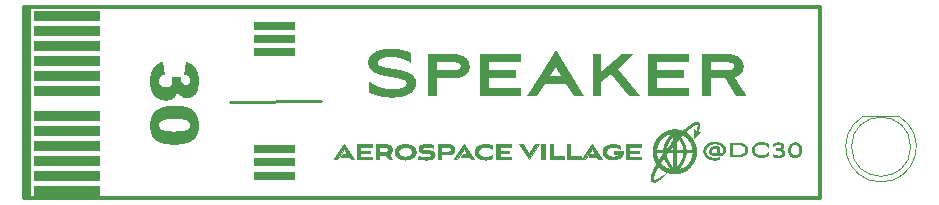
<source format=gbr>
G04 #@! TF.GenerationSoftware,KiCad,Pcbnew,(6.99.0-2452-gdb4f2d9dd8)*
G04 #@! TF.CreationDate,2022-07-29T17:24:57-05:00*
G04 #@! TF.ProjectId,speaker-SAO,73706561-6b65-4722-9d53-414f2e6b6963,rev?*
G04 #@! TF.SameCoordinates,Original*
G04 #@! TF.FileFunction,Legend,Top*
G04 #@! TF.FilePolarity,Positive*
%FSLAX46Y46*%
G04 Gerber Fmt 4.6, Leading zero omitted, Abs format (unit mm)*
G04 Created by KiCad (PCBNEW (6.99.0-2452-gdb4f2d9dd8)) date 2022-07-29 17:24:57*
%MOMM*%
%LPD*%
G01*
G04 APERTURE LIST*
%ADD10C,0.100000*%
%ADD11C,0.020000*%
%ADD12C,0.300000*%
%ADD13C,0.264583*%
%ADD14C,0.150000*%
%ADD15C,0.120000*%
%ADD16R,1.800000X1.800000*%
%ADD17C,1.800000*%
%ADD18R,1.700000X1.700000*%
%ADD19O,1.700000X1.700000*%
G04 APERTURE END LIST*
D10*
G36*
X90559245Y-127772901D02*
G01*
X85055911Y-127772901D01*
X85055911Y-127067346D01*
X90559245Y-127067346D01*
X90559245Y-127772901D01*
G37*
X90559245Y-127772901D02*
X85055911Y-127772901D01*
X85055911Y-127067346D01*
X90559245Y-127067346D01*
X90559245Y-127772901D01*
G36*
X107114956Y-125863793D02*
G01*
X103688522Y-125863793D01*
X103688522Y-125262231D01*
X107114956Y-125262231D01*
X107114956Y-125863793D01*
G37*
X107114956Y-125863793D02*
X103688522Y-125863793D01*
X103688522Y-125262231D01*
X107114956Y-125262231D01*
X107114956Y-125863793D01*
D11*
G36*
X112212582Y-135778166D02*
G01*
X111907517Y-135778166D01*
X111767288Y-135565441D01*
X111084134Y-135565441D01*
X111230448Y-135342926D01*
X111622297Y-135342926D01*
X111342367Y-134915360D01*
X111062174Y-135342926D01*
X111062438Y-135342926D01*
X110916124Y-135565441D01*
X110914536Y-135565441D01*
X110776953Y-135778166D01*
X110471888Y-135778166D01*
X111342367Y-134502609D01*
X112212582Y-135778166D01*
G37*
X112212582Y-135778166D02*
X111907517Y-135778166D01*
X111767288Y-135565441D01*
X111084134Y-135565441D01*
X111230448Y-135342926D01*
X111622297Y-135342926D01*
X111342367Y-134915360D01*
X111062174Y-135342926D01*
X111062438Y-135342926D01*
X110916124Y-135565441D01*
X110914536Y-135565441D01*
X110776953Y-135778166D01*
X110471888Y-135778166D01*
X111342367Y-134502609D01*
X112212582Y-135778166D01*
D10*
G36*
X107114887Y-124734902D02*
G01*
X103688522Y-124734902D01*
X103688522Y-124133340D01*
X107114887Y-124133340D01*
X107114887Y-124734902D01*
G37*
X107114887Y-124734902D02*
X103688522Y-124734902D01*
X103688522Y-124133340D01*
X107114887Y-124133340D01*
X107114887Y-124734902D01*
G36*
X90559245Y-125232903D02*
G01*
X85055911Y-125232903D01*
X85055911Y-124527347D01*
X90559245Y-124527347D01*
X90559245Y-125232903D01*
G37*
X90559245Y-125232903D02*
X85055911Y-125232903D01*
X85055911Y-124527347D01*
X90559245Y-124527347D01*
X90559245Y-125232903D01*
D11*
G36*
X113690544Y-134740205D02*
G01*
X112695182Y-134740205D01*
X112695182Y-135045270D01*
X113510627Y-135045270D01*
X113510627Y-135242914D01*
X112695182Y-135242914D01*
X112695182Y-135563059D01*
X113690544Y-135563059D01*
X113690544Y-135778166D01*
X112422661Y-135778166D01*
X112422661Y-134522718D01*
X113690544Y-134522718D01*
X113690544Y-134740205D01*
G37*
X113690544Y-134740205D02*
X112695182Y-134740205D01*
X112695182Y-135045270D01*
X113510627Y-135045270D01*
X113510627Y-135242914D01*
X112695182Y-135242914D01*
X112695182Y-135563059D01*
X113690544Y-135563059D01*
X113690544Y-135778166D01*
X112422661Y-135778166D01*
X112422661Y-134522718D01*
X113690544Y-134522718D01*
X113690544Y-134740205D01*
G36*
X130470000Y-135537305D02*
G01*
X131385194Y-135537305D01*
X131385194Y-135772255D01*
X130197479Y-135772255D01*
X130197479Y-134516807D01*
X130470000Y-134516807D01*
X130470000Y-135537305D01*
G37*
X130470000Y-135537305D02*
X131385194Y-135537305D01*
X131385194Y-135772255D01*
X130197479Y-135772255D01*
X130197479Y-134516807D01*
X130470000Y-134516807D01*
X130470000Y-135537305D01*
G36*
X133183566Y-135772255D02*
G01*
X132878503Y-135772255D01*
X132738273Y-135559795D01*
X132052737Y-135559795D01*
X132199052Y-135337280D01*
X132593282Y-135337280D01*
X132313351Y-134909449D01*
X131748202Y-135772255D01*
X131442873Y-135772255D01*
X132313351Y-134496963D01*
X133183566Y-135772255D01*
G37*
X133183566Y-135772255D02*
X132878503Y-135772255D01*
X132738273Y-135559795D01*
X132052737Y-135559795D01*
X132199052Y-135337280D01*
X132593282Y-135337280D01*
X132313351Y-134909449D01*
X131748202Y-135772255D01*
X131442873Y-135772255D01*
X132313351Y-134496963D01*
X133183566Y-135772255D01*
G36*
X126978559Y-135367178D02*
G01*
X127508784Y-134516807D01*
X127828928Y-134516807D01*
X126978559Y-135797391D01*
X126133215Y-134516807D01*
X126456007Y-134516807D01*
X126978559Y-135367178D01*
G37*
X126978559Y-135367178D02*
X127508784Y-134516807D01*
X127828928Y-134516807D01*
X126978559Y-135797391D01*
X126133215Y-134516807D01*
X126456007Y-134516807D01*
X126978559Y-135367178D01*
G36*
X115632669Y-135114977D02*
G01*
X115636057Y-135078243D01*
X115641636Y-135042503D01*
X115649352Y-135007772D01*
X115659151Y-134974064D01*
X115670977Y-134941393D01*
X115684778Y-134909773D01*
X115700498Y-134879219D01*
X115718082Y-134849745D01*
X115737476Y-134821364D01*
X115758626Y-134794092D01*
X115781477Y-134767942D01*
X115805975Y-134742929D01*
X115832064Y-134719067D01*
X115859692Y-134696370D01*
X115888802Y-134674853D01*
X115951254Y-134635414D01*
X116018985Y-134600864D01*
X116091558Y-134571317D01*
X116168537Y-134546886D01*
X116249486Y-134527686D01*
X116333970Y-134513831D01*
X116421552Y-134505434D01*
X116511796Y-134502609D01*
X116511796Y-134502610D01*
X116557457Y-134503318D01*
X116602477Y-134505434D01*
X116646803Y-134508943D01*
X116690382Y-134513831D01*
X116733162Y-134520083D01*
X116775089Y-134527686D01*
X116816110Y-134536625D01*
X116856172Y-134546886D01*
X116895222Y-134558455D01*
X116933207Y-134571317D01*
X116970075Y-134585458D01*
X117005771Y-134600864D01*
X117040243Y-134617521D01*
X117073437Y-134635414D01*
X117105302Y-134654530D01*
X117135783Y-134674853D01*
X117164828Y-134696371D01*
X117192383Y-134719067D01*
X117218396Y-134742929D01*
X117242813Y-134767942D01*
X117265582Y-134794092D01*
X117286650Y-134821364D01*
X117305962Y-134849745D01*
X117323467Y-134879219D01*
X117339112Y-134909773D01*
X117352842Y-134941393D01*
X117364606Y-134974064D01*
X117374350Y-135007772D01*
X117382020Y-135042503D01*
X117387565Y-135078243D01*
X117390931Y-135114977D01*
X117392065Y-135152691D01*
X117390930Y-135189962D01*
X117387562Y-135226310D01*
X117382014Y-135261717D01*
X117374339Y-135296166D01*
X117364589Y-135329640D01*
X117352819Y-135362122D01*
X117339082Y-135393595D01*
X117323430Y-135424042D01*
X117305917Y-135453446D01*
X117286596Y-135481790D01*
X117265521Y-135509057D01*
X117242744Y-135535230D01*
X117218318Y-135560292D01*
X117192297Y-135584227D01*
X117164735Y-135607016D01*
X117135684Y-135628643D01*
X117073327Y-135668343D01*
X117005654Y-135703192D01*
X116933090Y-135733052D01*
X116856060Y-135757789D01*
X116774991Y-135777265D01*
X116690306Y-135791345D01*
X116602433Y-135799892D01*
X116511796Y-135802772D01*
X116466369Y-135802050D01*
X116421552Y-135799895D01*
X116377401Y-135796325D01*
X116333970Y-135791356D01*
X116291314Y-135785004D01*
X116249486Y-135777287D01*
X116208543Y-135768222D01*
X116168537Y-135757826D01*
X116129524Y-135746115D01*
X116091558Y-135733106D01*
X116054693Y-135718816D01*
X116018985Y-135703262D01*
X115984487Y-135686461D01*
X115951254Y-135668429D01*
X115919341Y-135649184D01*
X115888802Y-135628742D01*
X115859692Y-135607121D01*
X115832064Y-135584336D01*
X115805975Y-135560406D01*
X115781477Y-135535346D01*
X115758626Y-135509174D01*
X115737476Y-135481907D01*
X115718082Y-135453561D01*
X115700498Y-135424153D01*
X115684778Y-135393701D01*
X115670977Y-135362220D01*
X115659151Y-135329728D01*
X115649352Y-135296242D01*
X115641636Y-135261778D01*
X115636057Y-135226354D01*
X115632669Y-135189986D01*
X115631536Y-135152955D01*
X115924157Y-135152955D01*
X115924878Y-135176363D01*
X115927021Y-135199201D01*
X115930559Y-135221458D01*
X115935462Y-135243123D01*
X115941703Y-135264184D01*
X115949253Y-135284630D01*
X115958083Y-135304450D01*
X115968165Y-135323632D01*
X115979470Y-135342165D01*
X115991971Y-135360037D01*
X116005638Y-135377238D01*
X116020444Y-135393755D01*
X116036360Y-135409577D01*
X116053356Y-135424693D01*
X116071406Y-135439092D01*
X116090481Y-135452761D01*
X116131589Y-135477869D01*
X116176454Y-135499924D01*
X116224848Y-135518836D01*
X116276545Y-135534513D01*
X116331315Y-135546866D01*
X116388932Y-135555802D01*
X116449168Y-135561230D01*
X116511796Y-135563059D01*
X116543395Y-135562600D01*
X116574424Y-135561230D01*
X116604856Y-135558960D01*
X116634661Y-135555802D01*
X116663811Y-135551766D01*
X116692278Y-135546866D01*
X116720033Y-135541111D01*
X116747048Y-135534513D01*
X116773295Y-135527085D01*
X116798744Y-135518836D01*
X116823368Y-135509778D01*
X116847139Y-135499924D01*
X116870026Y-135489283D01*
X116892004Y-135477869D01*
X116913042Y-135465691D01*
X116933112Y-135452761D01*
X116952186Y-135439092D01*
X116970236Y-135424693D01*
X116987233Y-135409577D01*
X117003149Y-135393755D01*
X117017954Y-135377238D01*
X117031622Y-135360037D01*
X117044122Y-135342165D01*
X117055428Y-135323632D01*
X117065510Y-135304450D01*
X117074340Y-135284630D01*
X117081890Y-135264184D01*
X117088130Y-135243123D01*
X117093034Y-135221458D01*
X117096571Y-135199201D01*
X117098715Y-135176363D01*
X117099435Y-135152955D01*
X117098715Y-135129129D01*
X117096571Y-135105925D01*
X117093034Y-135083353D01*
X117088130Y-135061420D01*
X117081890Y-135040137D01*
X117074340Y-135019512D01*
X117065510Y-134999553D01*
X117055428Y-134980269D01*
X117044122Y-134961670D01*
X117031622Y-134943763D01*
X117017954Y-134926558D01*
X117003149Y-134910063D01*
X116987233Y-134894288D01*
X116970236Y-134879240D01*
X116952186Y-134864929D01*
X116933112Y-134851363D01*
X116892004Y-134826504D01*
X116847139Y-134804731D01*
X116798744Y-134786116D01*
X116747048Y-134770728D01*
X116692278Y-134758637D01*
X116634661Y-134749914D01*
X116574424Y-134744629D01*
X116511796Y-134742851D01*
X116480197Y-134743297D01*
X116449168Y-134744629D01*
X116418737Y-134746837D01*
X116388932Y-134749914D01*
X116359782Y-134753850D01*
X116331315Y-134758637D01*
X116303560Y-134764266D01*
X116276545Y-134770728D01*
X116250298Y-134778014D01*
X116224848Y-134786116D01*
X116200224Y-134795024D01*
X116176454Y-134804731D01*
X116153566Y-134815227D01*
X116131589Y-134826504D01*
X116110551Y-134838552D01*
X116090481Y-134851363D01*
X116071406Y-134864929D01*
X116053356Y-134879240D01*
X116036360Y-134894288D01*
X116020444Y-134910063D01*
X116005638Y-134926558D01*
X115991971Y-134943763D01*
X115979470Y-134961670D01*
X115968165Y-134980269D01*
X115958083Y-134999553D01*
X115949253Y-135019512D01*
X115941703Y-135040137D01*
X115935462Y-135061420D01*
X115930559Y-135083353D01*
X115927021Y-135105925D01*
X115924878Y-135129129D01*
X115924157Y-135152955D01*
X115631536Y-135152955D01*
X115631528Y-135152691D01*
X115632669Y-135114977D01*
G37*
X115632669Y-135114977D02*
X115636057Y-135078243D01*
X115641636Y-135042503D01*
X115649352Y-135007772D01*
X115659151Y-134974064D01*
X115670977Y-134941393D01*
X115684778Y-134909773D01*
X115700498Y-134879219D01*
X115718082Y-134849745D01*
X115737476Y-134821364D01*
X115758626Y-134794092D01*
X115781477Y-134767942D01*
X115805975Y-134742929D01*
X115832064Y-134719067D01*
X115859692Y-134696370D01*
X115888802Y-134674853D01*
X115951254Y-134635414D01*
X116018985Y-134600864D01*
X116091558Y-134571317D01*
X116168537Y-134546886D01*
X116249486Y-134527686D01*
X116333970Y-134513831D01*
X116421552Y-134505434D01*
X116511796Y-134502609D01*
X116511796Y-134502610D01*
X116557457Y-134503318D01*
X116602477Y-134505434D01*
X116646803Y-134508943D01*
X116690382Y-134513831D01*
X116733162Y-134520083D01*
X116775089Y-134527686D01*
X116816110Y-134536625D01*
X116856172Y-134546886D01*
X116895222Y-134558455D01*
X116933207Y-134571317D01*
X116970075Y-134585458D01*
X117005771Y-134600864D01*
X117040243Y-134617521D01*
X117073437Y-134635414D01*
X117105302Y-134654530D01*
X117135783Y-134674853D01*
X117164828Y-134696371D01*
X117192383Y-134719067D01*
X117218396Y-134742929D01*
X117242813Y-134767942D01*
X117265582Y-134794092D01*
X117286650Y-134821364D01*
X117305962Y-134849745D01*
X117323467Y-134879219D01*
X117339112Y-134909773D01*
X117352842Y-134941393D01*
X117364606Y-134974064D01*
X117374350Y-135007772D01*
X117382020Y-135042503D01*
X117387565Y-135078243D01*
X117390931Y-135114977D01*
X117392065Y-135152691D01*
X117390930Y-135189962D01*
X117387562Y-135226310D01*
X117382014Y-135261717D01*
X117374339Y-135296166D01*
X117364589Y-135329640D01*
X117352819Y-135362122D01*
X117339082Y-135393595D01*
X117323430Y-135424042D01*
X117305917Y-135453446D01*
X117286596Y-135481790D01*
X117265521Y-135509057D01*
X117242744Y-135535230D01*
X117218318Y-135560292D01*
X117192297Y-135584227D01*
X117164735Y-135607016D01*
X117135684Y-135628643D01*
X117073327Y-135668343D01*
X117005654Y-135703192D01*
X116933090Y-135733052D01*
X116856060Y-135757789D01*
X116774991Y-135777265D01*
X116690306Y-135791345D01*
X116602433Y-135799892D01*
X116511796Y-135802772D01*
X116466369Y-135802050D01*
X116421552Y-135799895D01*
X116377401Y-135796325D01*
X116333970Y-135791356D01*
X116291314Y-135785004D01*
X116249486Y-135777287D01*
X116208543Y-135768222D01*
X116168537Y-135757826D01*
X116129524Y-135746115D01*
X116091558Y-135733106D01*
X116054693Y-135718816D01*
X116018985Y-135703262D01*
X115984487Y-135686461D01*
X115951254Y-135668429D01*
X115919341Y-135649184D01*
X115888802Y-135628742D01*
X115859692Y-135607121D01*
X115832064Y-135584336D01*
X115805975Y-135560406D01*
X115781477Y-135535346D01*
X115758626Y-135509174D01*
X115737476Y-135481907D01*
X115718082Y-135453561D01*
X115700498Y-135424153D01*
X115684778Y-135393701D01*
X115670977Y-135362220D01*
X115659151Y-135329728D01*
X115649352Y-135296242D01*
X115641636Y-135261778D01*
X115636057Y-135226354D01*
X115632669Y-135189986D01*
X115631536Y-135152955D01*
X115924157Y-135152955D01*
X115924878Y-135176363D01*
X115927021Y-135199201D01*
X115930559Y-135221458D01*
X115935462Y-135243123D01*
X115941703Y-135264184D01*
X115949253Y-135284630D01*
X115958083Y-135304450D01*
X115968165Y-135323632D01*
X115979470Y-135342165D01*
X115991971Y-135360037D01*
X116005638Y-135377238D01*
X116020444Y-135393755D01*
X116036360Y-135409577D01*
X116053356Y-135424693D01*
X116071406Y-135439092D01*
X116090481Y-135452761D01*
X116131589Y-135477869D01*
X116176454Y-135499924D01*
X116224848Y-135518836D01*
X116276545Y-135534513D01*
X116331315Y-135546866D01*
X116388932Y-135555802D01*
X116449168Y-135561230D01*
X116511796Y-135563059D01*
X116543395Y-135562600D01*
X116574424Y-135561230D01*
X116604856Y-135558960D01*
X116634661Y-135555802D01*
X116663811Y-135551766D01*
X116692278Y-135546866D01*
X116720033Y-135541111D01*
X116747048Y-135534513D01*
X116773295Y-135527085D01*
X116798744Y-135518836D01*
X116823368Y-135509778D01*
X116847139Y-135499924D01*
X116870026Y-135489283D01*
X116892004Y-135477869D01*
X116913042Y-135465691D01*
X116933112Y-135452761D01*
X116952186Y-135439092D01*
X116970236Y-135424693D01*
X116987233Y-135409577D01*
X117003149Y-135393755D01*
X117017954Y-135377238D01*
X117031622Y-135360037D01*
X117044122Y-135342165D01*
X117055428Y-135323632D01*
X117065510Y-135304450D01*
X117074340Y-135284630D01*
X117081890Y-135264184D01*
X117088130Y-135243123D01*
X117093034Y-135221458D01*
X117096571Y-135199201D01*
X117098715Y-135176363D01*
X117099435Y-135152955D01*
X117098715Y-135129129D01*
X117096571Y-135105925D01*
X117093034Y-135083353D01*
X117088130Y-135061420D01*
X117081890Y-135040137D01*
X117074340Y-135019512D01*
X117065510Y-134999553D01*
X117055428Y-134980269D01*
X117044122Y-134961670D01*
X117031622Y-134943763D01*
X117017954Y-134926558D01*
X117003149Y-134910063D01*
X116987233Y-134894288D01*
X116970236Y-134879240D01*
X116952186Y-134864929D01*
X116933112Y-134851363D01*
X116892004Y-134826504D01*
X116847139Y-134804731D01*
X116798744Y-134786116D01*
X116747048Y-134770728D01*
X116692278Y-134758637D01*
X116634661Y-134749914D01*
X116574424Y-134744629D01*
X116511796Y-134742851D01*
X116480197Y-134743297D01*
X116449168Y-134744629D01*
X116418737Y-134746837D01*
X116388932Y-134749914D01*
X116359782Y-134753850D01*
X116331315Y-134758637D01*
X116303560Y-134764266D01*
X116276545Y-134770728D01*
X116250298Y-134778014D01*
X116224848Y-134786116D01*
X116200224Y-134795024D01*
X116176454Y-134804731D01*
X116153566Y-134815227D01*
X116131589Y-134826504D01*
X116110551Y-134838552D01*
X116090481Y-134851363D01*
X116071406Y-134864929D01*
X116053356Y-134879240D01*
X116036360Y-134894288D01*
X116020444Y-134910063D01*
X116005638Y-134926558D01*
X115991971Y-134943763D01*
X115979470Y-134961670D01*
X115968165Y-134980269D01*
X115958083Y-134999553D01*
X115949253Y-135019512D01*
X115941703Y-135040137D01*
X115935462Y-135061420D01*
X115930559Y-135083353D01*
X115927021Y-135105925D01*
X115924878Y-135129129D01*
X115924157Y-135152955D01*
X115631536Y-135152955D01*
X115631528Y-135152691D01*
X115632669Y-135114977D01*
D10*
G36*
X107117819Y-135177122D02*
G01*
X103691454Y-135177122D01*
X103691454Y-134575560D01*
X107117819Y-134575560D01*
X107117819Y-135177122D01*
G37*
X107117819Y-135177122D02*
X103691454Y-135177122D01*
X103691454Y-134575560D01*
X107117819Y-134575560D01*
X107117819Y-135177122D01*
G36*
X107116421Y-137434901D02*
G01*
X103689987Y-137434901D01*
X103689987Y-136833341D01*
X107116421Y-136833341D01*
X107116421Y-137434901D01*
G37*
X107116421Y-137434901D02*
X103689987Y-137434901D01*
X103689987Y-136833341D01*
X107116421Y-136833341D01*
X107116421Y-137434901D01*
D11*
G36*
X118365137Y-134503037D02*
G01*
X118412040Y-134504268D01*
X118458096Y-134506225D01*
X118503113Y-134508831D01*
X118589269Y-134515683D01*
X118668978Y-134524206D01*
X118740713Y-134533783D01*
X118802944Y-134543798D01*
X118854143Y-134553632D01*
X118892782Y-134562670D01*
X118880347Y-134790212D01*
X118835179Y-134778287D01*
X118784262Y-134767098D01*
X118727677Y-134756907D01*
X118665506Y-134747977D01*
X118597827Y-134740574D01*
X118524722Y-134734959D01*
X118446272Y-134731397D01*
X118362557Y-134730151D01*
X118321309Y-134730463D01*
X118280335Y-134731470D01*
X118239964Y-134733278D01*
X118200525Y-134735993D01*
X118162348Y-134739719D01*
X118125762Y-134744564D01*
X118091097Y-134750633D01*
X118074588Y-134754160D01*
X118058683Y-134758032D01*
X118043422Y-134762263D01*
X118028848Y-134766866D01*
X118015001Y-134771854D01*
X118001922Y-134777241D01*
X117989653Y-134783040D01*
X117978235Y-134789264D01*
X117967709Y-134795926D01*
X117958116Y-134803040D01*
X117949497Y-134810618D01*
X117941894Y-134818674D01*
X117935348Y-134827222D01*
X117929899Y-134836273D01*
X117925590Y-134845843D01*
X117922461Y-134855943D01*
X117920553Y-134866587D01*
X117919908Y-134877789D01*
X117919910Y-134877789D01*
X117922995Y-134900517D01*
X117931988Y-134920117D01*
X117946496Y-134936860D01*
X117966123Y-134951018D01*
X117990477Y-134962862D01*
X118019164Y-134972664D01*
X118051788Y-134980695D01*
X118087958Y-134987227D01*
X118169354Y-134996878D01*
X118260201Y-135003790D01*
X118457643Y-135018084D01*
X118557935Y-135029810D01*
X118655072Y-135047484D01*
X118701473Y-135059230D01*
X118745904Y-135073278D01*
X118787970Y-135089899D01*
X118827278Y-135109365D01*
X118863434Y-135131947D01*
X118896044Y-135157916D01*
X118924714Y-135187545D01*
X118949050Y-135221104D01*
X118968658Y-135258865D01*
X118983145Y-135301100D01*
X118992116Y-135348080D01*
X118995177Y-135400076D01*
X118994097Y-135431819D01*
X118990907Y-135461892D01*
X118985677Y-135490336D01*
X118978481Y-135517197D01*
X118969388Y-135542516D01*
X118958473Y-135566339D01*
X118945805Y-135588708D01*
X118931458Y-135609667D01*
X118915502Y-135629260D01*
X118898011Y-135647529D01*
X118879055Y-135664519D01*
X118858706Y-135680273D01*
X118837037Y-135694834D01*
X118814119Y-135708246D01*
X118764824Y-135731797D01*
X118711396Y-135751274D01*
X118654410Y-135767025D01*
X118594440Y-135779398D01*
X118532061Y-135788741D01*
X118467849Y-135795401D01*
X118402377Y-135799728D01*
X118336221Y-135802069D01*
X118269955Y-135802772D01*
X118188269Y-135801856D01*
X118105169Y-135799163D01*
X118021598Y-135794777D01*
X117938498Y-135788782D01*
X117856812Y-135781262D01*
X117777482Y-135772299D01*
X117701452Y-135761979D01*
X117629663Y-135750384D01*
X117639717Y-135522843D01*
X117713312Y-135535208D01*
X117786160Y-135545915D01*
X117858703Y-135554966D01*
X117931387Y-135562365D01*
X118004653Y-135568114D01*
X118078945Y-135572216D01*
X118154708Y-135574676D01*
X118232383Y-135575495D01*
X118280803Y-135575123D01*
X118328327Y-135573935D01*
X118374647Y-135571822D01*
X118419456Y-135568673D01*
X118462446Y-135564381D01*
X118503311Y-135558835D01*
X118541742Y-135551927D01*
X118559949Y-135547927D01*
X118577433Y-135543546D01*
X118594155Y-135538770D01*
X118610076Y-135533585D01*
X118625158Y-135527976D01*
X118639364Y-135521932D01*
X118652653Y-135515438D01*
X118664989Y-135508480D01*
X118676332Y-135501045D01*
X118686644Y-135493118D01*
X118695887Y-135484688D01*
X118704022Y-135475738D01*
X118711011Y-135466257D01*
X118716815Y-135456231D01*
X118721396Y-135445645D01*
X118724716Y-135434486D01*
X118726737Y-135422741D01*
X118727419Y-135410395D01*
X118724327Y-135385652D01*
X118715316Y-135364224D01*
X118700780Y-135345831D01*
X118681113Y-135330198D01*
X118656711Y-135317047D01*
X118627968Y-135306101D01*
X118595278Y-135297083D01*
X118559036Y-135289716D01*
X118477476Y-135278827D01*
X118386444Y-135271217D01*
X118188594Y-135256970D01*
X118088091Y-135245899D01*
X117990744Y-135229241D01*
X117944242Y-135218124D01*
X117899713Y-135204779D01*
X117857551Y-135188930D01*
X117818152Y-135170298D01*
X117781911Y-135148607D01*
X117749221Y-135123580D01*
X117720477Y-135094940D01*
X117696075Y-135062409D01*
X117676408Y-135025711D01*
X117661872Y-134984569D01*
X117652861Y-134938705D01*
X117649770Y-134887843D01*
X117650883Y-134856801D01*
X117654165Y-134827444D01*
X117659525Y-134799726D01*
X117666875Y-134773600D01*
X117676124Y-134749020D01*
X117687184Y-134725942D01*
X117699965Y-134704319D01*
X117714378Y-134684105D01*
X117730333Y-134665255D01*
X117747742Y-134647722D01*
X117766514Y-134631462D01*
X117786561Y-134616427D01*
X117807794Y-134602572D01*
X117830122Y-134589852D01*
X117877708Y-134567631D01*
X117928606Y-134549397D01*
X117982101Y-134534784D01*
X118037478Y-134523425D01*
X118094022Y-134514954D01*
X118151018Y-134509003D01*
X118207753Y-134505207D01*
X118263511Y-134503198D01*
X118317578Y-134502609D01*
X118365137Y-134503037D01*
G37*
X118365137Y-134503037D02*
X118412040Y-134504268D01*
X118458096Y-134506225D01*
X118503113Y-134508831D01*
X118589269Y-134515683D01*
X118668978Y-134524206D01*
X118740713Y-134533783D01*
X118802944Y-134543798D01*
X118854143Y-134553632D01*
X118892782Y-134562670D01*
X118880347Y-134790212D01*
X118835179Y-134778287D01*
X118784262Y-134767098D01*
X118727677Y-134756907D01*
X118665506Y-134747977D01*
X118597827Y-134740574D01*
X118524722Y-134734959D01*
X118446272Y-134731397D01*
X118362557Y-134730151D01*
X118321309Y-134730463D01*
X118280335Y-134731470D01*
X118239964Y-134733278D01*
X118200525Y-134735993D01*
X118162348Y-134739719D01*
X118125762Y-134744564D01*
X118091097Y-134750633D01*
X118074588Y-134754160D01*
X118058683Y-134758032D01*
X118043422Y-134762263D01*
X118028848Y-134766866D01*
X118015001Y-134771854D01*
X118001922Y-134777241D01*
X117989653Y-134783040D01*
X117978235Y-134789264D01*
X117967709Y-134795926D01*
X117958116Y-134803040D01*
X117949497Y-134810618D01*
X117941894Y-134818674D01*
X117935348Y-134827222D01*
X117929899Y-134836273D01*
X117925590Y-134845843D01*
X117922461Y-134855943D01*
X117920553Y-134866587D01*
X117919908Y-134877789D01*
X117919910Y-134877789D01*
X117922995Y-134900517D01*
X117931988Y-134920117D01*
X117946496Y-134936860D01*
X117966123Y-134951018D01*
X117990477Y-134962862D01*
X118019164Y-134972664D01*
X118051788Y-134980695D01*
X118087958Y-134987227D01*
X118169354Y-134996878D01*
X118260201Y-135003790D01*
X118457643Y-135018084D01*
X118557935Y-135029810D01*
X118655072Y-135047484D01*
X118701473Y-135059230D01*
X118745904Y-135073278D01*
X118787970Y-135089899D01*
X118827278Y-135109365D01*
X118863434Y-135131947D01*
X118896044Y-135157916D01*
X118924714Y-135187545D01*
X118949050Y-135221104D01*
X118968658Y-135258865D01*
X118983145Y-135301100D01*
X118992116Y-135348080D01*
X118995177Y-135400076D01*
X118994097Y-135431819D01*
X118990907Y-135461892D01*
X118985677Y-135490336D01*
X118978481Y-135517197D01*
X118969388Y-135542516D01*
X118958473Y-135566339D01*
X118945805Y-135588708D01*
X118931458Y-135609667D01*
X118915502Y-135629260D01*
X118898011Y-135647529D01*
X118879055Y-135664519D01*
X118858706Y-135680273D01*
X118837037Y-135694834D01*
X118814119Y-135708246D01*
X118764824Y-135731797D01*
X118711396Y-135751274D01*
X118654410Y-135767025D01*
X118594440Y-135779398D01*
X118532061Y-135788741D01*
X118467849Y-135795401D01*
X118402377Y-135799728D01*
X118336221Y-135802069D01*
X118269955Y-135802772D01*
X118188269Y-135801856D01*
X118105169Y-135799163D01*
X118021598Y-135794777D01*
X117938498Y-135788782D01*
X117856812Y-135781262D01*
X117777482Y-135772299D01*
X117701452Y-135761979D01*
X117629663Y-135750384D01*
X117639717Y-135522843D01*
X117713312Y-135535208D01*
X117786160Y-135545915D01*
X117858703Y-135554966D01*
X117931387Y-135562365D01*
X118004653Y-135568114D01*
X118078945Y-135572216D01*
X118154708Y-135574676D01*
X118232383Y-135575495D01*
X118280803Y-135575123D01*
X118328327Y-135573935D01*
X118374647Y-135571822D01*
X118419456Y-135568673D01*
X118462446Y-135564381D01*
X118503311Y-135558835D01*
X118541742Y-135551927D01*
X118559949Y-135547927D01*
X118577433Y-135543546D01*
X118594155Y-135538770D01*
X118610076Y-135533585D01*
X118625158Y-135527976D01*
X118639364Y-135521932D01*
X118652653Y-135515438D01*
X118664989Y-135508480D01*
X118676332Y-135501045D01*
X118686644Y-135493118D01*
X118695887Y-135484688D01*
X118704022Y-135475738D01*
X118711011Y-135466257D01*
X118716815Y-135456231D01*
X118721396Y-135445645D01*
X118724716Y-135434486D01*
X118726737Y-135422741D01*
X118727419Y-135410395D01*
X118724327Y-135385652D01*
X118715316Y-135364224D01*
X118700780Y-135345831D01*
X118681113Y-135330198D01*
X118656711Y-135317047D01*
X118627968Y-135306101D01*
X118595278Y-135297083D01*
X118559036Y-135289716D01*
X118477476Y-135278827D01*
X118386444Y-135271217D01*
X118188594Y-135256970D01*
X118088091Y-135245899D01*
X117990744Y-135229241D01*
X117944242Y-135218124D01*
X117899713Y-135204779D01*
X117857551Y-135188930D01*
X117818152Y-135170298D01*
X117781911Y-135148607D01*
X117749221Y-135123580D01*
X117720477Y-135094940D01*
X117696075Y-135062409D01*
X117676408Y-135025711D01*
X117661872Y-134984569D01*
X117652861Y-134938705D01*
X117649770Y-134887843D01*
X117650883Y-134856801D01*
X117654165Y-134827444D01*
X117659525Y-134799726D01*
X117666875Y-134773600D01*
X117676124Y-134749020D01*
X117687184Y-134725942D01*
X117699965Y-134704319D01*
X117714378Y-134684105D01*
X117730333Y-134665255D01*
X117747742Y-134647722D01*
X117766514Y-134631462D01*
X117786561Y-134616427D01*
X117807794Y-134602572D01*
X117830122Y-134589852D01*
X117877708Y-134567631D01*
X117928606Y-134549397D01*
X117982101Y-134534784D01*
X118037478Y-134523425D01*
X118094022Y-134514954D01*
X118151018Y-134509003D01*
X118207753Y-134505207D01*
X118263511Y-134503198D01*
X118317578Y-134502609D01*
X118365137Y-134503037D01*
D10*
G36*
X90559245Y-129042901D02*
G01*
X85055911Y-129042901D01*
X85055911Y-128337345D01*
X90559245Y-128337345D01*
X90559245Y-129042901D01*
G37*
X90559245Y-129042901D02*
X85055911Y-129042901D01*
X85055911Y-128337345D01*
X90559245Y-128337345D01*
X90559245Y-129042901D01*
D11*
G36*
X128311529Y-135772255D02*
G01*
X128039008Y-135772255D01*
X128039008Y-134516807D01*
X128311529Y-134516807D01*
X128311529Y-135772255D01*
G37*
X128311529Y-135772255D02*
X128039008Y-135772255D01*
X128039008Y-134516807D01*
X128311529Y-134516807D01*
X128311529Y-135772255D01*
G36*
X129009499Y-135537305D02*
G01*
X129924694Y-135537305D01*
X129924694Y-135772255D01*
X128736715Y-135772255D01*
X128736715Y-134516807D01*
X129009499Y-134516807D01*
X129009499Y-135537305D01*
G37*
X129009499Y-135537305D02*
X129924694Y-135537305D01*
X129924694Y-135772255D01*
X128736715Y-135772255D01*
X128736715Y-134516807D01*
X129009499Y-134516807D01*
X129009499Y-135537305D01*
D12*
X84250000Y-122880000D02*
X84620000Y-122880000D01*
X84620000Y-122880000D02*
X84620000Y-139070000D01*
X84620000Y-139070000D02*
X84250000Y-139070000D01*
X84250000Y-139070000D02*
X84250000Y-122880000D01*
G36*
X84250000Y-122880000D02*
G01*
X84620000Y-122880000D01*
X84620000Y-139070000D01*
X84250000Y-139070000D01*
X84250000Y-122880000D01*
G37*
D11*
G36*
X114885931Y-134522718D02*
G01*
X114919035Y-134523399D01*
X114950836Y-134525407D01*
X114981353Y-134528693D01*
X115010602Y-134533206D01*
X115038598Y-134538895D01*
X115065359Y-134545710D01*
X115090900Y-134553601D01*
X115115239Y-134562517D01*
X115138391Y-134572408D01*
X115160373Y-134583223D01*
X115181202Y-134594912D01*
X115200894Y-134607424D01*
X115219465Y-134620710D01*
X115236932Y-134634718D01*
X115253311Y-134649398D01*
X115268619Y-134664700D01*
X115282871Y-134680573D01*
X115296085Y-134696967D01*
X115308277Y-134713832D01*
X115319463Y-134731116D01*
X115329660Y-134748770D01*
X115338885Y-134766743D01*
X115347152Y-134784985D01*
X115354480Y-134803445D01*
X115360884Y-134822073D01*
X115366381Y-134840818D01*
X115374719Y-134878459D01*
X115379625Y-134915964D01*
X115381232Y-134952930D01*
X115380345Y-134981629D01*
X115377647Y-135010475D01*
X115373083Y-135039318D01*
X115366597Y-135068008D01*
X115358132Y-135096393D01*
X115353141Y-135110425D01*
X115347634Y-135124325D01*
X115341604Y-135138073D01*
X115335045Y-135151651D01*
X115327950Y-135165041D01*
X115320312Y-135178223D01*
X115312123Y-135191179D01*
X115303376Y-135203889D01*
X115294065Y-135216336D01*
X115284184Y-135228500D01*
X115273723Y-135240362D01*
X115262678Y-135251905D01*
X115251040Y-135263108D01*
X115238803Y-135273953D01*
X115225960Y-135284421D01*
X115212504Y-135294494D01*
X115198428Y-135304152D01*
X115183725Y-135313378D01*
X115168387Y-135322151D01*
X115152409Y-135330454D01*
X115135782Y-135338267D01*
X115118501Y-135345572D01*
X115408483Y-135778166D01*
X115103418Y-135778166D01*
X114838306Y-135385524D01*
X114300673Y-135385524D01*
X114300673Y-135778166D01*
X114028152Y-135778166D01*
X114028152Y-135145282D01*
X114300938Y-135145282D01*
X114846245Y-135145282D01*
X114865191Y-135144986D01*
X114883154Y-135144111D01*
X114900157Y-135142677D01*
X114916226Y-135140707D01*
X114931387Y-135138221D01*
X114945663Y-135135240D01*
X114959082Y-135131785D01*
X114971666Y-135127878D01*
X114983442Y-135123539D01*
X114994435Y-135118789D01*
X115004669Y-135113649D01*
X115014170Y-135108141D01*
X115022963Y-135102285D01*
X115031073Y-135096102D01*
X115038525Y-135089614D01*
X115045344Y-135082841D01*
X115051556Y-135075804D01*
X115057185Y-135068526D01*
X115062256Y-135061025D01*
X115066795Y-135053324D01*
X115070827Y-135045444D01*
X115074376Y-135037405D01*
X115077468Y-135029229D01*
X115080129Y-135020937D01*
X115082382Y-135012549D01*
X115084253Y-135004087D01*
X115086951Y-134987023D01*
X115088422Y-134969915D01*
X115088868Y-134952930D01*
X115088422Y-134937220D01*
X115086951Y-134921169D01*
X115084253Y-134904965D01*
X115080128Y-134888794D01*
X115074376Y-134872843D01*
X115070826Y-134865008D01*
X115066795Y-134857299D01*
X115062256Y-134849738D01*
X115057184Y-134842349D01*
X115051555Y-134835155D01*
X115045344Y-134828179D01*
X115038525Y-134821446D01*
X115031073Y-134814977D01*
X115022963Y-134808797D01*
X115014170Y-134802929D01*
X115004668Y-134797396D01*
X114994434Y-134792222D01*
X114983442Y-134787430D01*
X114971666Y-134783043D01*
X114959081Y-134779085D01*
X114945663Y-134775579D01*
X114931387Y-134772548D01*
X114916226Y-134770015D01*
X114900157Y-134768005D01*
X114883154Y-134766541D01*
X114865191Y-134765645D01*
X114846245Y-134765341D01*
X114300938Y-134765341D01*
X114300938Y-135145282D01*
X114028152Y-135145282D01*
X114028152Y-134522718D01*
X114885931Y-134522718D01*
G37*
X114885931Y-134522718D02*
X114919035Y-134523399D01*
X114950836Y-134525407D01*
X114981353Y-134528693D01*
X115010602Y-134533206D01*
X115038598Y-134538895D01*
X115065359Y-134545710D01*
X115090900Y-134553601D01*
X115115239Y-134562517D01*
X115138391Y-134572408D01*
X115160373Y-134583223D01*
X115181202Y-134594912D01*
X115200894Y-134607424D01*
X115219465Y-134620710D01*
X115236932Y-134634718D01*
X115253311Y-134649398D01*
X115268619Y-134664700D01*
X115282871Y-134680573D01*
X115296085Y-134696967D01*
X115308277Y-134713832D01*
X115319463Y-134731116D01*
X115329660Y-134748770D01*
X115338885Y-134766743D01*
X115347152Y-134784985D01*
X115354480Y-134803445D01*
X115360884Y-134822073D01*
X115366381Y-134840818D01*
X115374719Y-134878459D01*
X115379625Y-134915964D01*
X115381232Y-134952930D01*
X115380345Y-134981629D01*
X115377647Y-135010475D01*
X115373083Y-135039318D01*
X115366597Y-135068008D01*
X115358132Y-135096393D01*
X115353141Y-135110425D01*
X115347634Y-135124325D01*
X115341604Y-135138073D01*
X115335045Y-135151651D01*
X115327950Y-135165041D01*
X115320312Y-135178223D01*
X115312123Y-135191179D01*
X115303376Y-135203889D01*
X115294065Y-135216336D01*
X115284184Y-135228500D01*
X115273723Y-135240362D01*
X115262678Y-135251905D01*
X115251040Y-135263108D01*
X115238803Y-135273953D01*
X115225960Y-135284421D01*
X115212504Y-135294494D01*
X115198428Y-135304152D01*
X115183725Y-135313378D01*
X115168387Y-135322151D01*
X115152409Y-135330454D01*
X115135782Y-135338267D01*
X115118501Y-135345572D01*
X115408483Y-135778166D01*
X115103418Y-135778166D01*
X114838306Y-135385524D01*
X114300673Y-135385524D01*
X114300673Y-135778166D01*
X114028152Y-135778166D01*
X114028152Y-135145282D01*
X114300938Y-135145282D01*
X114846245Y-135145282D01*
X114865191Y-135144986D01*
X114883154Y-135144111D01*
X114900157Y-135142677D01*
X114916226Y-135140707D01*
X114931387Y-135138221D01*
X114945663Y-135135240D01*
X114959082Y-135131785D01*
X114971666Y-135127878D01*
X114983442Y-135123539D01*
X114994435Y-135118789D01*
X115004669Y-135113649D01*
X115014170Y-135108141D01*
X115022963Y-135102285D01*
X115031073Y-135096102D01*
X115038525Y-135089614D01*
X115045344Y-135082841D01*
X115051556Y-135075804D01*
X115057185Y-135068526D01*
X115062256Y-135061025D01*
X115066795Y-135053324D01*
X115070827Y-135045444D01*
X115074376Y-135037405D01*
X115077468Y-135029229D01*
X115080129Y-135020937D01*
X115082382Y-135012549D01*
X115084253Y-135004087D01*
X115086951Y-134987023D01*
X115088422Y-134969915D01*
X115088868Y-134952930D01*
X115088422Y-134937220D01*
X115086951Y-134921169D01*
X115084253Y-134904965D01*
X115080128Y-134888794D01*
X115074376Y-134872843D01*
X115070826Y-134865008D01*
X115066795Y-134857299D01*
X115062256Y-134849738D01*
X115057184Y-134842349D01*
X115051555Y-134835155D01*
X115045344Y-134828179D01*
X115038525Y-134821446D01*
X115031073Y-134814977D01*
X115022963Y-134808797D01*
X115014170Y-134802929D01*
X115004668Y-134797396D01*
X114994434Y-134792222D01*
X114983442Y-134787430D01*
X114971666Y-134783043D01*
X114959081Y-134779085D01*
X114945663Y-134775579D01*
X114931387Y-134772548D01*
X114916226Y-134770015D01*
X114900157Y-134768005D01*
X114883154Y-134766541D01*
X114865191Y-134765645D01*
X114846245Y-134765341D01*
X114300938Y-134765341D01*
X114300938Y-135145282D01*
X114028152Y-135145282D01*
X114028152Y-134522718D01*
X114885931Y-134522718D01*
G36*
X139630668Y-133966349D02*
G01*
X139630825Y-133966566D01*
X139631138Y-133967011D01*
X139640692Y-133980743D01*
X139641338Y-133981681D01*
X139651637Y-133996975D01*
X139661878Y-134012321D01*
X139672217Y-134027596D01*
X139586578Y-134123355D01*
X139501530Y-134219574D01*
X139476067Y-134248748D01*
X139450802Y-134278106D01*
X139400451Y-134336983D01*
X139400451Y-133963569D01*
X139463772Y-133895148D01*
X139495621Y-133861105D01*
X139527675Y-133827250D01*
X139630668Y-133966349D01*
G37*
X139630668Y-133966349D02*
X139630825Y-133966566D01*
X139631138Y-133967011D01*
X139640692Y-133980743D01*
X139641338Y-133981681D01*
X139651637Y-133996975D01*
X139661878Y-134012321D01*
X139672217Y-134027596D01*
X139586578Y-134123355D01*
X139501530Y-134219574D01*
X139476067Y-134248748D01*
X139450802Y-134278106D01*
X139400451Y-134336983D01*
X139400451Y-133963569D01*
X139463772Y-133895148D01*
X139495621Y-133861105D01*
X139527675Y-133827250D01*
X139630668Y-133966349D01*
G36*
X139746369Y-133608619D02*
G01*
X139747922Y-133609072D01*
X139748410Y-133609210D01*
X139760131Y-133612605D01*
X139761256Y-133612944D01*
X139761931Y-133613159D01*
X139822892Y-133633679D01*
X139881920Y-133656388D01*
X139883367Y-133656972D01*
X139884807Y-133657570D01*
X139942615Y-133682667D01*
X139977976Y-133699823D01*
X139934964Y-133744530D01*
X139892162Y-133789468D01*
X139849600Y-133834653D01*
X139807300Y-133880111D01*
X139807299Y-133880111D01*
X139806586Y-133879069D01*
X139806059Y-133878350D01*
X139777403Y-133838002D01*
X139747984Y-133797473D01*
X139718379Y-133757504D01*
X139688650Y-133718106D01*
X139682524Y-133710180D01*
X139676406Y-133702425D01*
X139671653Y-133696419D01*
X139665571Y-133688654D01*
X139664156Y-133686841D01*
X139683890Y-133666987D01*
X139703705Y-133647206D01*
X139743475Y-133607781D01*
X139746369Y-133608619D01*
G37*
X139746369Y-133608619D02*
X139747922Y-133609072D01*
X139748410Y-133609210D01*
X139760131Y-133612605D01*
X139761256Y-133612944D01*
X139761931Y-133613159D01*
X139822892Y-133633679D01*
X139881920Y-133656388D01*
X139883367Y-133656972D01*
X139884807Y-133657570D01*
X139942615Y-133682667D01*
X139977976Y-133699823D01*
X139934964Y-133744530D01*
X139892162Y-133789468D01*
X139849600Y-133834653D01*
X139807300Y-133880111D01*
X139807299Y-133880111D01*
X139806586Y-133879069D01*
X139806059Y-133878350D01*
X139777403Y-133838002D01*
X139747984Y-133797473D01*
X139718379Y-133757504D01*
X139688650Y-133718106D01*
X139682524Y-133710180D01*
X139676406Y-133702425D01*
X139671653Y-133696419D01*
X139665571Y-133688654D01*
X139664156Y-133686841D01*
X139683890Y-133666987D01*
X139703705Y-133647206D01*
X139743475Y-133607781D01*
X139746369Y-133608619D01*
D10*
G36*
X90559245Y-136239568D02*
G01*
X85055911Y-136239568D01*
X85055911Y-135534012D01*
X90559245Y-135534012D01*
X90559245Y-136239568D01*
G37*
X90559245Y-136239568D02*
X85055911Y-136239568D01*
X85055911Y-135534012D01*
X90559245Y-135534012D01*
X90559245Y-136239568D01*
G36*
X90559245Y-126502903D02*
G01*
X85055911Y-126502903D01*
X85055911Y-125797347D01*
X90559245Y-125797347D01*
X90559245Y-126502903D01*
G37*
X90559245Y-126502903D02*
X85055911Y-126502903D01*
X85055911Y-125797347D01*
X90559245Y-125797347D01*
X90559245Y-126502903D01*
G36*
X90559245Y-134969567D02*
G01*
X85055911Y-134969567D01*
X85055911Y-134264011D01*
X90559245Y-134264011D01*
X90559245Y-134969567D01*
G37*
X90559245Y-134969567D02*
X85055911Y-134969567D01*
X85055911Y-134264011D01*
X90559245Y-134264011D01*
X90559245Y-134969567D01*
D11*
G36*
X134133334Y-134497282D02*
G01*
X134177298Y-134499019D01*
X134220814Y-134501891D01*
X134263834Y-134505881D01*
X134306312Y-134510970D01*
X134348200Y-134517139D01*
X134389451Y-134524372D01*
X134430017Y-134532649D01*
X134469852Y-134541952D01*
X134508907Y-134552264D01*
X134547137Y-134563565D01*
X134584492Y-134575838D01*
X134620927Y-134589064D01*
X134656394Y-134603226D01*
X134690845Y-134618305D01*
X134724233Y-134634282D01*
X134724233Y-134876905D01*
X134657634Y-134846758D01*
X134588709Y-134818639D01*
X134553237Y-134805531D01*
X134517019Y-134793161D01*
X134479999Y-134781605D01*
X134442122Y-134770939D01*
X134403334Y-134761241D01*
X134363579Y-134752587D01*
X134322803Y-134745054D01*
X134280950Y-134738718D01*
X134237965Y-134733657D01*
X134193793Y-134729946D01*
X134148380Y-134727664D01*
X134101670Y-134726886D01*
X134053065Y-134728003D01*
X134003293Y-134731481D01*
X133952947Y-134737509D01*
X133902621Y-134746279D01*
X133852909Y-134757981D01*
X133828469Y-134764990D01*
X133804405Y-134772804D01*
X133780791Y-134781446D01*
X133757702Y-134790940D01*
X133735212Y-134801309D01*
X133713395Y-134812578D01*
X133692324Y-134824770D01*
X133672076Y-134837909D01*
X133652723Y-134852019D01*
X133634340Y-134867123D01*
X133617001Y-134883246D01*
X133600780Y-134900411D01*
X133585752Y-134918641D01*
X133571991Y-134937962D01*
X133559571Y-134958396D01*
X133548566Y-134979967D01*
X133539050Y-135002699D01*
X133531098Y-135026616D01*
X133524784Y-135051742D01*
X133520182Y-135078100D01*
X133517367Y-135105715D01*
X133516412Y-135134609D01*
X133517132Y-135159364D01*
X133519272Y-135183466D01*
X133522803Y-135206907D01*
X133527696Y-135229679D01*
X133533922Y-135251772D01*
X133541451Y-135273178D01*
X133550255Y-135293888D01*
X133560303Y-135313893D01*
X133571568Y-135333185D01*
X133584019Y-135351754D01*
X133597627Y-135369593D01*
X133612364Y-135386691D01*
X133628199Y-135403041D01*
X133645104Y-135418634D01*
X133663050Y-135433460D01*
X133682007Y-135447512D01*
X133701946Y-135460780D01*
X133722839Y-135473255D01*
X133767365Y-135495794D01*
X133815352Y-135515057D01*
X133866566Y-135530975D01*
X133920774Y-135543479D01*
X133977742Y-135552496D01*
X134037236Y-135557958D01*
X134099023Y-135559794D01*
X134136177Y-135559099D01*
X134174302Y-135556935D01*
X134213080Y-135553186D01*
X134252192Y-135547735D01*
X134291320Y-135540466D01*
X134330144Y-135531261D01*
X134368347Y-135520005D01*
X134405610Y-135506580D01*
X134423789Y-135499018D01*
X134441613Y-135490870D01*
X134459044Y-135482122D01*
X134476040Y-135472758D01*
X134492562Y-135462765D01*
X134508570Y-135452128D01*
X134524024Y-135440832D01*
X134538885Y-135428863D01*
X134553113Y-135416205D01*
X134566668Y-135402846D01*
X134579509Y-135388769D01*
X134591598Y-135373960D01*
X134602894Y-135358405D01*
X134613358Y-135342090D01*
X134622950Y-135324998D01*
X134631629Y-135307117D01*
X134199036Y-135307117D01*
X134199036Y-135104446D01*
X134936695Y-135104446D01*
X134936809Y-135112576D01*
X134937109Y-135120272D01*
X134938018Y-135135403D01*
X134938504Y-135143359D01*
X134938928Y-135151923D01*
X134939227Y-135161355D01*
X134939341Y-135171915D01*
X134938172Y-135209581D01*
X134934708Y-135246127D01*
X134929014Y-135281549D01*
X134921153Y-135315841D01*
X134911192Y-135348998D01*
X134899194Y-135381016D01*
X134885224Y-135411889D01*
X134869346Y-135441612D01*
X134851626Y-135470181D01*
X134832127Y-135497591D01*
X134810914Y-135523836D01*
X134788053Y-135548911D01*
X134763606Y-135572812D01*
X134737640Y-135595533D01*
X134710218Y-135617069D01*
X134681405Y-135637417D01*
X134619866Y-135674522D01*
X134553538Y-135706810D01*
X134482938Y-135734240D01*
X134408583Y-135756773D01*
X134330989Y-135774367D01*
X134250674Y-135786984D01*
X134168153Y-135794584D01*
X134083944Y-135797126D01*
X134041228Y-135796446D01*
X133998896Y-135794411D01*
X133957012Y-135791029D01*
X133915641Y-135786307D01*
X133874846Y-135780254D01*
X133834689Y-135772878D01*
X133795236Y-135764185D01*
X133756550Y-135754185D01*
X133718695Y-135742884D01*
X133681734Y-135730290D01*
X133645730Y-135716412D01*
X133610749Y-135701257D01*
X133576853Y-135684833D01*
X133544106Y-135667148D01*
X133512571Y-135648209D01*
X133482314Y-135628024D01*
X133453396Y-135606601D01*
X133425883Y-135583949D01*
X133399837Y-135560074D01*
X133375322Y-135534984D01*
X133352403Y-135508688D01*
X133331142Y-135481193D01*
X133311604Y-135452507D01*
X133293852Y-135422637D01*
X133277950Y-135391592D01*
X133263961Y-135359379D01*
X133251950Y-135326007D01*
X133241980Y-135291482D01*
X133234114Y-135255813D01*
X133228417Y-135219007D01*
X133224952Y-135181073D01*
X133223783Y-135142018D01*
X133225023Y-135101221D01*
X133228692Y-135061824D01*
X133234713Y-135023820D01*
X133243010Y-134987201D01*
X133253506Y-134951960D01*
X133266126Y-134918092D01*
X133280792Y-134885589D01*
X133297428Y-134854444D01*
X133315958Y-134824651D01*
X133336305Y-134796202D01*
X133358393Y-134769092D01*
X133382145Y-134743312D01*
X133407485Y-134718856D01*
X133434337Y-134695717D01*
X133462623Y-134673890D01*
X133492268Y-134653365D01*
X133555328Y-134616200D01*
X133622905Y-134584168D01*
X133694387Y-134557214D01*
X133769162Y-134535282D01*
X133846620Y-134518320D01*
X133926148Y-134506272D01*
X134007135Y-134499083D01*
X134088969Y-134496699D01*
X134133334Y-134497282D01*
G37*
X134133334Y-134497282D02*
X134177298Y-134499019D01*
X134220814Y-134501891D01*
X134263834Y-134505881D01*
X134306312Y-134510970D01*
X134348200Y-134517139D01*
X134389451Y-134524372D01*
X134430017Y-134532649D01*
X134469852Y-134541952D01*
X134508907Y-134552264D01*
X134547137Y-134563565D01*
X134584492Y-134575838D01*
X134620927Y-134589064D01*
X134656394Y-134603226D01*
X134690845Y-134618305D01*
X134724233Y-134634282D01*
X134724233Y-134876905D01*
X134657634Y-134846758D01*
X134588709Y-134818639D01*
X134553237Y-134805531D01*
X134517019Y-134793161D01*
X134479999Y-134781605D01*
X134442122Y-134770939D01*
X134403334Y-134761241D01*
X134363579Y-134752587D01*
X134322803Y-134745054D01*
X134280950Y-134738718D01*
X134237965Y-134733657D01*
X134193793Y-134729946D01*
X134148380Y-134727664D01*
X134101670Y-134726886D01*
X134053065Y-134728003D01*
X134003293Y-134731481D01*
X133952947Y-134737509D01*
X133902621Y-134746279D01*
X133852909Y-134757981D01*
X133828469Y-134764990D01*
X133804405Y-134772804D01*
X133780791Y-134781446D01*
X133757702Y-134790940D01*
X133735212Y-134801309D01*
X133713395Y-134812578D01*
X133692324Y-134824770D01*
X133672076Y-134837909D01*
X133652723Y-134852019D01*
X133634340Y-134867123D01*
X133617001Y-134883246D01*
X133600780Y-134900411D01*
X133585752Y-134918641D01*
X133571991Y-134937962D01*
X133559571Y-134958396D01*
X133548566Y-134979967D01*
X133539050Y-135002699D01*
X133531098Y-135026616D01*
X133524784Y-135051742D01*
X133520182Y-135078100D01*
X133517367Y-135105715D01*
X133516412Y-135134609D01*
X133517132Y-135159364D01*
X133519272Y-135183466D01*
X133522803Y-135206907D01*
X133527696Y-135229679D01*
X133533922Y-135251772D01*
X133541451Y-135273178D01*
X133550255Y-135293888D01*
X133560303Y-135313893D01*
X133571568Y-135333185D01*
X133584019Y-135351754D01*
X133597627Y-135369593D01*
X133612364Y-135386691D01*
X133628199Y-135403041D01*
X133645104Y-135418634D01*
X133663050Y-135433460D01*
X133682007Y-135447512D01*
X133701946Y-135460780D01*
X133722839Y-135473255D01*
X133767365Y-135495794D01*
X133815352Y-135515057D01*
X133866566Y-135530975D01*
X133920774Y-135543479D01*
X133977742Y-135552496D01*
X134037236Y-135557958D01*
X134099023Y-135559794D01*
X134136177Y-135559099D01*
X134174302Y-135556935D01*
X134213080Y-135553186D01*
X134252192Y-135547735D01*
X134291320Y-135540466D01*
X134330144Y-135531261D01*
X134368347Y-135520005D01*
X134405610Y-135506580D01*
X134423789Y-135499018D01*
X134441613Y-135490870D01*
X134459044Y-135482122D01*
X134476040Y-135472758D01*
X134492562Y-135462765D01*
X134508570Y-135452128D01*
X134524024Y-135440832D01*
X134538885Y-135428863D01*
X134553113Y-135416205D01*
X134566668Y-135402846D01*
X134579509Y-135388769D01*
X134591598Y-135373960D01*
X134602894Y-135358405D01*
X134613358Y-135342090D01*
X134622950Y-135324998D01*
X134631629Y-135307117D01*
X134199036Y-135307117D01*
X134199036Y-135104446D01*
X134936695Y-135104446D01*
X134936809Y-135112576D01*
X134937109Y-135120272D01*
X134938018Y-135135403D01*
X134938504Y-135143359D01*
X134938928Y-135151923D01*
X134939227Y-135161355D01*
X134939341Y-135171915D01*
X134938172Y-135209581D01*
X134934708Y-135246127D01*
X134929014Y-135281549D01*
X134921153Y-135315841D01*
X134911192Y-135348998D01*
X134899194Y-135381016D01*
X134885224Y-135411889D01*
X134869346Y-135441612D01*
X134851626Y-135470181D01*
X134832127Y-135497591D01*
X134810914Y-135523836D01*
X134788053Y-135548911D01*
X134763606Y-135572812D01*
X134737640Y-135595533D01*
X134710218Y-135617069D01*
X134681405Y-135637417D01*
X134619866Y-135674522D01*
X134553538Y-135706810D01*
X134482938Y-135734240D01*
X134408583Y-135756773D01*
X134330989Y-135774367D01*
X134250674Y-135786984D01*
X134168153Y-135794584D01*
X134083944Y-135797126D01*
X134041228Y-135796446D01*
X133998896Y-135794411D01*
X133957012Y-135791029D01*
X133915641Y-135786307D01*
X133874846Y-135780254D01*
X133834689Y-135772878D01*
X133795236Y-135764185D01*
X133756550Y-135754185D01*
X133718695Y-135742884D01*
X133681734Y-135730290D01*
X133645730Y-135716412D01*
X133610749Y-135701257D01*
X133576853Y-135684833D01*
X133544106Y-135667148D01*
X133512571Y-135648209D01*
X133482314Y-135628024D01*
X133453396Y-135606601D01*
X133425883Y-135583949D01*
X133399837Y-135560074D01*
X133375322Y-135534984D01*
X133352403Y-135508688D01*
X133331142Y-135481193D01*
X133311604Y-135452507D01*
X133293852Y-135422637D01*
X133277950Y-135391592D01*
X133263961Y-135359379D01*
X133251950Y-135326007D01*
X133241980Y-135291482D01*
X133234114Y-135255813D01*
X133228417Y-135219007D01*
X133224952Y-135181073D01*
X133223783Y-135142018D01*
X133225023Y-135101221D01*
X133228692Y-135061824D01*
X133234713Y-135023820D01*
X133243010Y-134987201D01*
X133253506Y-134951960D01*
X133266126Y-134918092D01*
X133280792Y-134885589D01*
X133297428Y-134854444D01*
X133315958Y-134824651D01*
X133336305Y-134796202D01*
X133358393Y-134769092D01*
X133382145Y-134743312D01*
X133407485Y-134718856D01*
X133434337Y-134695717D01*
X133462623Y-134673890D01*
X133492268Y-134653365D01*
X133555328Y-134616200D01*
X133622905Y-134584168D01*
X133694387Y-134557214D01*
X133769162Y-134535282D01*
X133846620Y-134518320D01*
X133926148Y-134506272D01*
X134007135Y-134499083D01*
X134088969Y-134496699D01*
X134133334Y-134497282D01*
G36*
X138667325Y-135255053D02*
G01*
X138632146Y-135302416D01*
X138597176Y-135349927D01*
X138562442Y-135397551D01*
X138561759Y-135394780D01*
X138545097Y-135302517D01*
X138544999Y-135301885D01*
X138544917Y-135301285D01*
X138534468Y-135207834D01*
X138702716Y-135207834D01*
X138667325Y-135255053D01*
G37*
X138667325Y-135255053D02*
X138632146Y-135302416D01*
X138597176Y-135349927D01*
X138562442Y-135397551D01*
X138561759Y-135394780D01*
X138545097Y-135302517D01*
X138544999Y-135301885D01*
X138544917Y-135301285D01*
X138534468Y-135207834D01*
X138702716Y-135207834D01*
X138667325Y-135255053D01*
D10*
G36*
X90559245Y-138779570D02*
G01*
X85055911Y-138779570D01*
X85055911Y-138074014D01*
X90559245Y-138074014D01*
X90559245Y-138779570D01*
G37*
X90559245Y-138779570D02*
X85055911Y-138779570D01*
X85055911Y-138074014D01*
X90559245Y-138074014D01*
X90559245Y-138779570D01*
G36*
X107113495Y-126992681D02*
G01*
X103687061Y-126992681D01*
X103687061Y-126391120D01*
X107113495Y-126391120D01*
X107113495Y-126992681D01*
G37*
X107113495Y-126992681D02*
X103687061Y-126992681D01*
X103687061Y-126391120D01*
X107113495Y-126391120D01*
X107113495Y-126992681D01*
D13*
X101645910Y-130908320D02*
X109400000Y-130860000D01*
D11*
G36*
X137576785Y-135750399D02*
G01*
X137547895Y-135663860D01*
X137523133Y-135575475D01*
X137502615Y-135485358D01*
X137486455Y-135393628D01*
X137474771Y-135300400D01*
X137467827Y-135207815D01*
X137760560Y-135207815D01*
X137766064Y-135275863D01*
X137774400Y-135343046D01*
X137785506Y-135409303D01*
X137799322Y-135474571D01*
X137815785Y-135538791D01*
X137834836Y-135601902D01*
X137856412Y-135663842D01*
X137880453Y-135724550D01*
X137906897Y-135783966D01*
X137935684Y-135842029D01*
X137949546Y-135867305D01*
X137981210Y-135814773D01*
X138024813Y-135744880D01*
X138069137Y-135675481D01*
X138114128Y-135606544D01*
X138159734Y-135538036D01*
X138252575Y-135402172D01*
X138347232Y-135267626D01*
X138347303Y-135268320D01*
X138348336Y-135278677D01*
X138349355Y-135289750D01*
X138350450Y-135300804D01*
X138351076Y-135306314D01*
X138351781Y-135311807D01*
X138355528Y-135337560D01*
X138359687Y-135363215D01*
X138364247Y-135388772D01*
X138369154Y-135414015D01*
X138369188Y-135414212D01*
X138369234Y-135414408D01*
X138374528Y-135439587D01*
X138380238Y-135464844D01*
X138386318Y-135489998D01*
X138392734Y-135514947D01*
X138392755Y-135515034D01*
X138392779Y-135515118D01*
X138392761Y-135515050D01*
X138392734Y-135514947D01*
X138369234Y-135414408D01*
X138369196Y-135414229D01*
X138369154Y-135414015D01*
X138351792Y-135311787D01*
X138347303Y-135268320D01*
X138347234Y-135267623D01*
X138347232Y-135267626D01*
X138341057Y-135207834D01*
X138534457Y-135207834D01*
X138536480Y-135231458D01*
X138538919Y-135255005D01*
X138541762Y-135278480D01*
X138544917Y-135301285D01*
X138544984Y-135301888D01*
X138545097Y-135302517D01*
X138548619Y-135325223D01*
X138552616Y-135348491D01*
X138556991Y-135371685D01*
X138561743Y-135394799D01*
X138562414Y-135397589D01*
X138562442Y-135397551D01*
X138584351Y-135486461D01*
X138612319Y-135576905D01*
X138645224Y-135666081D01*
X138682624Y-135753963D01*
X138724080Y-135840522D01*
X138769151Y-135925729D01*
X138817397Y-136009556D01*
X138868378Y-136091976D01*
X138921653Y-136172959D01*
X138976783Y-136252477D01*
X139033326Y-136330502D01*
X139090843Y-136407006D01*
X139207036Y-136555338D01*
X139400447Y-136555338D01*
X139516716Y-136407006D01*
X139630812Y-136252477D01*
X139685947Y-136172959D01*
X139739221Y-136091976D01*
X139790196Y-136009556D01*
X139838431Y-135925729D01*
X139883489Y-135840522D01*
X139924929Y-135753963D01*
X139962313Y-135666081D01*
X139995201Y-135576905D01*
X140023155Y-135486461D01*
X140045735Y-135394780D01*
X140062502Y-135301888D01*
X140073018Y-135207815D01*
X139400447Y-135207815D01*
X139400447Y-136555338D01*
X139207036Y-136555338D01*
X139207036Y-135207815D01*
X138534466Y-135207815D01*
X138534468Y-135207834D01*
X138534457Y-135207834D01*
X138341057Y-135207834D01*
X138341055Y-135207815D01*
X137760560Y-135207815D01*
X137467827Y-135207815D01*
X137467675Y-135205792D01*
X137465285Y-135109919D01*
X137467675Y-135014047D01*
X137467826Y-135012032D01*
X138534457Y-135012032D01*
X138852423Y-135012032D01*
X138852429Y-135012023D01*
X139207036Y-135012023D01*
X139400447Y-135012023D01*
X140073018Y-135012023D01*
X140062502Y-134917122D01*
X140045735Y-134823615D01*
X140023155Y-134731509D01*
X139995201Y-134640809D01*
X139962313Y-134551521D01*
X139924929Y-134463652D01*
X139883489Y-134377207D01*
X139838431Y-134292191D01*
X139790196Y-134208611D01*
X139739221Y-134126473D01*
X139685947Y-134045781D01*
X139640692Y-133980743D01*
X139636118Y-133974093D01*
X139631138Y-133967011D01*
X139630812Y-133966543D01*
X139630668Y-133966349D01*
X139605386Y-133931264D01*
X139579670Y-133896308D01*
X139553745Y-133861650D01*
X139527678Y-133827246D01*
X139527675Y-133827250D01*
X139516716Y-133812449D01*
X139400447Y-133664236D01*
X139400447Y-135012023D01*
X139207036Y-135012023D01*
X139207036Y-133664501D01*
X139090767Y-133812832D01*
X138976671Y-133967362D01*
X138921536Y-134046880D01*
X138868262Y-134127863D01*
X138817287Y-134210282D01*
X138769052Y-134294110D01*
X138723995Y-134379317D01*
X138682554Y-134465875D01*
X138645171Y-134553757D01*
X138612282Y-134642934D01*
X138584328Y-134733377D01*
X138561748Y-134825059D01*
X138544981Y-134917950D01*
X138534726Y-135009692D01*
X138534716Y-135009706D01*
X138534457Y-135012032D01*
X137467826Y-135012032D01*
X137467827Y-135012023D01*
X137760560Y-135012023D01*
X138341055Y-135012023D01*
X138345141Y-134959825D01*
X138351004Y-134908008D01*
X138367810Y-134805550D01*
X138390963Y-134704706D01*
X138419955Y-134605532D01*
X138454275Y-134508086D01*
X138493413Y-134412423D01*
X138536861Y-134318600D01*
X138584108Y-134226674D01*
X138634645Y-134136701D01*
X138687962Y-134048739D01*
X138743549Y-133962842D01*
X138800897Y-133879069D01*
X138859496Y-133797476D01*
X138918836Y-133718119D01*
X138961035Y-133664236D01*
X139037703Y-133566340D01*
X139569780Y-133566340D01*
X139665571Y-133688654D01*
X139670286Y-133694693D01*
X139671653Y-133696419D01*
X139688647Y-133718119D01*
X139806059Y-133878350D01*
X139806576Y-133879078D01*
X139807299Y-133880111D01*
X139863934Y-133962842D01*
X139919522Y-134048739D01*
X139972838Y-134136701D01*
X140023375Y-134226674D01*
X140070622Y-134318600D01*
X140114070Y-134412423D01*
X140153209Y-134508086D01*
X140187528Y-134605532D01*
X140216520Y-134704706D01*
X140239674Y-134805550D01*
X140256480Y-134908008D01*
X140266428Y-135012023D01*
X140846924Y-135012023D01*
X140841420Y-134943975D01*
X140833084Y-134876792D01*
X140821978Y-134810536D01*
X140808162Y-134745267D01*
X140791698Y-134681047D01*
X140772648Y-134617936D01*
X140751071Y-134555996D01*
X140727031Y-134495288D01*
X140700586Y-134435872D01*
X140671800Y-134377810D01*
X140640733Y-134321162D01*
X140607446Y-134265990D01*
X140572000Y-134212354D01*
X140534457Y-134160316D01*
X140494878Y-134109936D01*
X140453323Y-134061276D01*
X140409855Y-134014397D01*
X140364534Y-133969359D01*
X140317422Y-133926223D01*
X140268579Y-133885051D01*
X140218068Y-133845903D01*
X140165948Y-133808841D01*
X140112282Y-133773925D01*
X140057130Y-133741217D01*
X140000554Y-133710778D01*
X139977976Y-133699823D01*
X139977987Y-133699812D01*
X139960375Y-133691123D01*
X139951538Y-133686835D01*
X139942640Y-133682656D01*
X139927945Y-133676005D01*
X139913163Y-133669511D01*
X139898301Y-133663169D01*
X139884807Y-133657570D01*
X139883374Y-133656948D01*
X139881920Y-133656388D01*
X139868364Y-133650917D01*
X139853288Y-133645009D01*
X139838136Y-133639256D01*
X139822906Y-133633666D01*
X139807600Y-133628245D01*
X139792224Y-133622987D01*
X139776777Y-133617889D01*
X139761931Y-133613159D01*
X139761230Y-133612923D01*
X139760131Y-133612605D01*
X139756830Y-133611610D01*
X139752379Y-133610334D01*
X139748410Y-133609210D01*
X139746369Y-133608619D01*
X139743479Y-133607776D01*
X139743475Y-133607781D01*
X139698450Y-133594741D01*
X139634613Y-133579193D01*
X139569780Y-133566340D01*
X139037703Y-133566340D01*
X138972871Y-133579216D01*
X138909036Y-133594784D01*
X138846259Y-133612984D01*
X138784602Y-133633755D01*
X138724126Y-133657036D01*
X138664891Y-133682766D01*
X138606959Y-133710884D01*
X138550390Y-133741329D01*
X138495246Y-133774041D01*
X138441588Y-133808958D01*
X138338974Y-133885167D01*
X138243035Y-133969468D01*
X138154260Y-134061375D01*
X138073137Y-134160401D01*
X138000154Y-134266060D01*
X137966868Y-134321224D01*
X137935801Y-134377863D01*
X137907013Y-134435917D01*
X137880565Y-134495325D01*
X137856518Y-134556026D01*
X137834934Y-134617959D01*
X137815874Y-134681063D01*
X137799397Y-134745278D01*
X137785567Y-134810542D01*
X137774443Y-134876795D01*
X137766087Y-134943976D01*
X137760560Y-135012023D01*
X137467827Y-135012023D01*
X137474771Y-134919438D01*
X137486455Y-134826211D01*
X137502615Y-134734480D01*
X137523133Y-134644364D01*
X137547895Y-134555978D01*
X137576785Y-134469440D01*
X137609689Y-134384866D01*
X137646491Y-134302373D01*
X137687076Y-134222077D01*
X137731329Y-134144096D01*
X137779135Y-134068546D01*
X137830378Y-133995543D01*
X137884943Y-133925205D01*
X137942715Y-133857648D01*
X138003579Y-133792989D01*
X138067420Y-133731344D01*
X138134121Y-133672831D01*
X138203569Y-133617565D01*
X138275648Y-133565665D01*
X138350243Y-133517245D01*
X138427238Y-133472424D01*
X138506519Y-133431318D01*
X138587969Y-133394043D01*
X138671475Y-133360716D01*
X138756920Y-133331454D01*
X138844190Y-133306374D01*
X138933169Y-133285592D01*
X139023742Y-133269225D01*
X139115794Y-133257390D01*
X139209210Y-133250203D01*
X139303874Y-133247782D01*
X139398537Y-133250203D01*
X139491951Y-133257390D01*
X139583999Y-133269225D01*
X139674568Y-133285592D01*
X139763541Y-133306374D01*
X139850803Y-133331454D01*
X139936241Y-133360716D01*
X140019737Y-133394043D01*
X140101178Y-133431318D01*
X140180106Y-133472247D01*
X140180455Y-133472436D01*
X140180807Y-133472633D01*
X140189364Y-133477615D01*
X140192344Y-133479388D01*
X140194326Y-133480546D01*
X140196319Y-133481686D01*
X140196333Y-133481672D01*
X140189364Y-133477615D01*
X140188400Y-133477041D01*
X140184449Y-133474704D01*
X140182459Y-133473558D01*
X140180807Y-133472633D01*
X140180448Y-133472424D01*
X140180106Y-133472247D01*
X140160847Y-133461802D01*
X140141098Y-133451397D01*
X140121209Y-133441228D01*
X140101183Y-133431301D01*
X140081022Y-133421621D01*
X140060726Y-133412186D01*
X140040299Y-133402993D01*
X140019741Y-133394043D01*
X140015171Y-133392119D01*
X140010578Y-133390242D01*
X140001342Y-133386582D01*
X139982844Y-133379315D01*
X140040532Y-133325756D01*
X140069488Y-133299084D01*
X140098703Y-133272655D01*
X140151132Y-133227058D01*
X140204068Y-133181972D01*
X140257548Y-133137438D01*
X140311610Y-133093497D01*
X140366292Y-133050187D01*
X140421632Y-133007551D01*
X140477668Y-132965628D01*
X140534438Y-132924459D01*
X140592423Y-132884569D01*
X140651004Y-132845256D01*
X140710652Y-132807095D01*
X140771838Y-132770664D01*
X140803155Y-132753277D01*
X140835033Y-132736539D01*
X140867531Y-132720523D01*
X140900708Y-132705299D01*
X140934623Y-132690941D01*
X140969335Y-132677519D01*
X141004902Y-132665108D01*
X141041384Y-132653778D01*
X141055244Y-132649977D01*
X141069438Y-132646499D01*
X141083967Y-132643397D01*
X141098831Y-132640726D01*
X141114030Y-132638540D01*
X141129563Y-132636893D01*
X141145432Y-132635839D01*
X141153492Y-132635552D01*
X141161635Y-132635433D01*
X141167111Y-132635449D01*
X141172625Y-132635545D01*
X141178177Y-132635721D01*
X141183765Y-132635981D01*
X141189391Y-132636328D01*
X141195054Y-132636764D01*
X141200754Y-132637291D01*
X141206491Y-132637913D01*
X141212170Y-132638575D01*
X141217899Y-132639386D01*
X141223676Y-132640370D01*
X141229503Y-132641553D01*
X141235380Y-132642960D01*
X141241306Y-132644614D01*
X141244288Y-132645542D01*
X141247283Y-132646541D01*
X141250290Y-132647614D01*
X141253310Y-132648765D01*
X141276615Y-132657240D01*
X141279492Y-132658764D01*
X141282363Y-132660352D01*
X141285228Y-132661996D01*
X141288084Y-132663686D01*
X141290926Y-132665414D01*
X141293754Y-132667169D01*
X141299353Y-132670728D01*
X141304903Y-132674273D01*
X141310404Y-132677846D01*
X141313120Y-132679680D01*
X141315806Y-132681567D01*
X141318454Y-132683522D01*
X141321057Y-132685559D01*
X141339558Y-132704317D01*
X141341969Y-132706630D01*
X141344250Y-132709000D01*
X141346413Y-132711423D01*
X141348468Y-132713894D01*
X141350427Y-132716409D01*
X141352303Y-132718963D01*
X141354105Y-132721551D01*
X141355847Y-132724168D01*
X141359193Y-132729473D01*
X141362432Y-132734839D01*
X141365658Y-132740230D01*
X141368961Y-132745607D01*
X141374390Y-132756594D01*
X141379189Y-132767526D01*
X141383395Y-132778398D01*
X141387043Y-132789205D01*
X141390166Y-132799942D01*
X141392800Y-132810604D01*
X141394980Y-132821186D01*
X141396741Y-132831683D01*
X141398117Y-132842090D01*
X141399143Y-132852402D01*
X141399855Y-132862615D01*
X141400288Y-132872722D01*
X141400452Y-132892603D01*
X141399916Y-132912005D01*
X141398719Y-132931207D01*
X141396947Y-132950130D01*
X141394646Y-132968787D01*
X141391864Y-132987193D01*
X141388649Y-133005364D01*
X141385046Y-133023314D01*
X141381103Y-133041058D01*
X141376868Y-133058611D01*
X141361529Y-133114113D01*
X141344390Y-133168560D01*
X141325610Y-133222040D01*
X141305345Y-133274638D01*
X141283752Y-133326443D01*
X141260991Y-133377541D01*
X141237217Y-133428019D01*
X141212588Y-133477965D01*
X141486422Y-133497034D01*
X140923924Y-133971423D01*
X140976582Y-133237463D01*
X141150111Y-133444376D01*
X141168658Y-133393790D01*
X141186463Y-133343058D01*
X141203332Y-133292208D01*
X141219070Y-133241266D01*
X141233481Y-133190263D01*
X141246369Y-133139227D01*
X141257539Y-133088185D01*
X141266796Y-133037165D01*
X141269125Y-133021109D01*
X141271132Y-133005107D01*
X141272792Y-132989192D01*
X141274080Y-132973394D01*
X141274972Y-132957746D01*
X141275441Y-132942277D01*
X141275463Y-132927020D01*
X141275013Y-132912005D01*
X141274647Y-132904636D01*
X141274141Y-132897326D01*
X141273495Y-132890098D01*
X141272705Y-132882973D01*
X141271769Y-132875972D01*
X141270685Y-132869118D01*
X141269450Y-132862431D01*
X141268063Y-132855933D01*
X141266520Y-132849646D01*
X141264821Y-132843591D01*
X141262961Y-132837791D01*
X141260940Y-132832266D01*
X141258755Y-132827039D01*
X141256403Y-132822130D01*
X141253882Y-132817561D01*
X141251190Y-132813355D01*
X141248397Y-132809594D01*
X141245560Y-132806143D01*
X141242662Y-132802989D01*
X141239684Y-132800119D01*
X141236606Y-132797519D01*
X141233411Y-132795178D01*
X141230080Y-132793083D01*
X141226593Y-132791221D01*
X141222933Y-132789578D01*
X141219081Y-132788143D01*
X141215018Y-132786903D01*
X141210725Y-132785845D01*
X141206184Y-132784955D01*
X141201375Y-132784223D01*
X141196282Y-132783634D01*
X141190884Y-132783176D01*
X141185243Y-132783064D01*
X141179438Y-132783128D01*
X141173480Y-132783367D01*
X141167380Y-132783783D01*
X141161146Y-132784378D01*
X141154788Y-132785152D01*
X141148318Y-132786107D01*
X141141745Y-132787244D01*
X141135078Y-132788563D01*
X141128329Y-132790067D01*
X141121507Y-132791755D01*
X141114622Y-132793631D01*
X141107684Y-132795694D01*
X141100703Y-132797945D01*
X141093689Y-132800387D01*
X141086653Y-132803019D01*
X141072555Y-132808135D01*
X141058444Y-132813645D01*
X141044326Y-132819530D01*
X141030206Y-132825769D01*
X141001985Y-132839232D01*
X140973829Y-132853872D01*
X140945784Y-132869529D01*
X140917898Y-132886043D01*
X140890218Y-132903252D01*
X140862791Y-132920997D01*
X140835394Y-132939175D01*
X140808169Y-132957773D01*
X140781113Y-132976763D01*
X140754221Y-132996117D01*
X140727490Y-133015805D01*
X140700917Y-133035799D01*
X140674498Y-133056072D01*
X140648230Y-133076594D01*
X140596210Y-133118616D01*
X140544716Y-133161494D01*
X140493729Y-133205167D01*
X140443232Y-133249572D01*
X140393205Y-133294646D01*
X140343632Y-133340328D01*
X140294494Y-133386555D01*
X140245774Y-133433265D01*
X140239518Y-133439235D01*
X140233312Y-133445261D01*
X140220993Y-133457415D01*
X140208701Y-133469599D01*
X140196333Y-133481672D01*
X140257433Y-133517245D01*
X140332016Y-133565665D01*
X140404083Y-133617565D01*
X140473519Y-133672831D01*
X140540208Y-133731344D01*
X140604037Y-133792989D01*
X140664888Y-133857648D01*
X140722648Y-133925205D01*
X140777201Y-133995543D01*
X140828432Y-134068546D01*
X140876226Y-134144096D01*
X140920468Y-134222077D01*
X140961043Y-134302373D01*
X140997836Y-134384866D01*
X141030731Y-134469440D01*
X141059614Y-134555978D01*
X141084368Y-134644364D01*
X141104881Y-134734480D01*
X141121035Y-134826211D01*
X141132716Y-134919438D01*
X141139809Y-135014047D01*
X141142199Y-135109919D01*
X141139809Y-135205791D01*
X141132716Y-135300400D01*
X141121035Y-135393628D01*
X141104881Y-135485358D01*
X141084368Y-135575475D01*
X141059614Y-135663860D01*
X141030731Y-135750398D01*
X140997836Y-135834972D01*
X140961043Y-135917466D01*
X140920468Y-135997761D01*
X140876226Y-136075742D01*
X140828432Y-136151293D01*
X140777201Y-136224295D01*
X140722648Y-136294633D01*
X140664888Y-136362190D01*
X140604037Y-136426849D01*
X140540208Y-136488494D01*
X140473519Y-136547007D01*
X140404083Y-136602273D01*
X140332016Y-136654173D01*
X140257433Y-136702593D01*
X140180448Y-136747414D01*
X140101178Y-136788521D01*
X140019737Y-136825796D01*
X139936241Y-136859122D01*
X139850803Y-136888384D01*
X139763541Y-136913464D01*
X139674568Y-136934246D01*
X139583999Y-136950613D01*
X139491951Y-136962448D01*
X139398537Y-136969635D01*
X139303874Y-136972056D01*
X139209210Y-136969635D01*
X139115794Y-136962448D01*
X139023742Y-136950613D01*
X138933169Y-136934246D01*
X138844190Y-136913464D01*
X138756920Y-136888384D01*
X138671475Y-136859122D01*
X138587969Y-136825796D01*
X138506519Y-136788521D01*
X138427238Y-136747414D01*
X138350243Y-136702593D01*
X138275648Y-136654174D01*
X138203569Y-136602273D01*
X138134122Y-136547007D01*
X138067420Y-136488494D01*
X138003579Y-136426850D01*
X137942715Y-136362190D01*
X137884943Y-136294633D01*
X137830378Y-136224295D01*
X137781931Y-136155276D01*
X137780808Y-136153616D01*
X137780789Y-136153650D01*
X137779135Y-136151293D01*
X137731330Y-136075742D01*
X137687077Y-135997761D01*
X137646491Y-135917466D01*
X137624124Y-135867328D01*
X137949532Y-135867328D01*
X137958050Y-135883068D01*
X137962349Y-135890914D01*
X137966740Y-135898696D01*
X137974855Y-135912624D01*
X137983106Y-135926453D01*
X137991494Y-135940188D01*
X138000020Y-135953835D01*
X138008682Y-135967391D01*
X138017479Y-135980850D01*
X138026409Y-135994212D01*
X138035470Y-136007475D01*
X138044665Y-136020636D01*
X138053996Y-136033697D01*
X138063456Y-136046656D01*
X138072455Y-136058730D01*
X138073027Y-136059522D01*
X138073822Y-136060535D01*
X138077575Y-136065430D01*
X138082182Y-136071289D01*
X138091435Y-136082974D01*
X138091442Y-136082963D01*
X138112606Y-136109902D01*
X138154160Y-136158562D01*
X138197628Y-136205442D01*
X138242949Y-136250480D01*
X138290062Y-136293615D01*
X138338904Y-136334788D01*
X138389416Y-136373935D01*
X138441535Y-136410997D01*
X138495201Y-136445913D01*
X138550353Y-136478621D01*
X138606929Y-136509061D01*
X138664868Y-136537171D01*
X138724110Y-136562891D01*
X138784591Y-136586159D01*
X138846253Y-136606915D01*
X138909033Y-136625098D01*
X138972870Y-136640646D01*
X139037703Y-136653498D01*
X139569780Y-136653498D01*
X139634613Y-136640646D01*
X139698450Y-136625098D01*
X139761230Y-136606915D01*
X139822892Y-136586159D01*
X139883374Y-136562891D01*
X139942615Y-136537171D01*
X140000554Y-136509061D01*
X140057130Y-136478621D01*
X140112282Y-136445913D01*
X140165948Y-136410997D01*
X140268579Y-136334788D01*
X140364534Y-136250480D01*
X140453323Y-136158562D01*
X140534457Y-136059522D01*
X140607446Y-135953849D01*
X140640733Y-135898676D01*
X140671800Y-135842029D01*
X140700586Y-135783966D01*
X140727031Y-135724550D01*
X140751071Y-135663842D01*
X140772648Y-135601902D01*
X140791698Y-135538791D01*
X140808162Y-135474571D01*
X140821978Y-135409303D01*
X140833084Y-135343046D01*
X140841420Y-135275863D01*
X140846924Y-135207815D01*
X140266428Y-135207815D01*
X140262343Y-135260014D01*
X140256479Y-135311830D01*
X140239674Y-135414288D01*
X140216520Y-135515132D01*
X140187528Y-135614306D01*
X140153208Y-135711753D01*
X140114070Y-135807416D01*
X140070622Y-135901238D01*
X140023375Y-135993164D01*
X139972838Y-136083137D01*
X139919522Y-136171100D01*
X139863934Y-136256996D01*
X139806586Y-136340769D01*
X139747987Y-136422362D01*
X139688647Y-136501719D01*
X139569780Y-136653498D01*
X139037703Y-136653498D01*
X138919108Y-136501709D01*
X138801678Y-136340732D01*
X138744625Y-136256943D01*
X138689334Y-136171030D01*
X138636293Y-136083052D01*
X138585993Y-135993065D01*
X138538924Y-135901129D01*
X138495576Y-135807299D01*
X138456439Y-135711635D01*
X138422001Y-135614194D01*
X138392779Y-135515118D01*
X138398617Y-135536427D01*
X138404790Y-135557709D01*
X138411214Y-135578913D01*
X138417824Y-135600058D01*
X138358219Y-135685337D01*
X138299020Y-135770876D01*
X138240272Y-135856699D01*
X138182024Y-135942827D01*
X138159099Y-135977710D01*
X138136449Y-136012744D01*
X138091442Y-136082963D01*
X138073822Y-136060535D01*
X138073039Y-136059513D01*
X138072455Y-136058730D01*
X138035484Y-136007484D01*
X138000038Y-135953849D01*
X137966751Y-135898676D01*
X137949546Y-135867305D01*
X137949532Y-135867328D01*
X137624124Y-135867328D01*
X137609689Y-135834973D01*
X137576785Y-135750399D01*
G37*
X137576785Y-135750399D02*
X137547895Y-135663860D01*
X137523133Y-135575475D01*
X137502615Y-135485358D01*
X137486455Y-135393628D01*
X137474771Y-135300400D01*
X137467827Y-135207815D01*
X137760560Y-135207815D01*
X137766064Y-135275863D01*
X137774400Y-135343046D01*
X137785506Y-135409303D01*
X137799322Y-135474571D01*
X137815785Y-135538791D01*
X137834836Y-135601902D01*
X137856412Y-135663842D01*
X137880453Y-135724550D01*
X137906897Y-135783966D01*
X137935684Y-135842029D01*
X137949546Y-135867305D01*
X137981210Y-135814773D01*
X138024813Y-135744880D01*
X138069137Y-135675481D01*
X138114128Y-135606544D01*
X138159734Y-135538036D01*
X138252575Y-135402172D01*
X138347232Y-135267626D01*
X138347303Y-135268320D01*
X138348336Y-135278677D01*
X138349355Y-135289750D01*
X138350450Y-135300804D01*
X138351076Y-135306314D01*
X138351781Y-135311807D01*
X138355528Y-135337560D01*
X138359687Y-135363215D01*
X138364247Y-135388772D01*
X138369154Y-135414015D01*
X138369188Y-135414212D01*
X138369234Y-135414408D01*
X138374528Y-135439587D01*
X138380238Y-135464844D01*
X138386318Y-135489998D01*
X138392734Y-135514947D01*
X138392755Y-135515034D01*
X138392779Y-135515118D01*
X138392761Y-135515050D01*
X138392734Y-135514947D01*
X138369234Y-135414408D01*
X138369196Y-135414229D01*
X138369154Y-135414015D01*
X138351792Y-135311787D01*
X138347303Y-135268320D01*
X138347234Y-135267623D01*
X138347232Y-135267626D01*
X138341057Y-135207834D01*
X138534457Y-135207834D01*
X138536480Y-135231458D01*
X138538919Y-135255005D01*
X138541762Y-135278480D01*
X138544917Y-135301285D01*
X138544984Y-135301888D01*
X138545097Y-135302517D01*
X138548619Y-135325223D01*
X138552616Y-135348491D01*
X138556991Y-135371685D01*
X138561743Y-135394799D01*
X138562414Y-135397589D01*
X138562442Y-135397551D01*
X138584351Y-135486461D01*
X138612319Y-135576905D01*
X138645224Y-135666081D01*
X138682624Y-135753963D01*
X138724080Y-135840522D01*
X138769151Y-135925729D01*
X138817397Y-136009556D01*
X138868378Y-136091976D01*
X138921653Y-136172959D01*
X138976783Y-136252477D01*
X139033326Y-136330502D01*
X139090843Y-136407006D01*
X139207036Y-136555338D01*
X139400447Y-136555338D01*
X139516716Y-136407006D01*
X139630812Y-136252477D01*
X139685947Y-136172959D01*
X139739221Y-136091976D01*
X139790196Y-136009556D01*
X139838431Y-135925729D01*
X139883489Y-135840522D01*
X139924929Y-135753963D01*
X139962313Y-135666081D01*
X139995201Y-135576905D01*
X140023155Y-135486461D01*
X140045735Y-135394780D01*
X140062502Y-135301888D01*
X140073018Y-135207815D01*
X139400447Y-135207815D01*
X139400447Y-136555338D01*
X139207036Y-136555338D01*
X139207036Y-135207815D01*
X138534466Y-135207815D01*
X138534468Y-135207834D01*
X138534457Y-135207834D01*
X138341057Y-135207834D01*
X138341055Y-135207815D01*
X137760560Y-135207815D01*
X137467827Y-135207815D01*
X137467675Y-135205792D01*
X137465285Y-135109919D01*
X137467675Y-135014047D01*
X137467826Y-135012032D01*
X138534457Y-135012032D01*
X138852423Y-135012032D01*
X138852429Y-135012023D01*
X139207036Y-135012023D01*
X139400447Y-135012023D01*
X140073018Y-135012023D01*
X140062502Y-134917122D01*
X140045735Y-134823615D01*
X140023155Y-134731509D01*
X139995201Y-134640809D01*
X139962313Y-134551521D01*
X139924929Y-134463652D01*
X139883489Y-134377207D01*
X139838431Y-134292191D01*
X139790196Y-134208611D01*
X139739221Y-134126473D01*
X139685947Y-134045781D01*
X139640692Y-133980743D01*
X139636118Y-133974093D01*
X139631138Y-133967011D01*
X139630812Y-133966543D01*
X139630668Y-133966349D01*
X139605386Y-133931264D01*
X139579670Y-133896308D01*
X139553745Y-133861650D01*
X139527678Y-133827246D01*
X139527675Y-133827250D01*
X139516716Y-133812449D01*
X139400447Y-133664236D01*
X139400447Y-135012023D01*
X139207036Y-135012023D01*
X139207036Y-133664501D01*
X139090767Y-133812832D01*
X138976671Y-133967362D01*
X138921536Y-134046880D01*
X138868262Y-134127863D01*
X138817287Y-134210282D01*
X138769052Y-134294110D01*
X138723995Y-134379317D01*
X138682554Y-134465875D01*
X138645171Y-134553757D01*
X138612282Y-134642934D01*
X138584328Y-134733377D01*
X138561748Y-134825059D01*
X138544981Y-134917950D01*
X138534726Y-135009692D01*
X138534716Y-135009706D01*
X138534457Y-135012032D01*
X137467826Y-135012032D01*
X137467827Y-135012023D01*
X137760560Y-135012023D01*
X138341055Y-135012023D01*
X138345141Y-134959825D01*
X138351004Y-134908008D01*
X138367810Y-134805550D01*
X138390963Y-134704706D01*
X138419955Y-134605532D01*
X138454275Y-134508086D01*
X138493413Y-134412423D01*
X138536861Y-134318600D01*
X138584108Y-134226674D01*
X138634645Y-134136701D01*
X138687962Y-134048739D01*
X138743549Y-133962842D01*
X138800897Y-133879069D01*
X138859496Y-133797476D01*
X138918836Y-133718119D01*
X138961035Y-133664236D01*
X139037703Y-133566340D01*
X139569780Y-133566340D01*
X139665571Y-133688654D01*
X139670286Y-133694693D01*
X139671653Y-133696419D01*
X139688647Y-133718119D01*
X139806059Y-133878350D01*
X139806576Y-133879078D01*
X139807299Y-133880111D01*
X139863934Y-133962842D01*
X139919522Y-134048739D01*
X139972838Y-134136701D01*
X140023375Y-134226674D01*
X140070622Y-134318600D01*
X140114070Y-134412423D01*
X140153209Y-134508086D01*
X140187528Y-134605532D01*
X140216520Y-134704706D01*
X140239674Y-134805550D01*
X140256480Y-134908008D01*
X140266428Y-135012023D01*
X140846924Y-135012023D01*
X140841420Y-134943975D01*
X140833084Y-134876792D01*
X140821978Y-134810536D01*
X140808162Y-134745267D01*
X140791698Y-134681047D01*
X140772648Y-134617936D01*
X140751071Y-134555996D01*
X140727031Y-134495288D01*
X140700586Y-134435872D01*
X140671800Y-134377810D01*
X140640733Y-134321162D01*
X140607446Y-134265990D01*
X140572000Y-134212354D01*
X140534457Y-134160316D01*
X140494878Y-134109936D01*
X140453323Y-134061276D01*
X140409855Y-134014397D01*
X140364534Y-133969359D01*
X140317422Y-133926223D01*
X140268579Y-133885051D01*
X140218068Y-133845903D01*
X140165948Y-133808841D01*
X140112282Y-133773925D01*
X140057130Y-133741217D01*
X140000554Y-133710778D01*
X139977976Y-133699823D01*
X139977987Y-133699812D01*
X139960375Y-133691123D01*
X139951538Y-133686835D01*
X139942640Y-133682656D01*
X139927945Y-133676005D01*
X139913163Y-133669511D01*
X139898301Y-133663169D01*
X139884807Y-133657570D01*
X139883374Y-133656948D01*
X139881920Y-133656388D01*
X139868364Y-133650917D01*
X139853288Y-133645009D01*
X139838136Y-133639256D01*
X139822906Y-133633666D01*
X139807600Y-133628245D01*
X139792224Y-133622987D01*
X139776777Y-133617889D01*
X139761931Y-133613159D01*
X139761230Y-133612923D01*
X139760131Y-133612605D01*
X139756830Y-133611610D01*
X139752379Y-133610334D01*
X139748410Y-133609210D01*
X139746369Y-133608619D01*
X139743479Y-133607776D01*
X139743475Y-133607781D01*
X139698450Y-133594741D01*
X139634613Y-133579193D01*
X139569780Y-133566340D01*
X139037703Y-133566340D01*
X138972871Y-133579216D01*
X138909036Y-133594784D01*
X138846259Y-133612984D01*
X138784602Y-133633755D01*
X138724126Y-133657036D01*
X138664891Y-133682766D01*
X138606959Y-133710884D01*
X138550390Y-133741329D01*
X138495246Y-133774041D01*
X138441588Y-133808958D01*
X138338974Y-133885167D01*
X138243035Y-133969468D01*
X138154260Y-134061375D01*
X138073137Y-134160401D01*
X138000154Y-134266060D01*
X137966868Y-134321224D01*
X137935801Y-134377863D01*
X137907013Y-134435917D01*
X137880565Y-134495325D01*
X137856518Y-134556026D01*
X137834934Y-134617959D01*
X137815874Y-134681063D01*
X137799397Y-134745278D01*
X137785567Y-134810542D01*
X137774443Y-134876795D01*
X137766087Y-134943976D01*
X137760560Y-135012023D01*
X137467827Y-135012023D01*
X137474771Y-134919438D01*
X137486455Y-134826211D01*
X137502615Y-134734480D01*
X137523133Y-134644364D01*
X137547895Y-134555978D01*
X137576785Y-134469440D01*
X137609689Y-134384866D01*
X137646491Y-134302373D01*
X137687076Y-134222077D01*
X137731329Y-134144096D01*
X137779135Y-134068546D01*
X137830378Y-133995543D01*
X137884943Y-133925205D01*
X137942715Y-133857648D01*
X138003579Y-133792989D01*
X138067420Y-133731344D01*
X138134121Y-133672831D01*
X138203569Y-133617565D01*
X138275648Y-133565665D01*
X138350243Y-133517245D01*
X138427238Y-133472424D01*
X138506519Y-133431318D01*
X138587969Y-133394043D01*
X138671475Y-133360716D01*
X138756920Y-133331454D01*
X138844190Y-133306374D01*
X138933169Y-133285592D01*
X139023742Y-133269225D01*
X139115794Y-133257390D01*
X139209210Y-133250203D01*
X139303874Y-133247782D01*
X139398537Y-133250203D01*
X139491951Y-133257390D01*
X139583999Y-133269225D01*
X139674568Y-133285592D01*
X139763541Y-133306374D01*
X139850803Y-133331454D01*
X139936241Y-133360716D01*
X140019737Y-133394043D01*
X140101178Y-133431318D01*
X140180106Y-133472247D01*
X140180455Y-133472436D01*
X140180807Y-133472633D01*
X140189364Y-133477615D01*
X140192344Y-133479388D01*
X140194326Y-133480546D01*
X140196319Y-133481686D01*
X140196333Y-133481672D01*
X140189364Y-133477615D01*
X140188400Y-133477041D01*
X140184449Y-133474704D01*
X140182459Y-133473558D01*
X140180807Y-133472633D01*
X140180448Y-133472424D01*
X140180106Y-133472247D01*
X140160847Y-133461802D01*
X140141098Y-133451397D01*
X140121209Y-133441228D01*
X140101183Y-133431301D01*
X140081022Y-133421621D01*
X140060726Y-133412186D01*
X140040299Y-133402993D01*
X140019741Y-133394043D01*
X140015171Y-133392119D01*
X140010578Y-133390242D01*
X140001342Y-133386582D01*
X139982844Y-133379315D01*
X140040532Y-133325756D01*
X140069488Y-133299084D01*
X140098703Y-133272655D01*
X140151132Y-133227058D01*
X140204068Y-133181972D01*
X140257548Y-133137438D01*
X140311610Y-133093497D01*
X140366292Y-133050187D01*
X140421632Y-133007551D01*
X140477668Y-132965628D01*
X140534438Y-132924459D01*
X140592423Y-132884569D01*
X140651004Y-132845256D01*
X140710652Y-132807095D01*
X140771838Y-132770664D01*
X140803155Y-132753277D01*
X140835033Y-132736539D01*
X140867531Y-132720523D01*
X140900708Y-132705299D01*
X140934623Y-132690941D01*
X140969335Y-132677519D01*
X141004902Y-132665108D01*
X141041384Y-132653778D01*
X141055244Y-132649977D01*
X141069438Y-132646499D01*
X141083967Y-132643397D01*
X141098831Y-132640726D01*
X141114030Y-132638540D01*
X141129563Y-132636893D01*
X141145432Y-132635839D01*
X141153492Y-132635552D01*
X141161635Y-132635433D01*
X141167111Y-132635449D01*
X141172625Y-132635545D01*
X141178177Y-132635721D01*
X141183765Y-132635981D01*
X141189391Y-132636328D01*
X141195054Y-132636764D01*
X141200754Y-132637291D01*
X141206491Y-132637913D01*
X141212170Y-132638575D01*
X141217899Y-132639386D01*
X141223676Y-132640370D01*
X141229503Y-132641553D01*
X141235380Y-132642960D01*
X141241306Y-132644614D01*
X141244288Y-132645542D01*
X141247283Y-132646541D01*
X141250290Y-132647614D01*
X141253310Y-132648765D01*
X141276615Y-132657240D01*
X141279492Y-132658764D01*
X141282363Y-132660352D01*
X141285228Y-132661996D01*
X141288084Y-132663686D01*
X141290926Y-132665414D01*
X141293754Y-132667169D01*
X141299353Y-132670728D01*
X141304903Y-132674273D01*
X141310404Y-132677846D01*
X141313120Y-132679680D01*
X141315806Y-132681567D01*
X141318454Y-132683522D01*
X141321057Y-132685559D01*
X141339558Y-132704317D01*
X141341969Y-132706630D01*
X141344250Y-132709000D01*
X141346413Y-132711423D01*
X141348468Y-132713894D01*
X141350427Y-132716409D01*
X141352303Y-132718963D01*
X141354105Y-132721551D01*
X141355847Y-132724168D01*
X141359193Y-132729473D01*
X141362432Y-132734839D01*
X141365658Y-132740230D01*
X141368961Y-132745607D01*
X141374390Y-132756594D01*
X141379189Y-132767526D01*
X141383395Y-132778398D01*
X141387043Y-132789205D01*
X141390166Y-132799942D01*
X141392800Y-132810604D01*
X141394980Y-132821186D01*
X141396741Y-132831683D01*
X141398117Y-132842090D01*
X141399143Y-132852402D01*
X141399855Y-132862615D01*
X141400288Y-132872722D01*
X141400452Y-132892603D01*
X141399916Y-132912005D01*
X141398719Y-132931207D01*
X141396947Y-132950130D01*
X141394646Y-132968787D01*
X141391864Y-132987193D01*
X141388649Y-133005364D01*
X141385046Y-133023314D01*
X141381103Y-133041058D01*
X141376868Y-133058611D01*
X141361529Y-133114113D01*
X141344390Y-133168560D01*
X141325610Y-133222040D01*
X141305345Y-133274638D01*
X141283752Y-133326443D01*
X141260991Y-133377541D01*
X141237217Y-133428019D01*
X141212588Y-133477965D01*
X141486422Y-133497034D01*
X140923924Y-133971423D01*
X140976582Y-133237463D01*
X141150111Y-133444376D01*
X141168658Y-133393790D01*
X141186463Y-133343058D01*
X141203332Y-133292208D01*
X141219070Y-133241266D01*
X141233481Y-133190263D01*
X141246369Y-133139227D01*
X141257539Y-133088185D01*
X141266796Y-133037165D01*
X141269125Y-133021109D01*
X141271132Y-133005107D01*
X141272792Y-132989192D01*
X141274080Y-132973394D01*
X141274972Y-132957746D01*
X141275441Y-132942277D01*
X141275463Y-132927020D01*
X141275013Y-132912005D01*
X141274647Y-132904636D01*
X141274141Y-132897326D01*
X141273495Y-132890098D01*
X141272705Y-132882973D01*
X141271769Y-132875972D01*
X141270685Y-132869118D01*
X141269450Y-132862431D01*
X141268063Y-132855933D01*
X141266520Y-132849646D01*
X141264821Y-132843591D01*
X141262961Y-132837791D01*
X141260940Y-132832266D01*
X141258755Y-132827039D01*
X141256403Y-132822130D01*
X141253882Y-132817561D01*
X141251190Y-132813355D01*
X141248397Y-132809594D01*
X141245560Y-132806143D01*
X141242662Y-132802989D01*
X141239684Y-132800119D01*
X141236606Y-132797519D01*
X141233411Y-132795178D01*
X141230080Y-132793083D01*
X141226593Y-132791221D01*
X141222933Y-132789578D01*
X141219081Y-132788143D01*
X141215018Y-132786903D01*
X141210725Y-132785845D01*
X141206184Y-132784955D01*
X141201375Y-132784223D01*
X141196282Y-132783634D01*
X141190884Y-132783176D01*
X141185243Y-132783064D01*
X141179438Y-132783128D01*
X141173480Y-132783367D01*
X141167380Y-132783783D01*
X141161146Y-132784378D01*
X141154788Y-132785152D01*
X141148318Y-132786107D01*
X141141745Y-132787244D01*
X141135078Y-132788563D01*
X141128329Y-132790067D01*
X141121507Y-132791755D01*
X141114622Y-132793631D01*
X141107684Y-132795694D01*
X141100703Y-132797945D01*
X141093689Y-132800387D01*
X141086653Y-132803019D01*
X141072555Y-132808135D01*
X141058444Y-132813645D01*
X141044326Y-132819530D01*
X141030206Y-132825769D01*
X141001985Y-132839232D01*
X140973829Y-132853872D01*
X140945784Y-132869529D01*
X140917898Y-132886043D01*
X140890218Y-132903252D01*
X140862791Y-132920997D01*
X140835394Y-132939175D01*
X140808169Y-132957773D01*
X140781113Y-132976763D01*
X140754221Y-132996117D01*
X140727490Y-133015805D01*
X140700917Y-133035799D01*
X140674498Y-133056072D01*
X140648230Y-133076594D01*
X140596210Y-133118616D01*
X140544716Y-133161494D01*
X140493729Y-133205167D01*
X140443232Y-133249572D01*
X140393205Y-133294646D01*
X140343632Y-133340328D01*
X140294494Y-133386555D01*
X140245774Y-133433265D01*
X140239518Y-133439235D01*
X140233312Y-133445261D01*
X140220993Y-133457415D01*
X140208701Y-133469599D01*
X140196333Y-133481672D01*
X140257433Y-133517245D01*
X140332016Y-133565665D01*
X140404083Y-133617565D01*
X140473519Y-133672831D01*
X140540208Y-133731344D01*
X140604037Y-133792989D01*
X140664888Y-133857648D01*
X140722648Y-133925205D01*
X140777201Y-133995543D01*
X140828432Y-134068546D01*
X140876226Y-134144096D01*
X140920468Y-134222077D01*
X140961043Y-134302373D01*
X140997836Y-134384866D01*
X141030731Y-134469440D01*
X141059614Y-134555978D01*
X141084368Y-134644364D01*
X141104881Y-134734480D01*
X141121035Y-134826211D01*
X141132716Y-134919438D01*
X141139809Y-135014047D01*
X141142199Y-135109919D01*
X141139809Y-135205791D01*
X141132716Y-135300400D01*
X141121035Y-135393628D01*
X141104881Y-135485358D01*
X141084368Y-135575475D01*
X141059614Y-135663860D01*
X141030731Y-135750398D01*
X140997836Y-135834972D01*
X140961043Y-135917466D01*
X140920468Y-135997761D01*
X140876226Y-136075742D01*
X140828432Y-136151293D01*
X140777201Y-136224295D01*
X140722648Y-136294633D01*
X140664888Y-136362190D01*
X140604037Y-136426849D01*
X140540208Y-136488494D01*
X140473519Y-136547007D01*
X140404083Y-136602273D01*
X140332016Y-136654173D01*
X140257433Y-136702593D01*
X140180448Y-136747414D01*
X140101178Y-136788521D01*
X140019737Y-136825796D01*
X139936241Y-136859122D01*
X139850803Y-136888384D01*
X139763541Y-136913464D01*
X139674568Y-136934246D01*
X139583999Y-136950613D01*
X139491951Y-136962448D01*
X139398537Y-136969635D01*
X139303874Y-136972056D01*
X139209210Y-136969635D01*
X139115794Y-136962448D01*
X139023742Y-136950613D01*
X138933169Y-136934246D01*
X138844190Y-136913464D01*
X138756920Y-136888384D01*
X138671475Y-136859122D01*
X138587969Y-136825796D01*
X138506519Y-136788521D01*
X138427238Y-136747414D01*
X138350243Y-136702593D01*
X138275648Y-136654174D01*
X138203569Y-136602273D01*
X138134122Y-136547007D01*
X138067420Y-136488494D01*
X138003579Y-136426850D01*
X137942715Y-136362190D01*
X137884943Y-136294633D01*
X137830378Y-136224295D01*
X137781931Y-136155276D01*
X137780808Y-136153616D01*
X137780789Y-136153650D01*
X137779135Y-136151293D01*
X137731330Y-136075742D01*
X137687077Y-135997761D01*
X137646491Y-135917466D01*
X137624124Y-135867328D01*
X137949532Y-135867328D01*
X137958050Y-135883068D01*
X137962349Y-135890914D01*
X137966740Y-135898696D01*
X137974855Y-135912624D01*
X137983106Y-135926453D01*
X137991494Y-135940188D01*
X138000020Y-135953835D01*
X138008682Y-135967391D01*
X138017479Y-135980850D01*
X138026409Y-135994212D01*
X138035470Y-136007475D01*
X138044665Y-136020636D01*
X138053996Y-136033697D01*
X138063456Y-136046656D01*
X138072455Y-136058730D01*
X138073027Y-136059522D01*
X138073822Y-136060535D01*
X138077575Y-136065430D01*
X138082182Y-136071289D01*
X138091435Y-136082974D01*
X138091442Y-136082963D01*
X138112606Y-136109902D01*
X138154160Y-136158562D01*
X138197628Y-136205442D01*
X138242949Y-136250480D01*
X138290062Y-136293615D01*
X138338904Y-136334788D01*
X138389416Y-136373935D01*
X138441535Y-136410997D01*
X138495201Y-136445913D01*
X138550353Y-136478621D01*
X138606929Y-136509061D01*
X138664868Y-136537171D01*
X138724110Y-136562891D01*
X138784591Y-136586159D01*
X138846253Y-136606915D01*
X138909033Y-136625098D01*
X138972870Y-136640646D01*
X139037703Y-136653498D01*
X139569780Y-136653498D01*
X139634613Y-136640646D01*
X139698450Y-136625098D01*
X139761230Y-136606915D01*
X139822892Y-136586159D01*
X139883374Y-136562891D01*
X139942615Y-136537171D01*
X140000554Y-136509061D01*
X140057130Y-136478621D01*
X140112282Y-136445913D01*
X140165948Y-136410997D01*
X140268579Y-136334788D01*
X140364534Y-136250480D01*
X140453323Y-136158562D01*
X140534457Y-136059522D01*
X140607446Y-135953849D01*
X140640733Y-135898676D01*
X140671800Y-135842029D01*
X140700586Y-135783966D01*
X140727031Y-135724550D01*
X140751071Y-135663842D01*
X140772648Y-135601902D01*
X140791698Y-135538791D01*
X140808162Y-135474571D01*
X140821978Y-135409303D01*
X140833084Y-135343046D01*
X140841420Y-135275863D01*
X140846924Y-135207815D01*
X140266428Y-135207815D01*
X140262343Y-135260014D01*
X140256479Y-135311830D01*
X140239674Y-135414288D01*
X140216520Y-135515132D01*
X140187528Y-135614306D01*
X140153208Y-135711753D01*
X140114070Y-135807416D01*
X140070622Y-135901238D01*
X140023375Y-135993164D01*
X139972838Y-136083137D01*
X139919522Y-136171100D01*
X139863934Y-136256996D01*
X139806586Y-136340769D01*
X139747987Y-136422362D01*
X139688647Y-136501719D01*
X139569780Y-136653498D01*
X139037703Y-136653498D01*
X138919108Y-136501709D01*
X138801678Y-136340732D01*
X138744625Y-136256943D01*
X138689334Y-136171030D01*
X138636293Y-136083052D01*
X138585993Y-135993065D01*
X138538924Y-135901129D01*
X138495576Y-135807299D01*
X138456439Y-135711635D01*
X138422001Y-135614194D01*
X138392779Y-135515118D01*
X138398617Y-135536427D01*
X138404790Y-135557709D01*
X138411214Y-135578913D01*
X138417824Y-135600058D01*
X138358219Y-135685337D01*
X138299020Y-135770876D01*
X138240272Y-135856699D01*
X138182024Y-135942827D01*
X138159099Y-135977710D01*
X138136449Y-136012744D01*
X138091442Y-136082963D01*
X138073822Y-136060535D01*
X138073039Y-136059513D01*
X138072455Y-136058730D01*
X138035484Y-136007484D01*
X138000038Y-135953849D01*
X137966751Y-135898676D01*
X137949546Y-135867305D01*
X137949532Y-135867328D01*
X137624124Y-135867328D01*
X137609689Y-135834973D01*
X137576785Y-135750399D01*
G36*
X120175746Y-134522718D02*
G01*
X120208849Y-134523384D01*
X120240651Y-134525351D01*
X120271168Y-134528569D01*
X120300416Y-134532990D01*
X120328412Y-134538565D01*
X120355172Y-134545246D01*
X120380712Y-134552984D01*
X120405050Y-134561731D01*
X120428200Y-134571438D01*
X120450180Y-134582057D01*
X120471007Y-134593538D01*
X120490695Y-134605834D01*
X120509262Y-134618895D01*
X120526725Y-134632673D01*
X120543099Y-134647120D01*
X120558401Y-134662186D01*
X120572647Y-134677824D01*
X120585853Y-134693985D01*
X120598037Y-134710619D01*
X120609214Y-134727679D01*
X120619401Y-134745117D01*
X120628614Y-134762882D01*
X120636869Y-134780927D01*
X120644183Y-134799203D01*
X120650573Y-134817662D01*
X120656054Y-134836255D01*
X120660643Y-134854933D01*
X120664357Y-134873648D01*
X120669222Y-134910994D01*
X120670782Y-134947903D01*
X120669178Y-134984840D01*
X120664280Y-135022261D01*
X120655955Y-135059771D01*
X120644071Y-135096975D01*
X120628496Y-135133477D01*
X120619283Y-135151341D01*
X120609097Y-135168880D01*
X120597922Y-135186047D01*
X120585743Y-135202790D01*
X120572541Y-135219061D01*
X120558301Y-135234811D01*
X120543005Y-135249989D01*
X120526639Y-135264546D01*
X120509184Y-135278433D01*
X120490624Y-135291601D01*
X120470944Y-135303999D01*
X120450126Y-135315578D01*
X120428154Y-135326290D01*
X120405012Y-135336084D01*
X120380682Y-135344911D01*
X120355148Y-135352722D01*
X120328395Y-135359466D01*
X120300405Y-135365096D01*
X120271161Y-135369560D01*
X120240648Y-135372810D01*
X120208848Y-135374797D01*
X120175746Y-135375470D01*
X119585461Y-135375470D01*
X119585461Y-135778166D01*
X119312940Y-135778166D01*
X119312940Y-135137874D01*
X119585725Y-135137874D01*
X120118330Y-135137874D01*
X120138661Y-135137570D01*
X120157947Y-135136674D01*
X120176216Y-135135208D01*
X120193494Y-135133195D01*
X120209807Y-135130658D01*
X120225180Y-135127621D01*
X120239640Y-135124105D01*
X120253214Y-135120135D01*
X120265926Y-135115732D01*
X120277804Y-135110920D01*
X120288874Y-135105722D01*
X120299161Y-135100160D01*
X120308691Y-135094258D01*
X120317492Y-135088038D01*
X120325588Y-135081524D01*
X120333006Y-135074738D01*
X120339773Y-135067703D01*
X120345913Y-135060442D01*
X120351454Y-135052978D01*
X120356421Y-135045334D01*
X120360841Y-135037533D01*
X120364740Y-135029598D01*
X120368143Y-135021552D01*
X120371077Y-135013417D01*
X120373569Y-135005216D01*
X120375643Y-134996973D01*
X120378646Y-134980451D01*
X120380294Y-134964033D01*
X120380797Y-134947903D01*
X120380294Y-134932193D01*
X120378646Y-134916142D01*
X120375643Y-134899938D01*
X120371077Y-134883767D01*
X120364740Y-134867816D01*
X120356421Y-134852272D01*
X120351454Y-134844711D01*
X120345913Y-134837322D01*
X120339773Y-134830128D01*
X120333006Y-134823152D01*
X120325588Y-134816419D01*
X120317492Y-134809950D01*
X120308691Y-134803770D01*
X120299161Y-134797902D01*
X120288874Y-134792369D01*
X120277804Y-134787195D01*
X120265926Y-134782403D01*
X120253214Y-134778016D01*
X120239640Y-134774058D01*
X120225180Y-134770551D01*
X120209807Y-134767520D01*
X120193494Y-134764988D01*
X120176216Y-134762978D01*
X120157947Y-134761513D01*
X120138661Y-134760617D01*
X120118330Y-134760314D01*
X119585725Y-134760314D01*
X119585725Y-135137874D01*
X119312940Y-135137874D01*
X119312940Y-134522718D01*
X120175746Y-134522718D01*
G37*
X120175746Y-134522718D02*
X120208849Y-134523384D01*
X120240651Y-134525351D01*
X120271168Y-134528569D01*
X120300416Y-134532990D01*
X120328412Y-134538565D01*
X120355172Y-134545246D01*
X120380712Y-134552984D01*
X120405050Y-134561731D01*
X120428200Y-134571438D01*
X120450180Y-134582057D01*
X120471007Y-134593538D01*
X120490695Y-134605834D01*
X120509262Y-134618895D01*
X120526725Y-134632673D01*
X120543099Y-134647120D01*
X120558401Y-134662186D01*
X120572647Y-134677824D01*
X120585853Y-134693985D01*
X120598037Y-134710619D01*
X120609214Y-134727679D01*
X120619401Y-134745117D01*
X120628614Y-134762882D01*
X120636869Y-134780927D01*
X120644183Y-134799203D01*
X120650573Y-134817662D01*
X120656054Y-134836255D01*
X120660643Y-134854933D01*
X120664357Y-134873648D01*
X120669222Y-134910994D01*
X120670782Y-134947903D01*
X120669178Y-134984840D01*
X120664280Y-135022261D01*
X120655955Y-135059771D01*
X120644071Y-135096975D01*
X120628496Y-135133477D01*
X120619283Y-135151341D01*
X120609097Y-135168880D01*
X120597922Y-135186047D01*
X120585743Y-135202790D01*
X120572541Y-135219061D01*
X120558301Y-135234811D01*
X120543005Y-135249989D01*
X120526639Y-135264546D01*
X120509184Y-135278433D01*
X120490624Y-135291601D01*
X120470944Y-135303999D01*
X120450126Y-135315578D01*
X120428154Y-135326290D01*
X120405012Y-135336084D01*
X120380682Y-135344911D01*
X120355148Y-135352722D01*
X120328395Y-135359466D01*
X120300405Y-135365096D01*
X120271161Y-135369560D01*
X120240648Y-135372810D01*
X120208848Y-135374797D01*
X120175746Y-135375470D01*
X119585461Y-135375470D01*
X119585461Y-135778166D01*
X119312940Y-135778166D01*
X119312940Y-135137874D01*
X119585725Y-135137874D01*
X120118330Y-135137874D01*
X120138661Y-135137570D01*
X120157947Y-135136674D01*
X120176216Y-135135208D01*
X120193494Y-135133195D01*
X120209807Y-135130658D01*
X120225180Y-135127621D01*
X120239640Y-135124105D01*
X120253214Y-135120135D01*
X120265926Y-135115732D01*
X120277804Y-135110920D01*
X120288874Y-135105722D01*
X120299161Y-135100160D01*
X120308691Y-135094258D01*
X120317492Y-135088038D01*
X120325588Y-135081524D01*
X120333006Y-135074738D01*
X120339773Y-135067703D01*
X120345913Y-135060442D01*
X120351454Y-135052978D01*
X120356421Y-135045334D01*
X120360841Y-135037533D01*
X120364740Y-135029598D01*
X120368143Y-135021552D01*
X120371077Y-135013417D01*
X120373569Y-135005216D01*
X120375643Y-134996973D01*
X120378646Y-134980451D01*
X120380294Y-134964033D01*
X120380797Y-134947903D01*
X120380294Y-134932193D01*
X120378646Y-134916142D01*
X120375643Y-134899938D01*
X120371077Y-134883767D01*
X120364740Y-134867816D01*
X120356421Y-134852272D01*
X120351454Y-134844711D01*
X120345913Y-134837322D01*
X120339773Y-134830128D01*
X120333006Y-134823152D01*
X120325588Y-134816419D01*
X120317492Y-134809950D01*
X120308691Y-134803770D01*
X120299161Y-134797902D01*
X120288874Y-134792369D01*
X120277804Y-134787195D01*
X120265926Y-134782403D01*
X120253214Y-134778016D01*
X120239640Y-134774058D01*
X120225180Y-134770551D01*
X120209807Y-134767520D01*
X120193494Y-134764988D01*
X120176216Y-134762978D01*
X120157947Y-134761513D01*
X120138661Y-134760617D01*
X120118330Y-134760314D01*
X119585725Y-134760314D01*
X119585725Y-135137874D01*
X119312940Y-135137874D01*
X119312940Y-134522718D01*
X120175746Y-134522718D01*
D10*
G36*
X90559245Y-133699568D02*
G01*
X85055911Y-133699568D01*
X85055911Y-132994012D01*
X90559245Y-132994012D01*
X90559245Y-133699568D01*
G37*
X90559245Y-133699568D02*
X85055911Y-133699568D01*
X85055911Y-132994012D01*
X90559245Y-132994012D01*
X90559245Y-133699568D01*
G36*
X90559245Y-130312901D02*
G01*
X85055911Y-130312901D01*
X85055911Y-129607346D01*
X90559245Y-129607346D01*
X90559245Y-130312901D01*
G37*
X90559245Y-130312901D02*
X85055911Y-130312901D01*
X85055911Y-129607346D01*
X90559245Y-129607346D01*
X90559245Y-130312901D01*
D11*
G36*
X123346416Y-134502786D02*
G01*
X123387227Y-134504111D01*
X123427171Y-134506323D01*
X123466282Y-134509427D01*
X123504591Y-134513425D01*
X123542131Y-134518321D01*
X123578934Y-134524118D01*
X123615032Y-134530821D01*
X123650457Y-134538432D01*
X123685241Y-134546955D01*
X123719417Y-134556393D01*
X123753016Y-134566750D01*
X123786072Y-134578030D01*
X123818615Y-134590236D01*
X123850679Y-134603371D01*
X123882294Y-134617439D01*
X123882294Y-134875143D01*
X123858377Y-134861680D01*
X123832688Y-134848531D01*
X123805269Y-134835770D01*
X123776159Y-134823475D01*
X123745398Y-134811722D01*
X123713025Y-134800589D01*
X123679082Y-134790152D01*
X123643607Y-134780488D01*
X123606640Y-134771674D01*
X123568223Y-134763785D01*
X123528393Y-134756900D01*
X123487192Y-134751095D01*
X123444660Y-134746446D01*
X123400835Y-134743030D01*
X123355759Y-134740924D01*
X123309470Y-134740205D01*
X123273595Y-134740658D01*
X123238656Y-134742009D01*
X123204665Y-134744250D01*
X123171637Y-134747370D01*
X123139585Y-134751360D01*
X123108521Y-134756211D01*
X123078460Y-134761912D01*
X123049415Y-134768454D01*
X123021398Y-134775827D01*
X122994424Y-134784022D01*
X122968506Y-134793029D01*
X122943657Y-134802839D01*
X122919890Y-134813441D01*
X122897218Y-134824826D01*
X122875655Y-134836985D01*
X122855215Y-134849908D01*
X122835910Y-134863585D01*
X122817755Y-134878007D01*
X122800761Y-134893163D01*
X122784943Y-134909045D01*
X122770314Y-134925643D01*
X122756887Y-134942946D01*
X122744675Y-134960946D01*
X122733693Y-134979633D01*
X122723952Y-134998996D01*
X122715467Y-135019027D01*
X122708251Y-135039716D01*
X122702317Y-135061053D01*
X122697679Y-135083029D01*
X122694349Y-135105634D01*
X122692342Y-135128857D01*
X122691669Y-135152691D01*
X122692334Y-135176548D01*
X122694322Y-135199794D01*
X122697622Y-135222420D01*
X122702223Y-135244415D01*
X122708116Y-135265771D01*
X122715290Y-135286477D01*
X122723733Y-135306524D01*
X122733436Y-135325902D01*
X122744389Y-135344602D01*
X122756580Y-135362614D01*
X122769999Y-135379929D01*
X122784636Y-135396536D01*
X122800480Y-135412427D01*
X122817520Y-135427592D01*
X122835747Y-135442021D01*
X122855149Y-135455705D01*
X122897438Y-135480797D01*
X122944303Y-135502793D01*
X122995659Y-135521616D01*
X123051424Y-135537188D01*
X123111513Y-135549433D01*
X123175841Y-135558275D01*
X123244325Y-135563636D01*
X123316880Y-135565441D01*
X123361146Y-135564807D01*
X123404767Y-135562954D01*
X123447627Y-135559950D01*
X123489607Y-135555866D01*
X123530590Y-135550771D01*
X123570459Y-135544735D01*
X123609097Y-135537828D01*
X123646385Y-135530119D01*
X123682207Y-135521678D01*
X123716444Y-135512576D01*
X123748981Y-135502881D01*
X123779698Y-135492664D01*
X123808479Y-135481994D01*
X123835206Y-135470941D01*
X123859762Y-135459575D01*
X123882029Y-135447966D01*
X123882029Y-135690853D01*
X123850387Y-135704455D01*
X123818252Y-135717183D01*
X123785603Y-135729035D01*
X123752416Y-135740012D01*
X123718672Y-135750113D01*
X123684348Y-135759337D01*
X123649423Y-135767685D01*
X123613874Y-135775156D01*
X123577680Y-135781749D01*
X123540820Y-135787465D01*
X123503271Y-135792302D01*
X123465012Y-135796261D01*
X123426022Y-135799340D01*
X123386278Y-135801540D01*
X123345760Y-135802861D01*
X123304444Y-135803301D01*
X123252800Y-135802621D01*
X123202410Y-135800587D01*
X123153299Y-135797208D01*
X123105494Y-135792492D01*
X123059020Y-135786448D01*
X123013901Y-135779084D01*
X122970162Y-135770410D01*
X122927830Y-135760434D01*
X122886929Y-135749165D01*
X122847485Y-135736611D01*
X122809522Y-135722781D01*
X122773067Y-135707684D01*
X122738143Y-135691328D01*
X122704778Y-135673722D01*
X122672995Y-135654874D01*
X122642820Y-135634795D01*
X122614278Y-135613491D01*
X122587395Y-135590972D01*
X122562195Y-135567246D01*
X122538704Y-135542322D01*
X122516948Y-135516209D01*
X122496951Y-135488916D01*
X122478739Y-135460450D01*
X122462336Y-135430821D01*
X122447769Y-135400038D01*
X122435062Y-135368109D01*
X122424241Y-135335043D01*
X122415331Y-135300848D01*
X122408357Y-135265533D01*
X122403344Y-135229107D01*
X122400318Y-135191578D01*
X122399303Y-135152955D01*
X122399305Y-135152955D01*
X122400319Y-135114333D01*
X122403346Y-135076804D01*
X122408358Y-135040378D01*
X122415333Y-135005062D01*
X122424244Y-134970867D01*
X122435066Y-134937800D01*
X122447773Y-134905870D01*
X122462342Y-134875085D01*
X122478746Y-134845454D01*
X122496960Y-134816987D01*
X122516960Y-134789691D01*
X122538719Y-134763574D01*
X122562214Y-134738647D01*
X122587418Y-134714917D01*
X122614306Y-134692393D01*
X122642853Y-134671083D01*
X122673035Y-134650996D01*
X122704825Y-134632142D01*
X122738199Y-134614527D01*
X122773132Y-134598162D01*
X122847571Y-134569214D01*
X122927942Y-134545364D01*
X123014042Y-134526684D01*
X123105671Y-134513241D01*
X123202627Y-134505105D01*
X123304708Y-134502345D01*
X123346416Y-134502786D01*
G37*
X123346416Y-134502786D02*
X123387227Y-134504111D01*
X123427171Y-134506323D01*
X123466282Y-134509427D01*
X123504591Y-134513425D01*
X123542131Y-134518321D01*
X123578934Y-134524118D01*
X123615032Y-134530821D01*
X123650457Y-134538432D01*
X123685241Y-134546955D01*
X123719417Y-134556393D01*
X123753016Y-134566750D01*
X123786072Y-134578030D01*
X123818615Y-134590236D01*
X123850679Y-134603371D01*
X123882294Y-134617439D01*
X123882294Y-134875143D01*
X123858377Y-134861680D01*
X123832688Y-134848531D01*
X123805269Y-134835770D01*
X123776159Y-134823475D01*
X123745398Y-134811722D01*
X123713025Y-134800589D01*
X123679082Y-134790152D01*
X123643607Y-134780488D01*
X123606640Y-134771674D01*
X123568223Y-134763785D01*
X123528393Y-134756900D01*
X123487192Y-134751095D01*
X123444660Y-134746446D01*
X123400835Y-134743030D01*
X123355759Y-134740924D01*
X123309470Y-134740205D01*
X123273595Y-134740658D01*
X123238656Y-134742009D01*
X123204665Y-134744250D01*
X123171637Y-134747370D01*
X123139585Y-134751360D01*
X123108521Y-134756211D01*
X123078460Y-134761912D01*
X123049415Y-134768454D01*
X123021398Y-134775827D01*
X122994424Y-134784022D01*
X122968506Y-134793029D01*
X122943657Y-134802839D01*
X122919890Y-134813441D01*
X122897218Y-134824826D01*
X122875655Y-134836985D01*
X122855215Y-134849908D01*
X122835910Y-134863585D01*
X122817755Y-134878007D01*
X122800761Y-134893163D01*
X122784943Y-134909045D01*
X122770314Y-134925643D01*
X122756887Y-134942946D01*
X122744675Y-134960946D01*
X122733693Y-134979633D01*
X122723952Y-134998996D01*
X122715467Y-135019027D01*
X122708251Y-135039716D01*
X122702317Y-135061053D01*
X122697679Y-135083029D01*
X122694349Y-135105634D01*
X122692342Y-135128857D01*
X122691669Y-135152691D01*
X122692334Y-135176548D01*
X122694322Y-135199794D01*
X122697622Y-135222420D01*
X122702223Y-135244415D01*
X122708116Y-135265771D01*
X122715290Y-135286477D01*
X122723733Y-135306524D01*
X122733436Y-135325902D01*
X122744389Y-135344602D01*
X122756580Y-135362614D01*
X122769999Y-135379929D01*
X122784636Y-135396536D01*
X122800480Y-135412427D01*
X122817520Y-135427592D01*
X122835747Y-135442021D01*
X122855149Y-135455705D01*
X122897438Y-135480797D01*
X122944303Y-135502793D01*
X122995659Y-135521616D01*
X123051424Y-135537188D01*
X123111513Y-135549433D01*
X123175841Y-135558275D01*
X123244325Y-135563636D01*
X123316880Y-135565441D01*
X123361146Y-135564807D01*
X123404767Y-135562954D01*
X123447627Y-135559950D01*
X123489607Y-135555866D01*
X123530590Y-135550771D01*
X123570459Y-135544735D01*
X123609097Y-135537828D01*
X123646385Y-135530119D01*
X123682207Y-135521678D01*
X123716444Y-135512576D01*
X123748981Y-135502881D01*
X123779698Y-135492664D01*
X123808479Y-135481994D01*
X123835206Y-135470941D01*
X123859762Y-135459575D01*
X123882029Y-135447966D01*
X123882029Y-135690853D01*
X123850387Y-135704455D01*
X123818252Y-135717183D01*
X123785603Y-135729035D01*
X123752416Y-135740012D01*
X123718672Y-135750113D01*
X123684348Y-135759337D01*
X123649423Y-135767685D01*
X123613874Y-135775156D01*
X123577680Y-135781749D01*
X123540820Y-135787465D01*
X123503271Y-135792302D01*
X123465012Y-135796261D01*
X123426022Y-135799340D01*
X123386278Y-135801540D01*
X123345760Y-135802861D01*
X123304444Y-135803301D01*
X123252800Y-135802621D01*
X123202410Y-135800587D01*
X123153299Y-135797208D01*
X123105494Y-135792492D01*
X123059020Y-135786448D01*
X123013901Y-135779084D01*
X122970162Y-135770410D01*
X122927830Y-135760434D01*
X122886929Y-135749165D01*
X122847485Y-135736611D01*
X122809522Y-135722781D01*
X122773067Y-135707684D01*
X122738143Y-135691328D01*
X122704778Y-135673722D01*
X122672995Y-135654874D01*
X122642820Y-135634795D01*
X122614278Y-135613491D01*
X122587395Y-135590972D01*
X122562195Y-135567246D01*
X122538704Y-135542322D01*
X122516948Y-135516209D01*
X122496951Y-135488916D01*
X122478739Y-135460450D01*
X122462336Y-135430821D01*
X122447769Y-135400038D01*
X122435062Y-135368109D01*
X122424241Y-135335043D01*
X122415331Y-135300848D01*
X122408357Y-135265533D01*
X122403344Y-135229107D01*
X122400318Y-135191578D01*
X122399303Y-135152955D01*
X122399305Y-135152955D01*
X122400319Y-135114333D01*
X122403346Y-135076804D01*
X122408358Y-135040378D01*
X122415333Y-135005062D01*
X122424244Y-134970867D01*
X122435066Y-134937800D01*
X122447773Y-134905870D01*
X122462342Y-134875085D01*
X122478746Y-134845454D01*
X122496960Y-134816987D01*
X122516960Y-134789691D01*
X122538719Y-134763574D01*
X122562214Y-134738647D01*
X122587418Y-134714917D01*
X122614306Y-134692393D01*
X122642853Y-134671083D01*
X122673035Y-134650996D01*
X122704825Y-134632142D01*
X122738199Y-134614527D01*
X122773132Y-134598162D01*
X122847571Y-134569214D01*
X122927942Y-134545364D01*
X123014042Y-134526684D01*
X123105671Y-134513241D01*
X123202627Y-134505105D01*
X123304708Y-134502345D01*
X123346416Y-134502786D01*
D10*
G36*
X90559245Y-132429567D02*
G01*
X85055911Y-132429567D01*
X85055911Y-131724012D01*
X90559245Y-131724012D01*
X90559245Y-132429567D01*
G37*
X90559245Y-132429567D02*
X85055911Y-132429567D01*
X85055911Y-131724012D01*
X90559245Y-131724012D01*
X90559245Y-132429567D01*
D11*
G36*
X137781931Y-136155276D02*
G01*
X137792909Y-136171511D01*
X137805192Y-136189268D01*
X137817672Y-136206872D01*
X137830366Y-136224309D01*
X137843701Y-136242147D01*
X137857243Y-136259815D01*
X137870989Y-136277313D01*
X137884936Y-136294641D01*
X137895644Y-136307567D01*
X137906518Y-136320344D01*
X137917505Y-136333020D01*
X137928551Y-136345645D01*
X137920112Y-136359584D01*
X137911571Y-136373470D01*
X137903057Y-136387371D01*
X137894703Y-136401352D01*
X137827423Y-136518400D01*
X137761679Y-136636046D01*
X137729740Y-136695217D01*
X137698614Y-136754684D01*
X137668443Y-136814499D01*
X137639370Y-136874708D01*
X137611463Y-136935068D01*
X137584580Y-136995983D01*
X137559149Y-137057290D01*
X137535598Y-137118823D01*
X137514353Y-137180417D01*
X137504729Y-137211187D01*
X137495843Y-137241910D01*
X137487747Y-137272566D01*
X137480494Y-137303135D01*
X137474139Y-137333596D01*
X137468735Y-137363929D01*
X137467117Y-137378662D01*
X137465866Y-137393240D01*
X137465025Y-137407587D01*
X137464636Y-137421627D01*
X137464744Y-137435283D01*
X137464997Y-137441942D01*
X137465391Y-137448477D01*
X137465930Y-137454877D01*
X137466621Y-137461132D01*
X137467467Y-137467235D01*
X137468476Y-137473173D01*
X137469851Y-137478890D01*
X137471302Y-137484245D01*
X137472839Y-137489254D01*
X137474471Y-137493932D01*
X137476206Y-137498296D01*
X137478054Y-137502361D01*
X137479023Y-137504286D01*
X137480024Y-137506143D01*
X137481057Y-137507933D01*
X137482124Y-137509658D01*
X137483226Y-137511320D01*
X137484363Y-137512922D01*
X137485538Y-137514464D01*
X137486751Y-137515950D01*
X137488004Y-137517381D01*
X137489297Y-137518760D01*
X137490632Y-137520087D01*
X137492009Y-137521365D01*
X137493430Y-137522597D01*
X137494896Y-137523783D01*
X137496409Y-137524927D01*
X137497968Y-137526029D01*
X137501234Y-137528119D01*
X137504701Y-137530069D01*
X137508608Y-137531954D01*
X137512873Y-137533641D01*
X137517475Y-137535130D01*
X137522394Y-137536420D01*
X137527610Y-137537512D01*
X137533101Y-137538405D01*
X137538848Y-137539101D01*
X137544829Y-137539597D01*
X137551024Y-137539895D01*
X137557412Y-137539995D01*
X137563974Y-137539897D01*
X137570687Y-137539599D01*
X137577532Y-137539104D01*
X137584487Y-137538409D01*
X137591533Y-137537517D01*
X137598649Y-137536425D01*
X137613041Y-137533853D01*
X137627619Y-137530730D01*
X137642350Y-137527100D01*
X137657201Y-137523004D01*
X137672140Y-137518487D01*
X137687131Y-137513591D01*
X137702144Y-137508359D01*
X137717143Y-137502836D01*
X137747263Y-137490545D01*
X137777204Y-137477420D01*
X137806971Y-137463517D01*
X137836568Y-137448888D01*
X137866002Y-137433588D01*
X137895277Y-137417671D01*
X137953372Y-137384199D01*
X138010898Y-137348904D01*
X138067895Y-137312217D01*
X138124406Y-137274569D01*
X138180474Y-137236392D01*
X138235963Y-137196871D01*
X138291113Y-137156715D01*
X138345934Y-137115963D01*
X138400435Y-137074652D01*
X138508516Y-136990505D01*
X138615434Y-136904577D01*
X138568470Y-136954697D01*
X138521005Y-137004401D01*
X138472981Y-137053622D01*
X138424344Y-137102291D01*
X138375037Y-137150341D01*
X138325005Y-137197701D01*
X138274191Y-137244305D01*
X138222538Y-137290083D01*
X138196516Y-137312801D01*
X138170234Y-137335295D01*
X138143679Y-137357541D01*
X138116838Y-137379514D01*
X138089700Y-137401189D01*
X138062252Y-137422542D01*
X138034482Y-137443548D01*
X138006376Y-137464182D01*
X137977952Y-137484572D01*
X137949189Y-137504622D01*
X137920024Y-137524263D01*
X137890391Y-137543426D01*
X137860225Y-137562044D01*
X137829460Y-137580048D01*
X137798031Y-137597369D01*
X137765874Y-137613940D01*
X137749407Y-137621791D01*
X137732717Y-137629423D01*
X137715753Y-137636764D01*
X137698467Y-137643742D01*
X137680809Y-137650286D01*
X137662729Y-137656324D01*
X137644178Y-137661785D01*
X137634711Y-137664277D01*
X137625107Y-137666598D01*
X137605664Y-137670659D01*
X137585450Y-137674078D01*
X137575063Y-137675440D01*
X137564492Y-137676512D01*
X137553741Y-137677252D01*
X137542814Y-137677616D01*
X137531712Y-137677561D01*
X137520441Y-137677045D01*
X137509002Y-137676024D01*
X137497399Y-137674456D01*
X137485635Y-137672297D01*
X137473713Y-137669504D01*
X137461636Y-137666034D01*
X137449407Y-137661844D01*
X137443392Y-137659362D01*
X137437447Y-137656681D01*
X137431571Y-137653799D01*
X137425760Y-137650719D01*
X137420011Y-137647440D01*
X137414321Y-137643963D01*
X137408687Y-137640290D01*
X137403105Y-137636419D01*
X137398072Y-137632168D01*
X137393096Y-137627765D01*
X137388183Y-137623231D01*
X137383338Y-137618588D01*
X137378568Y-137613858D01*
X137373878Y-137609063D01*
X137369274Y-137604226D01*
X137364761Y-137599367D01*
X137357636Y-137588763D01*
X137354117Y-137583405D01*
X137350653Y-137578016D01*
X137347263Y-137572603D01*
X137343967Y-137567170D01*
X137340784Y-137561724D01*
X137337735Y-137556269D01*
X137335478Y-137550887D01*
X137333271Y-137545462D01*
X137328988Y-137534505D01*
X137324853Y-137523449D01*
X137320836Y-137512344D01*
X137318083Y-137501532D01*
X137315664Y-137490821D01*
X137313561Y-137480207D01*
X137311757Y-137469688D01*
X137310233Y-137459258D01*
X137308971Y-137448914D01*
X137307953Y-137438652D01*
X137307161Y-137428469D01*
X137306182Y-137408322D01*
X137305889Y-137388441D01*
X137306136Y-137368796D01*
X137306780Y-137349357D01*
X137310235Y-137311519D01*
X137314970Y-137274365D01*
X137320877Y-137237832D01*
X137327847Y-137201856D01*
X137335772Y-137166377D01*
X137344544Y-137131332D01*
X137354054Y-137096658D01*
X137364193Y-137062294D01*
X137374789Y-137028230D01*
X137385907Y-136994478D01*
X137397497Y-136961003D01*
X137409508Y-136927773D01*
X137421892Y-136894754D01*
X137434597Y-136861911D01*
X137460776Y-136796625D01*
X137496042Y-136713379D01*
X137532914Y-136631093D01*
X137571266Y-136549697D01*
X137610972Y-136469120D01*
X137651905Y-136389294D01*
X137693939Y-136310147D01*
X137736949Y-136231611D01*
X137780789Y-136153650D01*
X137781931Y-136155276D01*
G37*
X137781931Y-136155276D02*
X137792909Y-136171511D01*
X137805192Y-136189268D01*
X137817672Y-136206872D01*
X137830366Y-136224309D01*
X137843701Y-136242147D01*
X137857243Y-136259815D01*
X137870989Y-136277313D01*
X137884936Y-136294641D01*
X137895644Y-136307567D01*
X137906518Y-136320344D01*
X137917505Y-136333020D01*
X137928551Y-136345645D01*
X137920112Y-136359584D01*
X137911571Y-136373470D01*
X137903057Y-136387371D01*
X137894703Y-136401352D01*
X137827423Y-136518400D01*
X137761679Y-136636046D01*
X137729740Y-136695217D01*
X137698614Y-136754684D01*
X137668443Y-136814499D01*
X137639370Y-136874708D01*
X137611463Y-136935068D01*
X137584580Y-136995983D01*
X137559149Y-137057290D01*
X137535598Y-137118823D01*
X137514353Y-137180417D01*
X137504729Y-137211187D01*
X137495843Y-137241910D01*
X137487747Y-137272566D01*
X137480494Y-137303135D01*
X137474139Y-137333596D01*
X137468735Y-137363929D01*
X137467117Y-137378662D01*
X137465866Y-137393240D01*
X137465025Y-137407587D01*
X137464636Y-137421627D01*
X137464744Y-137435283D01*
X137464997Y-137441942D01*
X137465391Y-137448477D01*
X137465930Y-137454877D01*
X137466621Y-137461132D01*
X137467467Y-137467235D01*
X137468476Y-137473173D01*
X137469851Y-137478890D01*
X137471302Y-137484245D01*
X137472839Y-137489254D01*
X137474471Y-137493932D01*
X137476206Y-137498296D01*
X137478054Y-137502361D01*
X137479023Y-137504286D01*
X137480024Y-137506143D01*
X137481057Y-137507933D01*
X137482124Y-137509658D01*
X137483226Y-137511320D01*
X137484363Y-137512922D01*
X137485538Y-137514464D01*
X137486751Y-137515950D01*
X137488004Y-137517381D01*
X137489297Y-137518760D01*
X137490632Y-137520087D01*
X137492009Y-137521365D01*
X137493430Y-137522597D01*
X137494896Y-137523783D01*
X137496409Y-137524927D01*
X137497968Y-137526029D01*
X137501234Y-137528119D01*
X137504701Y-137530069D01*
X137508608Y-137531954D01*
X137512873Y-137533641D01*
X137517475Y-137535130D01*
X137522394Y-137536420D01*
X137527610Y-137537512D01*
X137533101Y-137538405D01*
X137538848Y-137539101D01*
X137544829Y-137539597D01*
X137551024Y-137539895D01*
X137557412Y-137539995D01*
X137563974Y-137539897D01*
X137570687Y-137539599D01*
X137577532Y-137539104D01*
X137584487Y-137538409D01*
X137591533Y-137537517D01*
X137598649Y-137536425D01*
X137613041Y-137533853D01*
X137627619Y-137530730D01*
X137642350Y-137527100D01*
X137657201Y-137523004D01*
X137672140Y-137518487D01*
X137687131Y-137513591D01*
X137702144Y-137508359D01*
X137717143Y-137502836D01*
X137747263Y-137490545D01*
X137777204Y-137477420D01*
X137806971Y-137463517D01*
X137836568Y-137448888D01*
X137866002Y-137433588D01*
X137895277Y-137417671D01*
X137953372Y-137384199D01*
X138010898Y-137348904D01*
X138067895Y-137312217D01*
X138124406Y-137274569D01*
X138180474Y-137236392D01*
X138235963Y-137196871D01*
X138291113Y-137156715D01*
X138345934Y-137115963D01*
X138400435Y-137074652D01*
X138508516Y-136990505D01*
X138615434Y-136904577D01*
X138568470Y-136954697D01*
X138521005Y-137004401D01*
X138472981Y-137053622D01*
X138424344Y-137102291D01*
X138375037Y-137150341D01*
X138325005Y-137197701D01*
X138274191Y-137244305D01*
X138222538Y-137290083D01*
X138196516Y-137312801D01*
X138170234Y-137335295D01*
X138143679Y-137357541D01*
X138116838Y-137379514D01*
X138089700Y-137401189D01*
X138062252Y-137422542D01*
X138034482Y-137443548D01*
X138006376Y-137464182D01*
X137977952Y-137484572D01*
X137949189Y-137504622D01*
X137920024Y-137524263D01*
X137890391Y-137543426D01*
X137860225Y-137562044D01*
X137829460Y-137580048D01*
X137798031Y-137597369D01*
X137765874Y-137613940D01*
X137749407Y-137621791D01*
X137732717Y-137629423D01*
X137715753Y-137636764D01*
X137698467Y-137643742D01*
X137680809Y-137650286D01*
X137662729Y-137656324D01*
X137644178Y-137661785D01*
X137634711Y-137664277D01*
X137625107Y-137666598D01*
X137605664Y-137670659D01*
X137585450Y-137674078D01*
X137575063Y-137675440D01*
X137564492Y-137676512D01*
X137553741Y-137677252D01*
X137542814Y-137677616D01*
X137531712Y-137677561D01*
X137520441Y-137677045D01*
X137509002Y-137676024D01*
X137497399Y-137674456D01*
X137485635Y-137672297D01*
X137473713Y-137669504D01*
X137461636Y-137666034D01*
X137449407Y-137661844D01*
X137443392Y-137659362D01*
X137437447Y-137656681D01*
X137431571Y-137653799D01*
X137425760Y-137650719D01*
X137420011Y-137647440D01*
X137414321Y-137643963D01*
X137408687Y-137640290D01*
X137403105Y-137636419D01*
X137398072Y-137632168D01*
X137393096Y-137627765D01*
X137388183Y-137623231D01*
X137383338Y-137618588D01*
X137378568Y-137613858D01*
X137373878Y-137609063D01*
X137369274Y-137604226D01*
X137364761Y-137599367D01*
X137357636Y-137588763D01*
X137354117Y-137583405D01*
X137350653Y-137578016D01*
X137347263Y-137572603D01*
X137343967Y-137567170D01*
X137340784Y-137561724D01*
X137337735Y-137556269D01*
X137335478Y-137550887D01*
X137333271Y-137545462D01*
X137328988Y-137534505D01*
X137324853Y-137523449D01*
X137320836Y-137512344D01*
X137318083Y-137501532D01*
X137315664Y-137490821D01*
X137313561Y-137480207D01*
X137311757Y-137469688D01*
X137310233Y-137459258D01*
X137308971Y-137448914D01*
X137307953Y-137438652D01*
X137307161Y-137428469D01*
X137306182Y-137408322D01*
X137305889Y-137388441D01*
X137306136Y-137368796D01*
X137306780Y-137349357D01*
X137310235Y-137311519D01*
X137314970Y-137274365D01*
X137320877Y-137237832D01*
X137327847Y-137201856D01*
X137335772Y-137166377D01*
X137344544Y-137131332D01*
X137354054Y-137096658D01*
X137364193Y-137062294D01*
X137374789Y-137028230D01*
X137385907Y-136994478D01*
X137397497Y-136961003D01*
X137409508Y-136927773D01*
X137421892Y-136894754D01*
X137434597Y-136861911D01*
X137460776Y-136796625D01*
X137496042Y-136713379D01*
X137532914Y-136631093D01*
X137571266Y-136549697D01*
X137610972Y-136469120D01*
X137651905Y-136389294D01*
X137693939Y-136310147D01*
X137736949Y-136231611D01*
X137780789Y-136153650D01*
X137781931Y-136155276D01*
D10*
G36*
X90559245Y-123972982D02*
G01*
X85055911Y-123972982D01*
X85055911Y-123247268D01*
X90559245Y-123247268D01*
X90559245Y-123972982D01*
G37*
X90559245Y-123972982D02*
X85055911Y-123972982D01*
X85055911Y-123247268D01*
X90559245Y-123247268D01*
X90559245Y-123972982D01*
D11*
G36*
X136494828Y-134734559D02*
G01*
X135499464Y-134734559D01*
X135499464Y-135039624D01*
X136314912Y-135039624D01*
X136314912Y-135237268D01*
X135499464Y-135237268D01*
X135499464Y-135557149D01*
X136494828Y-135557149D01*
X136494828Y-135772255D01*
X135226942Y-135772255D01*
X135226942Y-134516807D01*
X136494828Y-134516807D01*
X136494828Y-134734559D01*
G37*
X136494828Y-134734559D02*
X135499464Y-134734559D01*
X135499464Y-135039624D01*
X136314912Y-135039624D01*
X136314912Y-135237268D01*
X135499464Y-135237268D01*
X135499464Y-135557149D01*
X136494828Y-135557149D01*
X136494828Y-135772255D01*
X135226942Y-135772255D01*
X135226942Y-134516807D01*
X136494828Y-134516807D01*
X136494828Y-134734559D01*
G36*
X122356706Y-135778166D02*
G01*
X122051641Y-135778166D01*
X121911412Y-135565441D01*
X121225613Y-135565441D01*
X121371926Y-135342926D01*
X121766421Y-135342926D01*
X121486491Y-134915360D01*
X120921342Y-135778166D01*
X120616012Y-135778166D01*
X121486491Y-134502609D01*
X122356706Y-135778166D01*
G37*
X122356706Y-135778166D02*
X122051641Y-135778166D01*
X121911412Y-135565441D01*
X121225613Y-135565441D01*
X121371926Y-135342926D01*
X121766421Y-135342926D01*
X121486491Y-134915360D01*
X120921342Y-135778166D01*
X120616012Y-135778166D01*
X121486491Y-134502609D01*
X122356706Y-135778166D01*
G36*
X139207026Y-134567304D02*
G01*
X139117231Y-134677555D01*
X139028245Y-134788481D01*
X138940000Y-134900000D01*
X138852429Y-135012023D01*
X138534466Y-135012023D01*
X138534726Y-135009692D01*
X138572891Y-134958025D01*
X138611197Y-134906457D01*
X138755553Y-134720854D01*
X138828860Y-134628915D01*
X138902932Y-134537573D01*
X138977776Y-134446847D01*
X139053401Y-134356754D01*
X139129815Y-134267314D01*
X139207026Y-134178543D01*
X139207026Y-134567304D01*
G37*
X139207026Y-134567304D02*
X139117231Y-134677555D01*
X139028245Y-134788481D01*
X138940000Y-134900000D01*
X138852429Y-135012023D01*
X138534466Y-135012023D01*
X138534726Y-135009692D01*
X138572891Y-134958025D01*
X138611197Y-134906457D01*
X138755553Y-134720854D01*
X138828860Y-134628915D01*
X138902932Y-134537573D01*
X138977776Y-134446847D01*
X139053401Y-134356754D01*
X139129815Y-134267314D01*
X139207026Y-134178543D01*
X139207026Y-134567304D01*
D10*
G36*
X90559245Y-137509570D02*
G01*
X85055911Y-137509570D01*
X85055911Y-136804014D01*
X90559245Y-136804014D01*
X90559245Y-137509570D01*
G37*
X90559245Y-137509570D02*
X85055911Y-137509570D01*
X85055911Y-136804014D01*
X90559245Y-136804014D01*
X90559245Y-137509570D01*
D11*
G36*
X125493076Y-134740205D02*
G01*
X124497713Y-134740205D01*
X124497713Y-135045270D01*
X125312894Y-135045270D01*
X125312894Y-135242914D01*
X124497713Y-135242914D01*
X124497713Y-135563059D01*
X125493076Y-135563059D01*
X125493076Y-135778166D01*
X124224929Y-135778166D01*
X124224929Y-134522718D01*
X125493076Y-134522718D01*
X125493076Y-134740205D01*
G37*
X125493076Y-134740205D02*
X124497713Y-134740205D01*
X124497713Y-135045270D01*
X125312894Y-135045270D01*
X125312894Y-135242914D01*
X124497713Y-135242914D01*
X124497713Y-135563059D01*
X125493076Y-135563059D01*
X125493076Y-135778166D01*
X124224929Y-135778166D01*
X124224929Y-134522718D01*
X125493076Y-134522718D01*
X125493076Y-134740205D01*
D10*
G36*
X107117888Y-136306011D02*
G01*
X103691454Y-136306011D01*
X103691454Y-135704451D01*
X107117888Y-135704451D01*
X107117888Y-136306011D01*
G37*
X107117888Y-136306011D02*
X103691454Y-136306011D01*
X103691454Y-135704451D01*
X107117888Y-135704451D01*
X107117888Y-136306011D01*
D12*
X84250000Y-122880000D02*
X151660000Y-122880000D01*
X151660000Y-122880000D02*
X151660000Y-139090000D01*
X151660000Y-139090000D02*
X84250000Y-139090000D01*
X84250000Y-139090000D02*
X84250000Y-122880000D01*
D14*
G36*
X97793677Y-128605980D02*
G01*
X97969532Y-127547920D01*
X98033669Y-127565357D01*
X98095897Y-127584694D01*
X98156217Y-127605931D01*
X98214630Y-127629070D01*
X98271134Y-127654108D01*
X98325730Y-127681048D01*
X98378417Y-127709887D01*
X98429197Y-127740628D01*
X98478068Y-127773268D01*
X98525032Y-127807810D01*
X98570087Y-127844251D01*
X98613234Y-127882594D01*
X98654473Y-127922837D01*
X98693804Y-127964980D01*
X98731226Y-128009024D01*
X98766741Y-128054968D01*
X98800339Y-128103080D01*
X98831770Y-128153627D01*
X98861034Y-128206609D01*
X98888129Y-128262025D01*
X98913057Y-128319876D01*
X98935818Y-128380162D01*
X98956410Y-128442883D01*
X98974836Y-128508039D01*
X98991093Y-128575629D01*
X99005183Y-128645654D01*
X99017105Y-128718114D01*
X99026859Y-128793009D01*
X99034446Y-128870338D01*
X99037427Y-128909916D01*
X99039865Y-128950103D01*
X99041762Y-128990898D01*
X99043117Y-129032302D01*
X99043930Y-129074315D01*
X99044200Y-129116936D01*
X99043922Y-129165846D01*
X99043086Y-129213900D01*
X99041693Y-129261100D01*
X99039743Y-129307445D01*
X99037236Y-129352936D01*
X99034171Y-129397571D01*
X99030550Y-129441352D01*
X99026371Y-129484277D01*
X99021635Y-129526348D01*
X99016342Y-129567564D01*
X99010491Y-129607925D01*
X99004084Y-129647431D01*
X98997119Y-129686083D01*
X98981518Y-129760821D01*
X98963688Y-129832140D01*
X98943630Y-129900040D01*
X98921343Y-129964520D01*
X98896827Y-130025580D01*
X98870082Y-130083222D01*
X98841109Y-130137444D01*
X98809907Y-130188246D01*
X98776476Y-130235629D01*
X98758925Y-130258039D01*
X98722811Y-130300628D01*
X98685545Y-130340471D01*
X98647126Y-130377565D01*
X98607555Y-130411912D01*
X98566832Y-130443510D01*
X98524955Y-130472362D01*
X98481927Y-130498465D01*
X98437745Y-130521821D01*
X98392412Y-130542429D01*
X98345925Y-130560289D01*
X98298287Y-130575402D01*
X98249495Y-130587766D01*
X98199551Y-130597383D01*
X98148455Y-130604253D01*
X98096206Y-130608374D01*
X98042805Y-130609748D01*
X97995956Y-130608486D01*
X97949931Y-130604699D01*
X97904731Y-130598388D01*
X97860355Y-130589552D01*
X97816804Y-130578192D01*
X97774077Y-130564308D01*
X97732174Y-130547899D01*
X97691095Y-130528965D01*
X97650841Y-130507507D01*
X97611411Y-130483524D01*
X97585582Y-130466133D01*
X97547560Y-130438109D01*
X97510432Y-130407527D01*
X97474196Y-130374385D01*
X97438853Y-130338685D01*
X97404404Y-130300425D01*
X97370847Y-130259607D01*
X97338183Y-130216230D01*
X97306413Y-130170294D01*
X97275535Y-130121800D01*
X97255446Y-130088048D01*
X97235754Y-130053160D01*
X97226057Y-130035289D01*
X97214903Y-130078099D01*
X97203422Y-130118969D01*
X97191616Y-130157898D01*
X97175366Y-130206785D01*
X97158536Y-130252222D01*
X97141126Y-130294208D01*
X97123136Y-130332745D01*
X97104566Y-130367832D01*
X97090258Y-130391884D01*
X97066115Y-130428655D01*
X97040581Y-130463863D01*
X97013656Y-130497508D01*
X96985340Y-130529591D01*
X96955633Y-130560111D01*
X96924535Y-130589068D01*
X96892046Y-130616462D01*
X96858166Y-130642294D01*
X96822895Y-130666562D01*
X96786233Y-130689268D01*
X96761018Y-130703538D01*
X96722221Y-130723441D01*
X96682032Y-130741388D01*
X96640453Y-130757376D01*
X96597482Y-130771407D01*
X96553121Y-130783479D01*
X96507368Y-130793594D01*
X96460225Y-130801752D01*
X96411690Y-130807951D01*
X96361764Y-130812193D01*
X96310448Y-130814477D01*
X96275464Y-130814912D01*
X96231244Y-130814191D01*
X96187246Y-130812027D01*
X96143469Y-130808421D01*
X96099914Y-130803372D01*
X96056580Y-130796880D01*
X96013467Y-130788946D01*
X95970576Y-130779570D01*
X95927906Y-130768750D01*
X95885457Y-130756489D01*
X95843230Y-130742784D01*
X95801224Y-130727637D01*
X95759439Y-130711048D01*
X95717876Y-130693016D01*
X95676534Y-130673541D01*
X95635414Y-130652624D01*
X95594515Y-130630265D01*
X95554432Y-130606672D01*
X95515517Y-130581813D01*
X95477770Y-130555687D01*
X95441191Y-130528293D01*
X95405780Y-130499633D01*
X95371536Y-130469706D01*
X95338460Y-130438511D01*
X95306552Y-130406050D01*
X95275812Y-130372321D01*
X95246239Y-130337326D01*
X95217835Y-130301063D01*
X95190598Y-130263534D01*
X95164529Y-130224738D01*
X95139627Y-130184674D01*
X95115894Y-130143344D01*
X95093328Y-130100746D01*
X95072033Y-130056664D01*
X95052112Y-130010880D01*
X95033565Y-129963394D01*
X95016392Y-129914206D01*
X95000592Y-129863315D01*
X94986167Y-129810723D01*
X94973115Y-129756429D01*
X94961437Y-129700432D01*
X94951133Y-129642734D01*
X94942203Y-129583333D01*
X94934647Y-129522230D01*
X94928464Y-129459426D01*
X94923656Y-129394919D01*
X94920221Y-129328710D01*
X94918160Y-129260799D01*
X94917473Y-129191186D01*
X94917973Y-129123458D01*
X94919473Y-129057539D01*
X94921973Y-128993429D01*
X94925472Y-128931128D01*
X94929972Y-128870636D01*
X94935471Y-128811953D01*
X94941970Y-128755079D01*
X94949469Y-128700013D01*
X94957968Y-128646757D01*
X94967467Y-128595310D01*
X94977965Y-128545671D01*
X94989464Y-128497841D01*
X95001962Y-128451821D01*
X95015461Y-128407609D01*
X95029959Y-128365206D01*
X95045457Y-128324612D01*
X95062038Y-128285362D01*
X95079544Y-128246989D01*
X95097973Y-128209494D01*
X95117325Y-128172876D01*
X95137601Y-128137137D01*
X95158801Y-128102275D01*
X95180924Y-128068291D01*
X95203970Y-128035184D01*
X95227940Y-128002956D01*
X95252834Y-127971605D01*
X95278651Y-127941132D01*
X95305392Y-127911536D01*
X95333056Y-127882819D01*
X95361644Y-127854979D01*
X95391156Y-127828017D01*
X95421591Y-127801933D01*
X95453102Y-127776779D01*
X95485597Y-127752366D01*
X95519078Y-127728694D01*
X95553543Y-127705762D01*
X95588992Y-127683570D01*
X95625426Y-127662119D01*
X95662845Y-127641408D01*
X95701249Y-127621437D01*
X95740637Y-127602207D01*
X95781009Y-127583717D01*
X95822366Y-127565967D01*
X95864708Y-127548958D01*
X95908035Y-127532689D01*
X95952346Y-127517161D01*
X95997641Y-127502372D01*
X96043921Y-127488325D01*
X96167997Y-128605980D01*
X96116577Y-128618897D01*
X96068197Y-128633102D01*
X96022856Y-128648596D01*
X95980556Y-128665377D01*
X95941295Y-128683446D01*
X95905073Y-128702803D01*
X95871891Y-128723448D01*
X95832377Y-128752979D01*
X95798267Y-128784799D01*
X95776231Y-128810167D01*
X95750815Y-128846254D01*
X95728787Y-128884661D01*
X95710148Y-128925389D01*
X95694898Y-128968436D01*
X95683037Y-129013804D01*
X95674565Y-129061493D01*
X95669482Y-129111502D01*
X95667787Y-129163831D01*
X95669153Y-129205301D01*
X95673248Y-129245450D01*
X95680075Y-129284276D01*
X95693424Y-129333987D01*
X95711628Y-129381347D01*
X95734686Y-129426356D01*
X95762598Y-129469015D01*
X95795365Y-129509323D01*
X95823126Y-129538011D01*
X95853337Y-129564898D01*
X95885350Y-129589141D01*
X95919168Y-129610740D01*
X95954788Y-129629693D01*
X95992212Y-129646002D01*
X96031438Y-129659667D01*
X96072468Y-129670686D01*
X96115301Y-129679061D01*
X96159938Y-129684791D01*
X96206377Y-129687877D01*
X96238339Y-129688464D01*
X96286925Y-129687193D01*
X96333399Y-129683381D01*
X96377760Y-129677027D01*
X96420010Y-129668131D01*
X96460146Y-129656694D01*
X96498171Y-129642715D01*
X96534083Y-129626194D01*
X96578681Y-129600212D01*
X96619523Y-129569713D01*
X96647690Y-129543872D01*
X96681807Y-129506351D01*
X96711376Y-129465593D01*
X96736396Y-129421598D01*
X96756866Y-129374368D01*
X96769234Y-129336821D01*
X96779043Y-129297454D01*
X96786293Y-129256267D01*
X96790984Y-129213259D01*
X96793116Y-129168431D01*
X96793258Y-129153084D01*
X96791732Y-129109459D01*
X96787152Y-129061016D01*
X96781290Y-129018792D01*
X96773475Y-128973485D01*
X96763705Y-128925095D01*
X96755095Y-128886778D01*
X96745387Y-128846727D01*
X96734579Y-128804942D01*
X96730732Y-128790628D01*
X97555296Y-128848269D01*
X97550728Y-128887291D01*
X97546881Y-128926966D01*
X97544133Y-128969174D01*
X97543572Y-128993838D01*
X97544629Y-129034410D01*
X97547797Y-129073694D01*
X97555308Y-129124069D01*
X97566573Y-129172154D01*
X97581594Y-129217949D01*
X97600370Y-129261455D01*
X97622902Y-129302671D01*
X97649188Y-129341597D01*
X97663740Y-129360202D01*
X97694469Y-129394778D01*
X97726571Y-129424743D01*
X97760048Y-129450099D01*
X97794898Y-129470844D01*
X97831123Y-129486979D01*
X97868721Y-129498504D01*
X97907693Y-129505420D01*
X97948039Y-129507725D01*
X97995642Y-129505029D01*
X98040145Y-129496944D01*
X98081547Y-129483467D01*
X98119848Y-129464600D01*
X98155049Y-129440343D01*
X98187149Y-129410695D01*
X98199120Y-129397327D01*
X98226421Y-129361105D01*
X98249095Y-129320829D01*
X98267141Y-129276498D01*
X98278246Y-129238114D01*
X98286390Y-129197134D01*
X98291573Y-129153560D01*
X98293794Y-129107390D01*
X98293886Y-129095443D01*
X98292146Y-129047021D01*
X98286926Y-129000921D01*
X98278224Y-128957140D01*
X98266043Y-128915680D01*
X98250381Y-128876540D01*
X98231238Y-128839720D01*
X98208615Y-128805221D01*
X98182512Y-128773042D01*
X98152287Y-128743504D01*
X98116810Y-128716439D01*
X98076083Y-128691847D01*
X98030104Y-128669727D01*
X97992174Y-128654761D01*
X97951290Y-128641185D01*
X97907452Y-128629001D01*
X97860661Y-128618207D01*
X97810915Y-128608805D01*
X97793677Y-128605980D01*
G37*
G36*
X97067853Y-131252999D02*
G01*
X97136927Y-131254210D01*
X97204667Y-131256228D01*
X97271074Y-131259053D01*
X97336146Y-131262685D01*
X97399885Y-131267124D01*
X97462290Y-131272371D01*
X97523361Y-131278424D01*
X97583099Y-131285285D01*
X97641502Y-131292953D01*
X97698572Y-131301428D01*
X97754308Y-131310710D01*
X97808710Y-131320799D01*
X97861779Y-131331696D01*
X97913514Y-131343399D01*
X97963914Y-131355910D01*
X98012981Y-131369228D01*
X98060715Y-131383353D01*
X98107114Y-131398285D01*
X98152180Y-131414025D01*
X98195912Y-131430571D01*
X98238310Y-131447925D01*
X98279374Y-131466086D01*
X98319105Y-131485054D01*
X98357501Y-131504829D01*
X98394564Y-131525411D01*
X98430293Y-131546800D01*
X98464689Y-131568997D01*
X98497750Y-131592000D01*
X98529478Y-131615811D01*
X98559872Y-131640429D01*
X98588932Y-131665854D01*
X98644062Y-131719321D01*
X98695635Y-131776161D01*
X98743652Y-131836374D01*
X98788112Y-131899961D01*
X98809008Y-131933020D01*
X98829015Y-131966922D01*
X98848133Y-132001667D01*
X98866361Y-132037256D01*
X98883700Y-132073688D01*
X98900151Y-132110964D01*
X98915712Y-132149083D01*
X98930383Y-132188046D01*
X98944166Y-132227851D01*
X98957059Y-132268501D01*
X98969063Y-132309993D01*
X98980178Y-132352329D01*
X98990404Y-132395509D01*
X98999741Y-132439532D01*
X99008188Y-132484398D01*
X99015746Y-132530108D01*
X99022415Y-132576661D01*
X99028195Y-132624057D01*
X99033086Y-132672297D01*
X99037087Y-132721380D01*
X99040199Y-132771307D01*
X99042422Y-132822077D01*
X99043756Y-132873691D01*
X99044200Y-132926147D01*
X99043811Y-132976381D01*
X99042643Y-133025478D01*
X99040697Y-133073437D01*
X99037972Y-133120259D01*
X99034469Y-133165944D01*
X99030187Y-133210492D01*
X99025127Y-133253902D01*
X99019288Y-133296175D01*
X99012670Y-133337311D01*
X99005274Y-133377310D01*
X98997100Y-133416171D01*
X98983378Y-133472331D01*
X98967905Y-133525932D01*
X98950680Y-133576974D01*
X98944549Y-133593419D01*
X98925516Y-133641653D01*
X98905417Y-133688170D01*
X98884254Y-133732969D01*
X98862026Y-133776051D01*
X98838733Y-133817416D01*
X98814376Y-133857064D01*
X98788953Y-133894994D01*
X98762466Y-133931207D01*
X98734915Y-133965702D01*
X98706298Y-133998480D01*
X98686629Y-134019378D01*
X98656624Y-134049718D01*
X98626328Y-134078821D01*
X98595739Y-134106688D01*
X98564859Y-134133318D01*
X98533686Y-134158711D01*
X98502222Y-134182868D01*
X98470465Y-134205789D01*
X98427670Y-134234427D01*
X98384355Y-134260866D01*
X98351528Y-134279253D01*
X98306663Y-134302593D01*
X98259998Y-134324743D01*
X98223816Y-134340574D01*
X98186622Y-134355735D01*
X98148414Y-134370227D01*
X98109193Y-134384048D01*
X98068959Y-134397200D01*
X98027711Y-134409682D01*
X97985451Y-134421495D01*
X97942177Y-134432637D01*
X97886218Y-134446242D01*
X97829962Y-134458970D01*
X97773409Y-134470819D01*
X97716557Y-134481791D01*
X97659408Y-134491885D01*
X97601962Y-134501102D01*
X97544217Y-134509440D01*
X97486175Y-134516901D01*
X97427836Y-134523484D01*
X97369198Y-134529190D01*
X97310263Y-134534017D01*
X97251031Y-134537967D01*
X97191500Y-134541039D01*
X97131672Y-134543234D01*
X97071546Y-134544550D01*
X97011123Y-134544989D01*
X96943792Y-134544626D01*
X96877599Y-134543539D01*
X96812542Y-134541726D01*
X96748623Y-134539188D01*
X96685841Y-134535925D01*
X96624197Y-134531937D01*
X96563689Y-134527224D01*
X96504319Y-134521786D01*
X96446086Y-134515623D01*
X96388991Y-134508734D01*
X96333032Y-134501121D01*
X96278211Y-134492782D01*
X96224527Y-134483718D01*
X96171981Y-134473930D01*
X96120572Y-134463416D01*
X96070300Y-134452177D01*
X96021165Y-134440213D01*
X95973167Y-134427523D01*
X95926307Y-134414109D01*
X95880584Y-134399970D01*
X95835998Y-134385105D01*
X95792550Y-134369516D01*
X95750238Y-134353201D01*
X95709064Y-134336161D01*
X95669028Y-134318397D01*
X95630128Y-134299907D01*
X95592366Y-134280692D01*
X95555741Y-134260751D01*
X95520253Y-134240086D01*
X95485903Y-134218696D01*
X95452690Y-134196580D01*
X95420614Y-134173740D01*
X95359686Y-134125242D01*
X95302690Y-134072562D01*
X95249625Y-134015700D01*
X95224566Y-133985700D01*
X95200490Y-133954654D01*
X95177396Y-133922563D01*
X95155286Y-133889426D01*
X95134158Y-133855243D01*
X95114012Y-133820015D01*
X95094850Y-133783741D01*
X95076670Y-133746422D01*
X95059473Y-133708057D01*
X95043258Y-133668646D01*
X95028027Y-133628189D01*
X95013778Y-133586687D01*
X95000511Y-133544139D01*
X94988227Y-133500546D01*
X94976926Y-133455906D01*
X94966608Y-133410221D01*
X94957273Y-133363491D01*
X94948920Y-133315715D01*
X94941549Y-133266893D01*
X94935162Y-133217025D01*
X94929757Y-133166112D01*
X94925335Y-133114153D01*
X94921895Y-133061149D01*
X94919439Y-133007099D01*
X94917965Y-132952003D01*
X94917473Y-132895861D01*
X94917492Y-132893907D01*
X95667787Y-132893907D01*
X95669634Y-132935703D01*
X95675176Y-132976095D01*
X95684411Y-133015082D01*
X95697341Y-133052665D01*
X95713965Y-133088844D01*
X95734282Y-133123618D01*
X95758295Y-133156987D01*
X95786001Y-133188953D01*
X95817691Y-133219178D01*
X95853656Y-133247327D01*
X95893895Y-133273400D01*
X95938408Y-133297397D01*
X95974598Y-133314032D01*
X96013193Y-133329499D01*
X96054191Y-133343799D01*
X96097594Y-133356931D01*
X96143401Y-133368895D01*
X96159204Y-133372623D01*
X96209530Y-133383274D01*
X96264889Y-133392876D01*
X96304590Y-133398696D01*
X96346527Y-133404051D01*
X96390700Y-133408939D01*
X96437110Y-133413362D01*
X96485757Y-133417320D01*
X96536639Y-133420812D01*
X96589758Y-133423838D01*
X96645114Y-133426399D01*
X96702705Y-133428494D01*
X96762533Y-133430123D01*
X96824598Y-133431287D01*
X96888899Y-133431986D01*
X96955436Y-133432219D01*
X97004448Y-133432086D01*
X97052446Y-133431688D01*
X97099428Y-133431025D01*
X97145396Y-133430097D01*
X97190348Y-133428903D01*
X97234285Y-133427444D01*
X97277207Y-133425720D01*
X97319113Y-133423731D01*
X97360005Y-133421477D01*
X97399881Y-133418957D01*
X97476589Y-133413122D01*
X97549236Y-133406226D01*
X97617822Y-133398269D01*
X97682348Y-133389251D01*
X97742814Y-133379172D01*
X97799218Y-133368032D01*
X97851563Y-133355832D01*
X97899846Y-133342570D01*
X97944070Y-133328247D01*
X97984232Y-133312864D01*
X98020334Y-133296420D01*
X98069221Y-133269755D01*
X98113299Y-133240686D01*
X98152569Y-133209213D01*
X98187030Y-133175336D01*
X98216683Y-133139055D01*
X98241527Y-133100369D01*
X98261562Y-133059279D01*
X98276789Y-133015785D01*
X98287208Y-132969886D01*
X98292818Y-132921583D01*
X98293886Y-132888046D01*
X98291439Y-132837370D01*
X98284098Y-132789391D01*
X98271862Y-132744107D01*
X98254731Y-132701520D01*
X98232706Y-132661630D01*
X98205787Y-132624435D01*
X98173974Y-132589937D01*
X98137266Y-132558135D01*
X98095663Y-132529029D01*
X98049167Y-132502619D01*
X98015450Y-132486510D01*
X97978794Y-132471604D01*
X97938437Y-132457659D01*
X97894378Y-132444676D01*
X97846617Y-132432655D01*
X97795154Y-132421595D01*
X97739989Y-132411497D01*
X97681123Y-132402361D01*
X97618555Y-132394187D01*
X97552285Y-132386974D01*
X97482313Y-132380723D01*
X97408640Y-132375433D01*
X97331264Y-132371106D01*
X97291188Y-132369302D01*
X97250187Y-132367740D01*
X97208260Y-132366417D01*
X97165408Y-132365335D01*
X97121631Y-132364494D01*
X97076927Y-132363893D01*
X97031299Y-132363532D01*
X96984745Y-132363412D01*
X96937710Y-132363545D01*
X96891616Y-132363942D01*
X96846462Y-132364605D01*
X96802250Y-132365534D01*
X96758978Y-132366727D01*
X96716646Y-132368186D01*
X96675256Y-132369910D01*
X96634806Y-132371899D01*
X96595297Y-132374154D01*
X96519101Y-132379458D01*
X96446667Y-132385824D01*
X96377997Y-132393251D01*
X96313089Y-132401738D01*
X96251945Y-132411286D01*
X96194563Y-132421896D01*
X96140944Y-132433566D01*
X96091088Y-132446297D01*
X96044995Y-132460089D01*
X96002664Y-132474942D01*
X95964097Y-132490856D01*
X95946224Y-132499211D01*
X95896464Y-132525755D01*
X95851599Y-132554463D01*
X95811628Y-132585335D01*
X95776552Y-132618371D01*
X95746370Y-132653571D01*
X95721082Y-132690934D01*
X95700689Y-132730461D01*
X95685190Y-132772152D01*
X95674585Y-132816007D01*
X95668875Y-132862026D01*
X95667787Y-132893907D01*
X94917492Y-132893907D01*
X94918099Y-132833118D01*
X94919977Y-132771893D01*
X94923106Y-132712187D01*
X94927487Y-132654000D01*
X94933120Y-132597332D01*
X94940005Y-132542182D01*
X94948141Y-132488552D01*
X94957529Y-132436441D01*
X94968169Y-132385848D01*
X94980061Y-132336774D01*
X94993204Y-132289219D01*
X95007599Y-132243183D01*
X95023246Y-132198666D01*
X95040144Y-132155668D01*
X95058295Y-132114189D01*
X95077697Y-132074228D01*
X95098427Y-132035470D01*
X95120317Y-131997597D01*
X95143367Y-131960610D01*
X95167578Y-131924508D01*
X95192949Y-131889291D01*
X95219480Y-131854959D01*
X95247171Y-131821513D01*
X95276022Y-131788953D01*
X95306033Y-131757278D01*
X95337205Y-131726488D01*
X95369536Y-131696583D01*
X95403028Y-131667564D01*
X95437680Y-131639430D01*
X95473492Y-131612182D01*
X95510464Y-131585819D01*
X95548597Y-131560341D01*
X95591413Y-131533614D01*
X95637062Y-131508020D01*
X95685546Y-131483560D01*
X95736862Y-131460232D01*
X95791013Y-131438039D01*
X95828687Y-131423873D01*
X95867621Y-131410210D01*
X95907814Y-131397052D01*
X95949267Y-131384397D01*
X95991979Y-131372246D01*
X96035950Y-131360598D01*
X96081181Y-131349455D01*
X96127671Y-131338815D01*
X96151388Y-131333684D01*
X96199573Y-131323865D01*
X96248383Y-131314679D01*
X96297819Y-131306127D01*
X96347882Y-131298208D01*
X96398570Y-131290922D01*
X96449883Y-131284271D01*
X96501823Y-131278252D01*
X96554389Y-131272868D01*
X96607580Y-131268116D01*
X96661398Y-131263999D01*
X96715841Y-131260514D01*
X96770910Y-131257663D01*
X96826605Y-131255446D01*
X96882926Y-131253862D01*
X96939873Y-131252912D01*
X96997445Y-131252595D01*
X97067853Y-131252999D01*
G37*
G36*
X117431716Y-129307013D02*
G01*
X117428777Y-129226244D01*
X117420093Y-129149628D01*
X117405869Y-129077033D01*
X117386305Y-129008326D01*
X117361604Y-128943373D01*
X117331969Y-128882043D01*
X117297601Y-128824201D01*
X117258704Y-128769717D01*
X117215480Y-128718455D01*
X117168131Y-128670285D01*
X117116859Y-128625072D01*
X117061867Y-128582685D01*
X117003357Y-128542990D01*
X116941532Y-128505854D01*
X116876593Y-128471145D01*
X116808744Y-128438729D01*
X116738187Y-128408475D01*
X116665123Y-128380249D01*
X116589756Y-128353918D01*
X116512287Y-128329350D01*
X116432920Y-128306411D01*
X116351856Y-128284969D01*
X116269298Y-128264891D01*
X116185448Y-128246045D01*
X116100509Y-128228296D01*
X116014682Y-128211514D01*
X115928171Y-128195564D01*
X115841178Y-128180314D01*
X115753904Y-128165631D01*
X115666553Y-128151382D01*
X115579327Y-128137435D01*
X115492428Y-128123656D01*
X115428954Y-128113913D01*
X115365913Y-128104118D01*
X115303409Y-128094225D01*
X115241545Y-128084189D01*
X115180425Y-128073963D01*
X115120153Y-128063504D01*
X115060833Y-128052765D01*
X115002568Y-128041701D01*
X114945463Y-128030267D01*
X114889620Y-128018417D01*
X114835145Y-128006107D01*
X114782139Y-127993289D01*
X114730708Y-127979920D01*
X114680955Y-127965953D01*
X114632984Y-127951344D01*
X114542801Y-127920016D01*
X114460990Y-127885573D01*
X114388382Y-127847652D01*
X114325805Y-127805888D01*
X114274091Y-127759920D01*
X114234069Y-127709384D01*
X114206569Y-127653917D01*
X114192421Y-127593156D01*
X114190614Y-127560676D01*
X114198787Y-127497107D01*
X114222229Y-127439492D01*
X114259320Y-127387577D01*
X114308442Y-127341106D01*
X114367974Y-127299822D01*
X114436299Y-127263471D01*
X114511798Y-127231795D01*
X114592851Y-127204540D01*
X114677840Y-127181449D01*
X114765145Y-127162267D01*
X114853148Y-127146738D01*
X114940229Y-127134606D01*
X115024771Y-127125616D01*
X115105153Y-127119510D01*
X115179757Y-127116035D01*
X115246964Y-127114933D01*
X115308034Y-127115484D01*
X115368957Y-127117132D01*
X115429715Y-127119874D01*
X115490291Y-127123706D01*
X115550666Y-127128624D01*
X115610824Y-127134623D01*
X115670745Y-127141701D01*
X115730412Y-127149852D01*
X115789807Y-127159073D01*
X115848913Y-127169360D01*
X115907711Y-127180709D01*
X115966183Y-127193115D01*
X116024311Y-127206575D01*
X116082079Y-127221084D01*
X116139467Y-127236639D01*
X116196458Y-127253236D01*
X116253034Y-127270870D01*
X116309177Y-127289538D01*
X116364869Y-127309235D01*
X116420093Y-127329958D01*
X116474830Y-127351702D01*
X116529062Y-127374463D01*
X116582773Y-127398238D01*
X116635942Y-127423023D01*
X116688554Y-127448812D01*
X116740590Y-127475603D01*
X116792032Y-127503392D01*
X116842862Y-127532173D01*
X116893062Y-127561944D01*
X116942615Y-127592700D01*
X116991502Y-127624438D01*
X117039706Y-127657152D01*
X117039706Y-126827948D01*
X116967465Y-126778219D01*
X116887615Y-126731620D01*
X116800764Y-126688162D01*
X116754902Y-126667615D01*
X116707517Y-126647857D01*
X116658685Y-126628890D01*
X116608482Y-126610714D01*
X116556982Y-126593332D01*
X116504264Y-126576745D01*
X116450401Y-126560954D01*
X116395470Y-126545960D01*
X116339546Y-126531765D01*
X116282706Y-126518370D01*
X116225025Y-126505777D01*
X116166580Y-126493986D01*
X116107445Y-126482999D01*
X116047696Y-126472818D01*
X115987411Y-126463443D01*
X115926663Y-126454877D01*
X115865529Y-126447120D01*
X115804086Y-126440174D01*
X115742408Y-126434040D01*
X115680571Y-126428720D01*
X115618652Y-126424214D01*
X115556725Y-126420525D01*
X115494868Y-126417653D01*
X115433155Y-126415600D01*
X115371663Y-126414367D01*
X115310467Y-126413956D01*
X115223589Y-126414948D01*
X115136424Y-126417937D01*
X115049172Y-126422949D01*
X114962032Y-126430006D01*
X114875205Y-126439132D01*
X114788889Y-126450350D01*
X114703285Y-126463684D01*
X114618592Y-126479158D01*
X114535010Y-126496794D01*
X114452738Y-126516616D01*
X114371977Y-126538648D01*
X114292926Y-126562913D01*
X114215784Y-126589435D01*
X114140752Y-126618237D01*
X114068029Y-126649343D01*
X113997814Y-126682776D01*
X113930308Y-126718559D01*
X113865710Y-126756717D01*
X113804220Y-126797272D01*
X113746037Y-126840248D01*
X113691361Y-126885669D01*
X113640392Y-126933558D01*
X113593329Y-126983938D01*
X113550373Y-127036833D01*
X113511722Y-127092266D01*
X113477577Y-127150262D01*
X113448138Y-127210842D01*
X113423603Y-127274032D01*
X113404173Y-127339854D01*
X113390047Y-127408332D01*
X113381425Y-127479489D01*
X113378506Y-127553349D01*
X113381666Y-127638675D01*
X113390993Y-127719799D01*
X113406255Y-127796846D01*
X113427224Y-127869944D01*
X113453666Y-127939219D01*
X113485354Y-128004798D01*
X113522055Y-128066807D01*
X113563539Y-128125373D01*
X113609576Y-128180623D01*
X113659935Y-128232682D01*
X113714386Y-128281678D01*
X113772698Y-128327737D01*
X113834641Y-128370986D01*
X113899983Y-128411551D01*
X113968495Y-128449559D01*
X114039946Y-128485136D01*
X114114106Y-128518409D01*
X114190743Y-128549504D01*
X114269627Y-128578548D01*
X114350528Y-128605668D01*
X114433216Y-128630991D01*
X114517459Y-128654642D01*
X114603027Y-128676748D01*
X114689690Y-128697436D01*
X114777216Y-128716833D01*
X114865377Y-128735064D01*
X114953940Y-128752257D01*
X115042675Y-128768538D01*
X115131353Y-128784034D01*
X115219742Y-128798871D01*
X115307611Y-128813176D01*
X115394731Y-128827076D01*
X115454373Y-128836259D01*
X115513704Y-128845517D01*
X115572620Y-128854887D01*
X115631017Y-128864408D01*
X115688791Y-128874120D01*
X115745839Y-128884059D01*
X115802058Y-128894265D01*
X115857342Y-128904775D01*
X115911589Y-128915630D01*
X115964694Y-128926866D01*
X116016555Y-128938522D01*
X116067067Y-128950638D01*
X116116126Y-128963250D01*
X116163628Y-128976399D01*
X116253550Y-129004457D01*
X116336001Y-129035120D01*
X116410151Y-129068695D01*
X116475172Y-129105490D01*
X116530231Y-129145812D01*
X116574500Y-129189971D01*
X116607149Y-129238272D01*
X116627346Y-129291024D01*
X116634263Y-129348534D01*
X116621680Y-129420612D01*
X116599621Y-129467856D01*
X116566975Y-129514038D01*
X116524040Y-129558803D01*
X116471114Y-129601794D01*
X116408498Y-129642655D01*
X116336489Y-129681031D01*
X116255386Y-129716565D01*
X116165488Y-129748901D01*
X116117334Y-129763759D01*
X116067094Y-129777684D01*
X116014804Y-129790631D01*
X115960502Y-129802557D01*
X115904225Y-129813416D01*
X115846011Y-129823164D01*
X115785897Y-129831757D01*
X115723920Y-129839150D01*
X115660118Y-129845299D01*
X115594528Y-129850158D01*
X115527188Y-129853685D01*
X115458134Y-129855833D01*
X115387404Y-129856559D01*
X115321429Y-129855592D01*
X115254781Y-129852732D01*
X115187565Y-129848036D01*
X115119888Y-129841566D01*
X115051856Y-129833380D01*
X114983575Y-129823538D01*
X114915152Y-129812100D01*
X114846692Y-129799124D01*
X114778302Y-129784671D01*
X114710087Y-129768799D01*
X114642155Y-129751569D01*
X114574612Y-129733040D01*
X114507562Y-129713271D01*
X114441114Y-129692322D01*
X114375373Y-129670252D01*
X114310445Y-129647121D01*
X114246437Y-129622988D01*
X114183454Y-129597913D01*
X114121603Y-129571955D01*
X114060991Y-129545173D01*
X114001722Y-129517628D01*
X113943905Y-129489379D01*
X113887644Y-129460484D01*
X113833046Y-129431004D01*
X113780217Y-129400998D01*
X113729264Y-129370526D01*
X113680292Y-129339647D01*
X113633408Y-129308420D01*
X113588719Y-129276905D01*
X113546329Y-129245162D01*
X113506346Y-129213250D01*
X113468876Y-129181228D01*
X113468876Y-130094696D01*
X113549210Y-130145966D01*
X113592336Y-130170704D01*
X113637339Y-130194824D01*
X113684150Y-130218309D01*
X113732699Y-130241144D01*
X113782914Y-130263315D01*
X113834725Y-130284805D01*
X113888062Y-130305599D01*
X113942855Y-130325682D01*
X113999033Y-130345038D01*
X114056526Y-130363652D01*
X114115262Y-130381508D01*
X114175173Y-130398591D01*
X114236187Y-130414886D01*
X114298233Y-130430377D01*
X114361242Y-130445049D01*
X114425143Y-130458886D01*
X114489866Y-130471873D01*
X114555339Y-130483994D01*
X114621494Y-130495234D01*
X114688258Y-130505578D01*
X114755562Y-130515009D01*
X114823336Y-130523514D01*
X114891509Y-130531076D01*
X114960010Y-130537679D01*
X115028769Y-130543309D01*
X115097716Y-130547950D01*
X115166780Y-130551587D01*
X115235890Y-130554203D01*
X115304977Y-130555784D01*
X115373970Y-130556315D01*
X115469805Y-130555324D01*
X115565526Y-130552320D01*
X115660941Y-130547261D01*
X115755860Y-130540100D01*
X115850088Y-130530795D01*
X115943435Y-130519301D01*
X116035708Y-130505573D01*
X116126715Y-130489568D01*
X116216264Y-130471241D01*
X116304164Y-130450547D01*
X116390221Y-130427443D01*
X116474244Y-130401884D01*
X116556040Y-130373826D01*
X116635419Y-130343224D01*
X116712186Y-130310035D01*
X116786152Y-130274214D01*
X116857123Y-130235717D01*
X116924907Y-130194500D01*
X116989312Y-130150518D01*
X117050146Y-130103726D01*
X117107218Y-130054082D01*
X117160334Y-130001540D01*
X117209304Y-129946056D01*
X117253934Y-129887586D01*
X117294033Y-129826085D01*
X117329409Y-129761510D01*
X117359869Y-129693816D01*
X117385222Y-129622959D01*
X117405275Y-129548894D01*
X117419836Y-129471578D01*
X117428714Y-129390965D01*
X117431716Y-129307013D01*
G37*
G36*
X120647464Y-126883630D02*
G01*
X120709146Y-126885847D01*
X120771009Y-126889603D01*
X120832903Y-126894950D01*
X120894679Y-126901938D01*
X120956187Y-126910619D01*
X121017279Y-126921042D01*
X121077804Y-126933259D01*
X121137614Y-126947320D01*
X121196559Y-126963276D01*
X121254489Y-126981178D01*
X121311256Y-127001076D01*
X121366710Y-127023022D01*
X121420702Y-127047067D01*
X121473081Y-127073260D01*
X121523700Y-127101653D01*
X121572408Y-127132296D01*
X121619056Y-127165240D01*
X121663495Y-127200536D01*
X121705575Y-127238235D01*
X121745147Y-127278388D01*
X121782062Y-127321044D01*
X121816170Y-127366256D01*
X121847322Y-127414073D01*
X121875368Y-127464547D01*
X121900159Y-127517728D01*
X121921547Y-127573668D01*
X121939380Y-127632416D01*
X121953511Y-127694023D01*
X121963789Y-127758541D01*
X121970065Y-127826020D01*
X121972191Y-127896510D01*
X121970065Y-127967552D01*
X121963789Y-128035541D01*
X121953511Y-128100529D01*
X121939380Y-128162568D01*
X121921547Y-128221711D01*
X121900159Y-128278010D01*
X121875368Y-128331518D01*
X121847322Y-128382286D01*
X121816170Y-128430368D01*
X121782062Y-128475815D01*
X121745147Y-128518680D01*
X121705575Y-128559014D01*
X121663495Y-128596871D01*
X121619056Y-128632303D01*
X121572408Y-128665362D01*
X121523700Y-128696100D01*
X121473081Y-128724570D01*
X121420702Y-128750824D01*
X121366710Y-128774914D01*
X121311256Y-128796893D01*
X121254489Y-128816813D01*
X121196559Y-128834727D01*
X121137614Y-128850686D01*
X121077804Y-128864742D01*
X121017279Y-128876950D01*
X120956187Y-128887359D01*
X120894679Y-128896024D01*
X120832903Y-128902996D01*
X120771009Y-128908328D01*
X120709146Y-128912071D01*
X120647464Y-128914279D01*
X120586113Y-128915003D01*
X119207362Y-128915003D01*
X119207362Y-130400000D01*
X118458757Y-130400000D01*
X118458757Y-128229902D01*
X119207362Y-128229902D01*
X120531158Y-128229902D01*
X120618195Y-128228465D01*
X120698514Y-128224192D01*
X120772269Y-128217135D01*
X120839610Y-128207348D01*
X120900690Y-128194884D01*
X120955661Y-128179799D01*
X121004675Y-128162144D01*
X121067359Y-128130963D01*
X121117496Y-128094304D01*
X121155597Y-128052348D01*
X121182177Y-128005276D01*
X121197749Y-127953270D01*
X121202826Y-127896510D01*
X121197749Y-127839619D01*
X121182177Y-127787854D01*
X121155597Y-127741317D01*
X121117496Y-127700112D01*
X121067359Y-127664340D01*
X121004675Y-127634105D01*
X120955661Y-127617074D01*
X120900690Y-127602580D01*
X120839610Y-127590653D01*
X120772269Y-127581324D01*
X120698514Y-127574623D01*
X120618195Y-127570579D01*
X120531158Y-127569225D01*
X119207362Y-127569225D01*
X119207362Y-128229902D01*
X118458757Y-128229902D01*
X118458757Y-126882903D01*
X120586113Y-126882903D01*
X120647464Y-126883630D01*
G37*
G36*
X122847801Y-130400000D02*
G01*
X126355129Y-130400000D01*
X126355129Y-129714898D01*
X123603733Y-129714898D01*
X123603733Y-128915003D01*
X125914270Y-128915003D01*
X125914270Y-128222575D01*
X123611060Y-128222575D01*
X123611060Y-127569225D01*
X126355129Y-127569225D01*
X126355129Y-126882903D01*
X122847801Y-126882903D01*
X122847801Y-130400000D01*
G37*
G36*
X131685729Y-130400000D02*
G01*
X130796685Y-130400000D01*
X130132344Y-129383949D01*
X128346929Y-129383949D01*
X127696022Y-130400000D01*
X126806978Y-130400000D01*
X127889184Y-128698848D01*
X128780460Y-128698848D01*
X129697592Y-128698848D01*
X129243300Y-127974668D01*
X128780460Y-128698848D01*
X127889184Y-128698848D01*
X129243300Y-126570272D01*
X131685729Y-130400000D01*
G37*
G36*
X133118213Y-129252058D02*
G01*
X133902233Y-128592602D01*
X135442184Y-130400000D01*
X136373970Y-130400000D01*
X134498185Y-128102896D01*
X135890369Y-126882903D01*
X134854780Y-126882903D01*
X133118213Y-128375226D01*
X133118213Y-126882903D01*
X132383042Y-126882903D01*
X132383042Y-130400000D01*
X133118213Y-130400000D01*
X133118213Y-129252058D01*
G37*
G36*
X137062735Y-130400000D02*
G01*
X140570062Y-130400000D01*
X140570062Y-129714898D01*
X137818667Y-129714898D01*
X137818667Y-128915003D01*
X140129204Y-128915003D01*
X140129204Y-128222575D01*
X137825994Y-128222575D01*
X137825994Y-127569225D01*
X140570062Y-127569225D01*
X140570062Y-126882903D01*
X137062735Y-126882903D01*
X137062735Y-130400000D01*
G37*
G36*
X143840765Y-126883630D02*
G01*
X143902447Y-126885847D01*
X143964310Y-126889603D01*
X144026204Y-126894950D01*
X144087979Y-126901938D01*
X144149488Y-126910619D01*
X144210579Y-126921042D01*
X144271105Y-126933259D01*
X144330915Y-126947320D01*
X144389859Y-126963276D01*
X144447790Y-126981178D01*
X144504557Y-127001076D01*
X144560011Y-127023022D01*
X144614002Y-127047067D01*
X144666382Y-127073260D01*
X144717001Y-127101653D01*
X144765709Y-127132296D01*
X144812357Y-127165240D01*
X144856795Y-127200536D01*
X144898876Y-127238235D01*
X144938448Y-127278388D01*
X144975362Y-127321044D01*
X145009470Y-127366256D01*
X145040622Y-127414073D01*
X145068669Y-127464547D01*
X145093460Y-127517728D01*
X145114847Y-127573668D01*
X145132681Y-127632416D01*
X145146811Y-127694023D01*
X145157090Y-127758541D01*
X145163366Y-127826020D01*
X145165491Y-127896510D01*
X145161700Y-127992777D01*
X145150555Y-128083378D01*
X145132406Y-128168458D01*
X145107598Y-128248163D01*
X145076479Y-128322637D01*
X145039396Y-128392025D01*
X144996696Y-128456473D01*
X144948726Y-128516124D01*
X144895833Y-128571124D01*
X144838363Y-128621618D01*
X144776665Y-128667751D01*
X144711085Y-128709667D01*
X144641970Y-128747512D01*
X144569668Y-128781430D01*
X144494524Y-128811567D01*
X144416887Y-128838066D01*
X144446022Y-128884322D01*
X144475697Y-128931237D01*
X144505875Y-128978762D01*
X144536516Y-129026847D01*
X144567582Y-129075442D01*
X144599034Y-129124499D01*
X144630834Y-129173967D01*
X144662943Y-129223798D01*
X144695321Y-129273943D01*
X144727932Y-129324350D01*
X144760734Y-129374972D01*
X144793691Y-129425759D01*
X144826764Y-129476661D01*
X144859913Y-129527629D01*
X144893100Y-129578614D01*
X144926286Y-129629566D01*
X144959433Y-129680435D01*
X144992502Y-129731173D01*
X145025454Y-129781730D01*
X145058251Y-129832056D01*
X145090854Y-129882102D01*
X145123224Y-129931819D01*
X145155322Y-129981157D01*
X145187111Y-130030067D01*
X145218550Y-130078499D01*
X145249602Y-130126404D01*
X145280228Y-130173733D01*
X145310389Y-130220436D01*
X145340046Y-130266463D01*
X145369161Y-130311766D01*
X145397696Y-130356294D01*
X145425610Y-130400000D01*
X144550000Y-130400000D01*
X143619434Y-128915003D01*
X142393335Y-128915003D01*
X142393335Y-130400000D01*
X141652058Y-130400000D01*
X141652058Y-128229902D01*
X142393335Y-128229902D01*
X143724459Y-128229902D01*
X143811413Y-128228465D01*
X143891500Y-128224192D01*
X143964893Y-128217135D01*
X144031766Y-128207348D01*
X144092291Y-128194884D01*
X144146643Y-128179799D01*
X144194996Y-128162144D01*
X144256654Y-128130963D01*
X144305788Y-128094304D01*
X144342984Y-128052348D01*
X144368827Y-128005276D01*
X144383904Y-127953270D01*
X144388799Y-127896510D01*
X144383904Y-127839619D01*
X144368827Y-127787854D01*
X144342984Y-127741317D01*
X144305788Y-127700112D01*
X144256654Y-127664340D01*
X144194996Y-127634105D01*
X144146643Y-127617074D01*
X144092291Y-127602580D01*
X144031766Y-127590653D01*
X143964893Y-127581324D01*
X143891500Y-127574623D01*
X143811413Y-127570579D01*
X143724459Y-127569225D01*
X142393335Y-127569225D01*
X142393335Y-128229902D01*
X141652058Y-128229902D01*
X141652058Y-126882903D01*
X143779413Y-126882903D01*
X143840765Y-126883630D01*
G37*
G36*
X142790504Y-134296671D02*
G01*
X142832259Y-134298799D01*
X142874151Y-134302348D01*
X142916078Y-134307320D01*
X142957938Y-134313716D01*
X142999628Y-134321539D01*
X143041047Y-134330790D01*
X143082092Y-134341470D01*
X143122662Y-134353583D01*
X143162653Y-134367129D01*
X143201965Y-134382110D01*
X143240495Y-134398528D01*
X143278141Y-134416385D01*
X143314800Y-134435682D01*
X143350371Y-134456422D01*
X143384752Y-134478607D01*
X143417840Y-134502237D01*
X143449533Y-134527315D01*
X143479730Y-134553842D01*
X143508327Y-134581821D01*
X143535224Y-134611253D01*
X143560317Y-134642140D01*
X143583505Y-134674484D01*
X143604686Y-134708286D01*
X143623758Y-134743549D01*
X143640618Y-134780274D01*
X143655164Y-134818462D01*
X143667294Y-134858116D01*
X143676907Y-134899238D01*
X143683899Y-134941829D01*
X143688170Y-134985891D01*
X143689616Y-135031426D01*
X143689112Y-135051962D01*
X143687603Y-135072578D01*
X143685095Y-135093226D01*
X143681594Y-135113859D01*
X143677104Y-135134427D01*
X143671630Y-135154884D01*
X143665179Y-135175181D01*
X143657754Y-135195270D01*
X143649362Y-135215103D01*
X143640009Y-135234633D01*
X143629698Y-135253810D01*
X143618436Y-135272587D01*
X143606227Y-135290917D01*
X143593078Y-135308751D01*
X143578993Y-135326040D01*
X143563977Y-135342738D01*
X143548037Y-135358795D01*
X143531176Y-135374165D01*
X143513402Y-135388799D01*
X143494718Y-135402648D01*
X143475130Y-135415666D01*
X143454643Y-135427803D01*
X143433263Y-135439013D01*
X143410996Y-135449246D01*
X143387845Y-135458455D01*
X143363817Y-135466592D01*
X143338917Y-135473609D01*
X143313150Y-135479458D01*
X143286522Y-135484091D01*
X143259037Y-135487459D01*
X143230702Y-135489516D01*
X143201521Y-135490212D01*
X143181291Y-135489775D01*
X143159907Y-135488408D01*
X143137639Y-135486027D01*
X143114754Y-135482545D01*
X143099288Y-135479571D01*
X143083747Y-135476046D01*
X143068210Y-135471943D01*
X143052758Y-135467238D01*
X143037469Y-135461905D01*
X143022424Y-135455920D01*
X143007701Y-135449257D01*
X142993381Y-135441891D01*
X142979543Y-135433797D01*
X142966266Y-135424950D01*
X142949169Y-135432945D01*
X142931629Y-135440243D01*
X142913719Y-135446867D01*
X142895509Y-135452842D01*
X142877070Y-135458196D01*
X142858473Y-135462951D01*
X142839788Y-135467134D01*
X142821088Y-135470770D01*
X142802443Y-135473884D01*
X142783924Y-135476500D01*
X142765601Y-135478646D01*
X142747547Y-135480344D01*
X142729831Y-135481622D01*
X142712525Y-135482503D01*
X142695700Y-135483013D01*
X142679427Y-135483177D01*
X142660407Y-135482829D01*
X142641189Y-135481781D01*
X142621827Y-135480032D01*
X142602373Y-135477578D01*
X142582880Y-135474417D01*
X142563399Y-135470545D01*
X142543984Y-135465960D01*
X142524687Y-135460658D01*
X142505561Y-135454638D01*
X142486658Y-135447896D01*
X142468030Y-135440429D01*
X142449731Y-135432234D01*
X142431812Y-135423310D01*
X142414326Y-135413651D01*
X142397326Y-135403257D01*
X142380865Y-135392124D01*
X142364994Y-135380248D01*
X142349766Y-135367628D01*
X142335235Y-135354261D01*
X142321451Y-135340143D01*
X142308469Y-135325271D01*
X142296339Y-135309644D01*
X142285116Y-135293257D01*
X142274851Y-135276108D01*
X142265597Y-135258195D01*
X142257407Y-135239514D01*
X142250332Y-135220062D01*
X142244426Y-135199837D01*
X142239741Y-135178836D01*
X142236330Y-135157056D01*
X142234244Y-135134494D01*
X142233538Y-135111147D01*
X142233620Y-135108802D01*
X142473482Y-135108802D01*
X142474762Y-135128920D01*
X142478486Y-135147529D01*
X142484476Y-135164657D01*
X142492557Y-135180335D01*
X142502552Y-135194590D01*
X142514286Y-135207452D01*
X142527580Y-135218951D01*
X142542260Y-135229116D01*
X142558150Y-135237975D01*
X142575071Y-135245559D01*
X142592850Y-135251896D01*
X142611308Y-135257015D01*
X142630270Y-135260945D01*
X142649559Y-135263717D01*
X142669000Y-135265358D01*
X142688415Y-135265899D01*
X142700490Y-135265731D01*
X142719725Y-135264784D01*
X142739945Y-135262870D01*
X142760736Y-135259844D01*
X142781687Y-135255558D01*
X142802387Y-135249865D01*
X142822425Y-135242620D01*
X142841388Y-135233674D01*
X142858866Y-135222881D01*
X142874446Y-135210094D01*
X142887718Y-135195166D01*
X142941646Y-134929430D01*
X142938821Y-134911742D01*
X142930839Y-134897691D01*
X142918442Y-134886881D01*
X142902372Y-134878921D01*
X142883372Y-134873414D01*
X142867644Y-134870659D01*
X142850998Y-134868896D01*
X142833747Y-134867960D01*
X142816203Y-134867685D01*
X142787947Y-134868547D01*
X142758954Y-134871154D01*
X142729577Y-134875537D01*
X142700170Y-134881729D01*
X142671085Y-134889763D01*
X142642677Y-134899669D01*
X142615298Y-134911481D01*
X142589302Y-134925229D01*
X142565041Y-134940947D01*
X142542869Y-134958666D01*
X142523139Y-134978418D01*
X142506204Y-135000236D01*
X142492418Y-135024151D01*
X142482133Y-135050196D01*
X142475703Y-135078402D01*
X142473482Y-135108802D01*
X142233620Y-135108802D01*
X142234528Y-135082898D01*
X142237447Y-135055525D01*
X142242213Y-135029030D01*
X142248745Y-135003414D01*
X142256965Y-134978677D01*
X142266791Y-134954822D01*
X142278143Y-134931850D01*
X142290941Y-134909762D01*
X142305104Y-134888560D01*
X142320551Y-134868245D01*
X142337204Y-134848818D01*
X142354980Y-134830280D01*
X142373801Y-134812634D01*
X142393585Y-134795880D01*
X142414252Y-134780020D01*
X142435722Y-134765055D01*
X142457914Y-134750986D01*
X142480748Y-134737815D01*
X142504144Y-134725543D01*
X142528022Y-134714172D01*
X142552300Y-134703703D01*
X142576899Y-134694137D01*
X142601739Y-134685475D01*
X142626738Y-134677719D01*
X142651817Y-134670871D01*
X142676895Y-134664932D01*
X142701892Y-134659902D01*
X142726727Y-134655784D01*
X142751321Y-134652579D01*
X142775592Y-134650288D01*
X142799461Y-134648912D01*
X142822847Y-134648453D01*
X142841242Y-134648626D01*
X142859478Y-134649157D01*
X142877528Y-134650061D01*
X142895364Y-134651354D01*
X142912958Y-134653053D01*
X142930281Y-134655174D01*
X142947307Y-134657732D01*
X142964007Y-134660745D01*
X142980353Y-134664227D01*
X142996317Y-134668195D01*
X143011872Y-134672666D01*
X143026989Y-134677655D01*
X143041641Y-134683178D01*
X143069437Y-134695892D01*
X143095037Y-134710936D01*
X143118217Y-134728440D01*
X143138754Y-134748533D01*
X143156424Y-134771342D01*
X143171005Y-134796998D01*
X143182274Y-134825628D01*
X143186596Y-134841099D01*
X143190006Y-134857362D01*
X143192477Y-134874433D01*
X143193979Y-134892328D01*
X143194487Y-134911063D01*
X143193784Y-134930972D01*
X143191800Y-134950718D01*
X143188716Y-134970339D01*
X143184717Y-134989874D01*
X143179985Y-135009361D01*
X143174703Y-135028838D01*
X143169055Y-135048343D01*
X143163224Y-135067916D01*
X143157392Y-135087594D01*
X143151744Y-135107415D01*
X143146462Y-135127419D01*
X143141730Y-135147643D01*
X143137731Y-135168125D01*
X143134647Y-135188905D01*
X143132663Y-135210021D01*
X143131960Y-135231510D01*
X143134183Y-135243805D01*
X143144222Y-135256061D01*
X143158506Y-135262664D01*
X143173882Y-135265911D01*
X143191987Y-135267509D01*
X143208164Y-135267853D01*
X143235558Y-135266724D01*
X143261441Y-135263402D01*
X143285779Y-135257984D01*
X143308536Y-135250567D01*
X143329676Y-135241246D01*
X143349164Y-135230120D01*
X143366965Y-135217284D01*
X143383042Y-135202836D01*
X143397361Y-135186871D01*
X143409886Y-135169488D01*
X143420581Y-135150782D01*
X143429412Y-135130851D01*
X143436341Y-135109791D01*
X143441335Y-135087699D01*
X143444358Y-135064671D01*
X143445373Y-135040805D01*
X143444367Y-135008531D01*
X143441390Y-134977290D01*
X143436507Y-134947081D01*
X143429779Y-134917903D01*
X143421271Y-134889755D01*
X143411045Y-134862638D01*
X143399164Y-134836550D01*
X143385692Y-134811491D01*
X143370691Y-134787461D01*
X143354225Y-134764460D01*
X143336357Y-134742486D01*
X143317150Y-134721539D01*
X143296667Y-134701619D01*
X143274971Y-134682725D01*
X143252125Y-134664857D01*
X143228192Y-134648013D01*
X143203236Y-134632195D01*
X143177320Y-134617401D01*
X143150506Y-134603630D01*
X143122858Y-134590883D01*
X143094439Y-134579158D01*
X143065312Y-134568455D01*
X143035540Y-134558775D01*
X143005186Y-134550115D01*
X142974314Y-134542476D01*
X142942986Y-134535857D01*
X142911266Y-134530258D01*
X142879216Y-134525678D01*
X142846901Y-134522116D01*
X142814382Y-134519573D01*
X142781723Y-134518047D01*
X142748988Y-134517539D01*
X142708395Y-134518347D01*
X142668558Y-134520740D01*
X142629512Y-134524669D01*
X142591292Y-134530087D01*
X142553933Y-134536945D01*
X142517471Y-134545195D01*
X142481939Y-134554789D01*
X142447372Y-134565679D01*
X142413806Y-134577817D01*
X142381276Y-134591155D01*
X142349816Y-134605645D01*
X142319462Y-134621238D01*
X142290248Y-134637887D01*
X142262209Y-134655544D01*
X142235381Y-134674160D01*
X142209797Y-134693687D01*
X142185494Y-134714077D01*
X142162505Y-134735283D01*
X142140866Y-134757256D01*
X142120612Y-134779947D01*
X142101777Y-134803310D01*
X142084398Y-134827295D01*
X142068507Y-134851855D01*
X142054141Y-134876942D01*
X142041335Y-134902508D01*
X142030122Y-134928503D01*
X142020539Y-134954882D01*
X142012620Y-134981594D01*
X142006400Y-135008593D01*
X142001914Y-135035830D01*
X141999196Y-135063257D01*
X141998283Y-135090826D01*
X141999654Y-135130587D01*
X142003686Y-135168703D01*
X142010253Y-135205197D01*
X142019230Y-135240095D01*
X142030495Y-135273422D01*
X142043922Y-135305204D01*
X142059386Y-135335465D01*
X142076764Y-135364231D01*
X142095931Y-135391527D01*
X142116762Y-135417378D01*
X142139133Y-135441810D01*
X142162920Y-135464847D01*
X142187998Y-135486515D01*
X142214243Y-135506838D01*
X142241530Y-135525843D01*
X142269734Y-135543554D01*
X142298732Y-135559997D01*
X142328400Y-135575196D01*
X142358611Y-135589177D01*
X142389243Y-135601965D01*
X142420171Y-135613585D01*
X142451269Y-135624063D01*
X142482415Y-135633423D01*
X142513483Y-135641691D01*
X142544348Y-135648892D01*
X142574888Y-135655051D01*
X142604976Y-135660194D01*
X142634489Y-135664345D01*
X142663302Y-135667529D01*
X142691291Y-135669773D01*
X142718331Y-135671101D01*
X142744298Y-135671538D01*
X142755224Y-135671460D01*
X142777154Y-135670833D01*
X142799246Y-135669556D01*
X142821574Y-135667603D01*
X142844209Y-135664950D01*
X142867224Y-135661573D01*
X142890690Y-135657447D01*
X142914680Y-135652548D01*
X142939266Y-135646850D01*
X142964520Y-135640329D01*
X142990514Y-135632960D01*
X143017321Y-135624720D01*
X143045012Y-135615583D01*
X143073660Y-135605524D01*
X143088365Y-135600142D01*
X143103336Y-135594519D01*
X143118582Y-135588655D01*
X143134113Y-135582544D01*
X143149937Y-135576185D01*
X143149937Y-135830588D01*
X143123438Y-135838310D01*
X143096235Y-135845505D01*
X143068510Y-135852176D01*
X143040449Y-135858328D01*
X143012234Y-135863965D01*
X142984049Y-135869091D01*
X142956079Y-135873710D01*
X142928506Y-135877825D01*
X142901515Y-135881441D01*
X142875289Y-135884562D01*
X142850013Y-135887192D01*
X142825869Y-135889335D01*
X142803042Y-135890995D01*
X142781715Y-135892175D01*
X142762073Y-135892880D01*
X142744298Y-135893115D01*
X142697317Y-135892156D01*
X142650514Y-135889303D01*
X142603975Y-135884587D01*
X142557785Y-135878043D01*
X142512032Y-135869702D01*
X142466801Y-135859598D01*
X142422179Y-135847765D01*
X142378251Y-135834234D01*
X142335105Y-135819039D01*
X142292825Y-135802213D01*
X142251498Y-135783789D01*
X142211211Y-135763800D01*
X142172049Y-135742278D01*
X142134098Y-135719258D01*
X142097446Y-135694771D01*
X142062177Y-135668851D01*
X142028378Y-135641531D01*
X141996135Y-135612843D01*
X141965535Y-135582822D01*
X141936663Y-135551499D01*
X141909606Y-135518908D01*
X141884450Y-135485082D01*
X141861281Y-135450053D01*
X141840184Y-135413855D01*
X141821247Y-135376521D01*
X141804556Y-135338084D01*
X141790196Y-135298576D01*
X141778254Y-135258031D01*
X141768815Y-135216481D01*
X141761967Y-135173960D01*
X141757795Y-135130501D01*
X141756385Y-135086136D01*
X141756568Y-135069994D01*
X141757118Y-135053953D01*
X141758036Y-135038017D01*
X141759322Y-135022187D01*
X141760976Y-135006465D01*
X141763000Y-134990852D01*
X141765393Y-134975350D01*
X141769678Y-134952309D01*
X141774798Y-134929527D01*
X141780756Y-134907011D01*
X141787552Y-134884766D01*
X141795190Y-134862797D01*
X141803670Y-134841112D01*
X141818689Y-134806747D01*
X141835204Y-134773552D01*
X141853159Y-134741521D01*
X141872499Y-134710650D01*
X141893168Y-134680932D01*
X141915110Y-134652363D01*
X141938268Y-134624938D01*
X141962587Y-134598652D01*
X141988011Y-134573499D01*
X142014483Y-134549474D01*
X142041949Y-134526573D01*
X142070351Y-134504789D01*
X142099635Y-134484119D01*
X142129743Y-134464556D01*
X142160621Y-134446095D01*
X142192212Y-134428732D01*
X142224460Y-134412461D01*
X142257309Y-134397278D01*
X142290703Y-134383176D01*
X142324587Y-134370151D01*
X142358904Y-134358197D01*
X142393598Y-134347310D01*
X142428614Y-134337484D01*
X142463895Y-134328715D01*
X142499386Y-134320996D01*
X142535030Y-134314324D01*
X142570772Y-134308692D01*
X142606556Y-134304095D01*
X142642325Y-134300529D01*
X142678024Y-134297988D01*
X142713597Y-134296468D01*
X142748988Y-134295962D01*
X142790504Y-134296671D01*
G37*
G36*
X144750012Y-134367985D02*
G01*
X144785892Y-134369526D01*
X144822186Y-134372119D01*
X144858786Y-134375782D01*
X144895584Y-134380536D01*
X144932473Y-134386399D01*
X144969344Y-134393393D01*
X145006091Y-134401536D01*
X145042604Y-134410848D01*
X145078777Y-134421348D01*
X145114501Y-134433056D01*
X145149668Y-134445993D01*
X145184171Y-134460176D01*
X145217902Y-134475627D01*
X145250753Y-134492364D01*
X145282616Y-134510407D01*
X145313384Y-134529776D01*
X145342948Y-134550491D01*
X145371201Y-134572570D01*
X145398034Y-134596034D01*
X145423341Y-134620902D01*
X145447012Y-134647194D01*
X145468941Y-134674930D01*
X145489020Y-134704128D01*
X145507140Y-134734809D01*
X145523194Y-134766993D01*
X145537074Y-134800698D01*
X145548672Y-134835945D01*
X145557881Y-134872752D01*
X145564592Y-134911141D01*
X145568698Y-134951129D01*
X145570090Y-134992738D01*
X145568698Y-135034381D01*
X145564592Y-135074399D01*
X145557881Y-135112814D01*
X145548672Y-135149643D01*
X145537074Y-135184908D01*
X145523194Y-135218628D01*
X145507140Y-135250823D01*
X145489020Y-135281512D01*
X145468941Y-135310716D01*
X145447012Y-135338454D01*
X145423341Y-135364747D01*
X145398034Y-135389613D01*
X145371201Y-135413074D01*
X145342948Y-135435147D01*
X145313384Y-135455855D01*
X145282616Y-135475215D01*
X145250753Y-135493249D01*
X145217902Y-135509975D01*
X145184171Y-135525414D01*
X145149668Y-135539586D01*
X145114501Y-135552510D01*
X145078777Y-135564206D01*
X145042604Y-135574695D01*
X145006091Y-135583995D01*
X144969344Y-135592127D01*
X144932473Y-135599110D01*
X144895584Y-135604964D01*
X144858786Y-135609710D01*
X144822186Y-135613366D01*
X144785892Y-135615953D01*
X144750012Y-135617491D01*
X144714654Y-135618000D01*
X144026866Y-135618000D01*
X144026866Y-135394078D01*
X144273063Y-135394078D01*
X144694333Y-135394078D01*
X144719191Y-135393837D01*
X144744541Y-135393095D01*
X144770300Y-135391823D01*
X144796385Y-135389992D01*
X144822709Y-135387572D01*
X144849191Y-135384534D01*
X144875745Y-135380848D01*
X144902288Y-135376486D01*
X144928734Y-135371418D01*
X144955002Y-135365615D01*
X144981005Y-135359048D01*
X145006661Y-135351687D01*
X145031885Y-135343503D01*
X145056592Y-135334467D01*
X145080700Y-135324550D01*
X145104124Y-135313722D01*
X145126779Y-135301954D01*
X145148582Y-135289216D01*
X145169449Y-135275481D01*
X145189295Y-135260717D01*
X145208037Y-135244897D01*
X145225590Y-135227990D01*
X145241870Y-135209968D01*
X145256794Y-135190800D01*
X145270277Y-135170459D01*
X145282234Y-135148915D01*
X145292583Y-135126137D01*
X145301239Y-135102098D01*
X145308118Y-135076768D01*
X145313135Y-135050117D01*
X145316207Y-135022117D01*
X145317250Y-134992738D01*
X145316207Y-134963394D01*
X145313135Y-134935427D01*
X145308118Y-134908807D01*
X145301239Y-134883506D01*
X145292583Y-134859494D01*
X145282234Y-134836742D01*
X145270277Y-134815221D01*
X145256794Y-134794901D01*
X145241870Y-134775754D01*
X145225590Y-134757749D01*
X145208037Y-134740859D01*
X145189295Y-134725054D01*
X145169449Y-134710304D01*
X145148582Y-134696580D01*
X145126779Y-134683854D01*
X145104124Y-134672096D01*
X145080700Y-134661276D01*
X145056592Y-134651366D01*
X145031885Y-134642337D01*
X145006661Y-134634159D01*
X144981005Y-134626803D01*
X144955002Y-134620239D01*
X144928734Y-134614440D01*
X144902288Y-134609374D01*
X144875745Y-134605014D01*
X144849191Y-134601330D01*
X144822709Y-134598293D01*
X144796385Y-134595874D01*
X144770300Y-134594043D01*
X144744541Y-134592771D01*
X144719191Y-134592029D01*
X144694333Y-134591789D01*
X144273063Y-134591789D01*
X144273063Y-135394078D01*
X144026866Y-135394078D01*
X144026866Y-134367476D01*
X144714654Y-134367476D01*
X144750012Y-134367985D01*
G37*
G36*
X146094138Y-134993910D02*
G01*
X146094945Y-134970540D01*
X146097342Y-134947488D01*
X146101290Y-134924782D01*
X146106751Y-134902450D01*
X146113685Y-134880521D01*
X146122054Y-134859021D01*
X146131820Y-134837978D01*
X146142943Y-134817420D01*
X146155387Y-134797376D01*
X146169111Y-134777872D01*
X146184078Y-134758936D01*
X146200248Y-134740597D01*
X146217584Y-134722881D01*
X146236046Y-134705818D01*
X146255596Y-134689434D01*
X146276196Y-134673757D01*
X146297807Y-134658815D01*
X146320390Y-134644636D01*
X146343907Y-134631247D01*
X146368319Y-134618677D01*
X146393588Y-134606953D01*
X146419675Y-134596102D01*
X146446542Y-134586154D01*
X146474149Y-134577134D01*
X146502459Y-134569072D01*
X146531432Y-134561995D01*
X146561031Y-134555930D01*
X146591217Y-134550906D01*
X146621951Y-134546949D01*
X146653194Y-134544089D01*
X146684908Y-134542353D01*
X146717055Y-134541768D01*
X146738436Y-134542091D01*
X146759781Y-134543054D01*
X146781073Y-134544649D01*
X146802299Y-134546869D01*
X146823444Y-134549707D01*
X146844494Y-134553154D01*
X146865433Y-134557202D01*
X146886248Y-134561845D01*
X146906923Y-134567073D01*
X146927446Y-134572880D01*
X146947799Y-134579258D01*
X146967971Y-134586199D01*
X146987945Y-134593695D01*
X147007707Y-134601738D01*
X147027243Y-134610322D01*
X147046538Y-134619437D01*
X147065578Y-134629077D01*
X147084348Y-134639233D01*
X147102834Y-134649899D01*
X147121021Y-134661065D01*
X147138894Y-134672725D01*
X147156440Y-134684871D01*
X147173643Y-134697495D01*
X147190489Y-134710588D01*
X147206963Y-134724145D01*
X147223052Y-134738156D01*
X147238740Y-134752615D01*
X147254013Y-134767512D01*
X147268856Y-134782842D01*
X147283255Y-134798595D01*
X147297195Y-134814764D01*
X147310662Y-134831342D01*
X147310662Y-134499172D01*
X147294969Y-134488577D01*
X147279035Y-134478262D01*
X147262864Y-134468232D01*
X147246463Y-134458489D01*
X147229838Y-134449039D01*
X147212994Y-134439884D01*
X147195938Y-134431027D01*
X147178674Y-134422474D01*
X147161208Y-134414226D01*
X147143547Y-134406289D01*
X147125696Y-134398665D01*
X147107660Y-134391358D01*
X147089446Y-134384372D01*
X147071059Y-134377710D01*
X147052504Y-134371377D01*
X147033789Y-134365376D01*
X147014917Y-134359710D01*
X146995896Y-134354383D01*
X146976730Y-134349399D01*
X146957426Y-134344761D01*
X146937989Y-134340473D01*
X146918425Y-134336539D01*
X146898740Y-134332962D01*
X146878939Y-134329747D01*
X146859028Y-134326896D01*
X146839013Y-134324413D01*
X146818899Y-134322302D01*
X146798693Y-134320567D01*
X146778399Y-134319211D01*
X146758025Y-134318238D01*
X146737575Y-134317651D01*
X146717055Y-134317455D01*
X146671763Y-134318337D01*
X146627075Y-134320952D01*
X146583046Y-134325259D01*
X146539731Y-134331214D01*
X146497184Y-134338776D01*
X146455460Y-134347901D01*
X146414614Y-134358546D01*
X146374699Y-134370670D01*
X146335772Y-134384228D01*
X146297886Y-134399179D01*
X146261097Y-134415479D01*
X146225458Y-134433087D01*
X146191025Y-134451958D01*
X146157852Y-134472051D01*
X146125994Y-134493323D01*
X146095505Y-134515732D01*
X146066441Y-134539233D01*
X146038856Y-134563785D01*
X146012804Y-134589345D01*
X145988341Y-134615870D01*
X145965520Y-134643318D01*
X145944397Y-134671646D01*
X145925027Y-134700810D01*
X145907463Y-134730769D01*
X145891761Y-134761480D01*
X145877975Y-134792899D01*
X145866160Y-134824985D01*
X145856370Y-134857694D01*
X145848661Y-134890983D01*
X145843087Y-134924811D01*
X145839702Y-134959134D01*
X145838562Y-134993910D01*
X145839702Y-135028679D01*
X145843087Y-135062983D01*
X145848661Y-135096779D01*
X145856370Y-135130026D01*
X145866160Y-135162682D01*
X145877975Y-135194705D01*
X145891761Y-135226053D01*
X145907463Y-135256685D01*
X145925027Y-135286558D01*
X145944397Y-135315631D01*
X145965520Y-135343862D01*
X145988341Y-135371208D01*
X146012804Y-135397629D01*
X146038856Y-135423082D01*
X146066441Y-135447525D01*
X146095505Y-135470916D01*
X146125994Y-135493215D01*
X146157852Y-135514378D01*
X146191025Y-135534364D01*
X146225458Y-135553131D01*
X146261097Y-135570637D01*
X146297886Y-135586841D01*
X146335772Y-135601700D01*
X146374699Y-135615172D01*
X146414614Y-135627217D01*
X146455460Y-135637791D01*
X146497184Y-135646853D01*
X146539731Y-135654362D01*
X146583046Y-135660275D01*
X146627075Y-135664550D01*
X146671763Y-135667146D01*
X146717055Y-135668020D01*
X146737569Y-135667831D01*
X146758003Y-135667264D01*
X146778353Y-135666323D01*
X146798613Y-135665010D01*
X146818778Y-135663329D01*
X146838845Y-135661282D01*
X146858809Y-135658872D01*
X146878664Y-135656101D01*
X146898407Y-135652974D01*
X146918032Y-135649492D01*
X146937535Y-135645659D01*
X146956911Y-135641477D01*
X146976156Y-135636950D01*
X146995265Y-135632079D01*
X147014233Y-135626869D01*
X147033056Y-135621321D01*
X147051729Y-135615439D01*
X147070247Y-135609226D01*
X147088606Y-135602684D01*
X147106801Y-135595816D01*
X147124828Y-135588626D01*
X147142681Y-135581115D01*
X147160356Y-135573287D01*
X147177849Y-135565145D01*
X147195155Y-135556692D01*
X147212269Y-135547930D01*
X147229186Y-135538862D01*
X147245902Y-135529492D01*
X147262413Y-135519822D01*
X147278713Y-135509854D01*
X147294797Y-135499592D01*
X147310662Y-135489039D01*
X147310662Y-135159214D01*
X147296989Y-135175744D01*
X147282868Y-135191844D01*
X147268314Y-135207508D01*
X147253339Y-135222730D01*
X147237957Y-135237503D01*
X147222181Y-135251822D01*
X147206024Y-135265679D01*
X147189500Y-135279070D01*
X147172621Y-135291987D01*
X147155401Y-135304424D01*
X147137853Y-135316376D01*
X147119990Y-135327835D01*
X147101827Y-135338796D01*
X147083375Y-135349253D01*
X147064648Y-135359199D01*
X147045659Y-135368628D01*
X147026422Y-135377533D01*
X147006950Y-135385909D01*
X146987255Y-135393750D01*
X146967352Y-135401049D01*
X146947254Y-135407799D01*
X146926973Y-135413995D01*
X146906524Y-135419631D01*
X146885918Y-135424700D01*
X146865170Y-135429195D01*
X146844293Y-135433112D01*
X146823299Y-135436443D01*
X146802203Y-135439182D01*
X146781017Y-135441324D01*
X146759755Y-135442861D01*
X146738430Y-135443788D01*
X146717055Y-135444099D01*
X146684908Y-135443520D01*
X146653194Y-135441803D01*
X146621951Y-135438975D01*
X146591217Y-135435061D01*
X146561031Y-135430089D01*
X146531432Y-135424086D01*
X146502459Y-135417078D01*
X146474149Y-135409092D01*
X146446542Y-135400156D01*
X146419675Y-135390296D01*
X146393588Y-135379539D01*
X146368319Y-135367911D01*
X146343907Y-135355440D01*
X146320390Y-135342152D01*
X146297807Y-135328074D01*
X146276196Y-135313233D01*
X146255596Y-135297656D01*
X146236046Y-135281370D01*
X146217584Y-135264401D01*
X146200248Y-135246777D01*
X146184078Y-135228524D01*
X146169111Y-135209669D01*
X146155387Y-135190238D01*
X146142943Y-135170260D01*
X146131820Y-135149759D01*
X146122054Y-135128765D01*
X146113685Y-135107302D01*
X146106751Y-135085398D01*
X146101290Y-135063080D01*
X146097342Y-135040375D01*
X146094945Y-135017310D01*
X146094138Y-134993910D01*
G37*
G36*
X148672170Y-135301852D02*
G01*
X148671979Y-135282991D01*
X148671406Y-135264866D01*
X148670446Y-135247458D01*
X148669098Y-135230749D01*
X148667357Y-135214720D01*
X148662690Y-135184635D01*
X148656419Y-135157055D01*
X148648523Y-135131837D01*
X148638977Y-135108836D01*
X148627758Y-135087907D01*
X148614843Y-135068905D01*
X148600207Y-135051685D01*
X148583829Y-135036103D01*
X148565683Y-135022013D01*
X148545748Y-135009271D01*
X148523998Y-134997733D01*
X148500411Y-134987252D01*
X148474964Y-134977685D01*
X148461535Y-134973198D01*
X148483338Y-134962256D01*
X148503352Y-134950399D01*
X148521631Y-134937645D01*
X148538227Y-134924014D01*
X148553193Y-134909524D01*
X148566581Y-134894194D01*
X148578443Y-134878044D01*
X148588834Y-134861091D01*
X148597805Y-134843355D01*
X148605409Y-134824855D01*
X148611699Y-134805610D01*
X148616727Y-134785638D01*
X148620546Y-134764959D01*
X148623208Y-134743591D01*
X148624767Y-134721553D01*
X148625275Y-134698865D01*
X148624630Y-134678726D01*
X148622715Y-134659056D01*
X148619561Y-134639866D01*
X148615199Y-134621168D01*
X148609660Y-134602973D01*
X148602975Y-134585291D01*
X148595174Y-134568134D01*
X148586288Y-134551513D01*
X148576348Y-134535440D01*
X148565386Y-134519924D01*
X148553431Y-134504979D01*
X148540514Y-134490614D01*
X148526668Y-134476841D01*
X148511921Y-134463672D01*
X148496306Y-134451116D01*
X148479853Y-134439186D01*
X148462593Y-134427892D01*
X148444556Y-134417246D01*
X148425774Y-134407259D01*
X148406277Y-134397942D01*
X148386097Y-134389307D01*
X148365263Y-134381363D01*
X148343808Y-134374123D01*
X148321761Y-134367598D01*
X148299153Y-134361799D01*
X148276017Y-134356737D01*
X148252381Y-134352423D01*
X148228277Y-134348868D01*
X148203737Y-134346084D01*
X148178790Y-134344081D01*
X148153468Y-134342871D01*
X148127801Y-134342466D01*
X148096792Y-134343098D01*
X148081046Y-134343887D01*
X148065179Y-134344993D01*
X148049221Y-134346414D01*
X148033202Y-134348151D01*
X148017152Y-134350203D01*
X148001100Y-134352571D01*
X147985077Y-134355255D01*
X147969113Y-134358253D01*
X147953237Y-134361567D01*
X147937480Y-134365196D01*
X147921870Y-134369141D01*
X147906439Y-134373400D01*
X147891216Y-134377974D01*
X147876231Y-134382863D01*
X147847095Y-134393586D01*
X147819269Y-134405568D01*
X147792994Y-134418808D01*
X147768508Y-134433306D01*
X147746051Y-134449060D01*
X147725862Y-134466072D01*
X147708180Y-134484339D01*
X147693244Y-134503861D01*
X147693244Y-134749667D01*
X147713889Y-134729658D01*
X147735507Y-134710416D01*
X147758071Y-134692015D01*
X147781557Y-134674526D01*
X147805937Y-134658022D01*
X147831187Y-134642574D01*
X147857281Y-134628256D01*
X147884193Y-134615138D01*
X147911898Y-134603294D01*
X147940369Y-134592795D01*
X147969580Y-134583713D01*
X147999507Y-134576121D01*
X148030122Y-134570090D01*
X148045681Y-134567683D01*
X148061402Y-134565693D01*
X148077282Y-134564130D01*
X148093319Y-134563002D01*
X148109508Y-134562319D01*
X148125847Y-134562089D01*
X148141716Y-134562311D01*
X148171741Y-134564043D01*
X148199512Y-134567396D01*
X148225065Y-134572254D01*
X148248436Y-134578500D01*
X148269661Y-134586019D01*
X148288776Y-134594693D01*
X148305818Y-134604408D01*
X148320822Y-134615046D01*
X148333825Y-134626491D01*
X148344862Y-134638628D01*
X148353969Y-134651340D01*
X148364092Y-134671231D01*
X148370076Y-134691763D01*
X148372044Y-134712542D01*
X148369916Y-134734070D01*
X148363507Y-134755302D01*
X148352784Y-134775842D01*
X148343221Y-134788953D01*
X148331714Y-134801462D01*
X148318254Y-134813250D01*
X148302830Y-134824199D01*
X148285431Y-134834192D01*
X148266048Y-134843111D01*
X148244669Y-134850837D01*
X148221286Y-134857252D01*
X148195886Y-134862240D01*
X148168461Y-134865681D01*
X148139000Y-134867458D01*
X148123503Y-134867685D01*
X147924200Y-134867685D01*
X147924200Y-135089653D01*
X148123503Y-135089653D01*
X148143061Y-135089901D01*
X148161880Y-135090635D01*
X148179969Y-135091839D01*
X148197334Y-135093497D01*
X148213984Y-135095594D01*
X148229926Y-135098113D01*
X148259717Y-135104357D01*
X148286769Y-135112103D01*
X148311145Y-135121225D01*
X148332906Y-135131597D01*
X148352114Y-135143094D01*
X148368830Y-135155589D01*
X148383118Y-135168956D01*
X148395037Y-135183070D01*
X148404651Y-135197804D01*
X148412020Y-135213033D01*
X148417208Y-135228631D01*
X148420275Y-135244471D01*
X148421284Y-135260428D01*
X148420353Y-135284075D01*
X148417501Y-135306482D01*
X148412638Y-135327611D01*
X148405676Y-135347421D01*
X148396525Y-135365874D01*
X148385096Y-135382929D01*
X148371299Y-135398547D01*
X148355045Y-135412689D01*
X148336245Y-135425315D01*
X148314809Y-135436386D01*
X148290648Y-135445862D01*
X148263674Y-135453703D01*
X148233795Y-135459871D01*
X148217740Y-135462315D01*
X148200925Y-135464326D01*
X148183339Y-135465898D01*
X148164972Y-135467027D01*
X148145812Y-135467709D01*
X148125847Y-135467937D01*
X148099837Y-135467287D01*
X148071712Y-135465321D01*
X148041813Y-135462014D01*
X148026304Y-135459851D01*
X148010479Y-135457343D01*
X147994381Y-135454487D01*
X147978051Y-135451281D01*
X147961532Y-135447721D01*
X147944868Y-135443805D01*
X147928100Y-135439528D01*
X147911271Y-135434889D01*
X147894423Y-135429884D01*
X147877599Y-135424510D01*
X147860841Y-135418764D01*
X147844193Y-135412643D01*
X147827696Y-135406143D01*
X147811392Y-135399262D01*
X147795325Y-135391997D01*
X147779538Y-135384344D01*
X147764071Y-135376301D01*
X147748968Y-135367864D01*
X147734272Y-135359031D01*
X147720025Y-135349797D01*
X147706269Y-135340161D01*
X147693048Y-135330119D01*
X147680402Y-135319668D01*
X147668376Y-135308804D01*
X147657011Y-135297526D01*
X147646350Y-135285829D01*
X147646350Y-135560163D01*
X147666548Y-135576341D01*
X147689158Y-135591330D01*
X147713918Y-135605151D01*
X147740566Y-135617822D01*
X147768840Y-135629365D01*
X147798478Y-135639799D01*
X147813726Y-135644606D01*
X147829217Y-135649144D01*
X147844917Y-135653414D01*
X147860795Y-135657420D01*
X147876817Y-135661164D01*
X147892950Y-135664648D01*
X147909162Y-135667875D01*
X147925420Y-135670847D01*
X147941691Y-135673567D01*
X147957943Y-135676037D01*
X147974142Y-135678260D01*
X147990256Y-135680239D01*
X148006252Y-135681975D01*
X148022097Y-135683472D01*
X148037759Y-135684731D01*
X148068402Y-135686549D01*
X148097917Y-135687448D01*
X148112170Y-135687560D01*
X148141179Y-135687236D01*
X148169786Y-135686259D01*
X148197956Y-135684618D01*
X148225655Y-135682303D01*
X148252850Y-135679302D01*
X148279506Y-135675607D01*
X148305589Y-135671207D01*
X148331066Y-135666091D01*
X148355903Y-135660249D01*
X148380065Y-135653671D01*
X148403518Y-135646347D01*
X148426229Y-135638266D01*
X148448163Y-135629417D01*
X148469287Y-135619792D01*
X148489566Y-135609378D01*
X148508967Y-135598167D01*
X148527455Y-135586147D01*
X148544997Y-135573309D01*
X148561558Y-135559642D01*
X148577105Y-135545136D01*
X148591604Y-135529780D01*
X148605020Y-135513564D01*
X148617319Y-135496479D01*
X148628469Y-135478512D01*
X148638434Y-135459656D01*
X148647180Y-135439898D01*
X148654674Y-135419228D01*
X148660882Y-135397637D01*
X148665769Y-135375115D01*
X148669302Y-135351650D01*
X148671447Y-135327232D01*
X148672170Y-135301852D01*
G37*
G36*
X149579490Y-134343410D02*
G01*
X149615340Y-134346203D01*
X149650008Y-134350787D01*
X149683493Y-134357105D01*
X149715797Y-134365097D01*
X149746919Y-134374707D01*
X149776860Y-134385875D01*
X149805621Y-134398544D01*
X149833203Y-134412655D01*
X149859605Y-134428151D01*
X149884828Y-134444973D01*
X149908873Y-134463064D01*
X149931740Y-134482364D01*
X149953430Y-134502817D01*
X149973943Y-134524363D01*
X149993279Y-134546946D01*
X150011440Y-134570506D01*
X150028426Y-134594986D01*
X150044237Y-134620327D01*
X150058873Y-134646472D01*
X150072336Y-134673362D01*
X150084625Y-134700939D01*
X150095742Y-134729145D01*
X150105686Y-134757923D01*
X150114459Y-134787213D01*
X150122060Y-134816958D01*
X150128490Y-134847100D01*
X150133750Y-134877580D01*
X150137841Y-134908341D01*
X150140762Y-134939325D01*
X150142514Y-134970472D01*
X150143098Y-135001726D01*
X150142482Y-135033640D01*
X150140637Y-135065521D01*
X150137570Y-135097302D01*
X150133285Y-135128921D01*
X150127790Y-135160312D01*
X150121089Y-135191413D01*
X150113187Y-135222158D01*
X150104092Y-135252484D01*
X150093809Y-135282326D01*
X150082342Y-135311620D01*
X150069699Y-135340302D01*
X150055885Y-135368308D01*
X150040905Y-135395573D01*
X150024765Y-135422034D01*
X150007472Y-135447625D01*
X149989030Y-135472284D01*
X149969445Y-135495946D01*
X149948723Y-135518546D01*
X149926871Y-135540021D01*
X149903893Y-135560306D01*
X149879795Y-135579336D01*
X149854583Y-135597049D01*
X149828263Y-135613380D01*
X149800840Y-135628264D01*
X149772321Y-135641637D01*
X149742711Y-135653436D01*
X149712015Y-135663595D01*
X149680239Y-135672051D01*
X149647390Y-135678740D01*
X149613473Y-135683597D01*
X149578493Y-135686558D01*
X149542456Y-135687560D01*
X149505279Y-135686629D01*
X149469292Y-135683875D01*
X149434495Y-135679354D01*
X149400886Y-135673123D01*
X149368465Y-135665237D01*
X149337232Y-135655754D01*
X149307186Y-135644730D01*
X149278326Y-135632221D01*
X149250651Y-135618283D01*
X149224161Y-135602974D01*
X149198856Y-135586350D01*
X149174734Y-135568466D01*
X149151795Y-135549381D01*
X149130038Y-135529149D01*
X149109463Y-135507828D01*
X149090069Y-135485473D01*
X149071856Y-135462142D01*
X149054822Y-135437891D01*
X149038967Y-135412777D01*
X149024291Y-135386855D01*
X149010792Y-135360182D01*
X148998471Y-135332815D01*
X148987326Y-135304811D01*
X148977357Y-135276224D01*
X148968564Y-135247113D01*
X148960944Y-135217534D01*
X148954499Y-135187542D01*
X148949227Y-135157195D01*
X148945128Y-135126549D01*
X148942201Y-135095660D01*
X148940445Y-135064585D01*
X148939860Y-135033380D01*
X148940343Y-135008369D01*
X149190746Y-135008369D01*
X149191094Y-135029905D01*
X149192137Y-135051398D01*
X149193875Y-135072807D01*
X149196306Y-135094089D01*
X149199429Y-135115204D01*
X149203245Y-135136108D01*
X149207751Y-135156760D01*
X149212948Y-135177117D01*
X149218834Y-135197137D01*
X149225408Y-135216779D01*
X149232669Y-135236000D01*
X149240618Y-135254758D01*
X149249252Y-135273012D01*
X149258571Y-135290718D01*
X149268574Y-135307836D01*
X149279260Y-135324322D01*
X149290628Y-135340135D01*
X149302678Y-135355233D01*
X149315409Y-135369573D01*
X149328820Y-135383114D01*
X149342909Y-135395814D01*
X149357677Y-135407630D01*
X149373121Y-135418520D01*
X149389242Y-135428443D01*
X149406039Y-135437355D01*
X149423510Y-135445216D01*
X149441655Y-135451983D01*
X149460473Y-135457614D01*
X149479963Y-135462067D01*
X149500124Y-135465300D01*
X149520955Y-135467271D01*
X149542456Y-135467937D01*
X149564151Y-135467291D01*
X149585126Y-135465381D01*
X149605385Y-135462247D01*
X149624928Y-135457930D01*
X149643757Y-135452470D01*
X149661876Y-135445909D01*
X149679285Y-135438288D01*
X149695987Y-135429646D01*
X149711984Y-135420024D01*
X149727277Y-135409464D01*
X149741869Y-135398006D01*
X149755762Y-135385690D01*
X149768958Y-135372558D01*
X149781459Y-135358650D01*
X149793266Y-135344007D01*
X149804382Y-135328669D01*
X149814809Y-135312678D01*
X149824548Y-135296074D01*
X149833603Y-135278897D01*
X149841974Y-135261189D01*
X149849664Y-135242990D01*
X149856675Y-135224341D01*
X149863008Y-135205282D01*
X149868667Y-135185855D01*
X149873652Y-135166099D01*
X149877966Y-135146056D01*
X149881611Y-135125767D01*
X149884588Y-135105272D01*
X149886901Y-135084612D01*
X149888550Y-135063827D01*
X149889538Y-135042958D01*
X149889867Y-135022047D01*
X149889519Y-135000683D01*
X149888477Y-134979336D01*
X149886742Y-134958051D01*
X149884316Y-134936871D01*
X149881200Y-134915839D01*
X149877397Y-134894998D01*
X149872907Y-134874391D01*
X149867732Y-134854063D01*
X149861875Y-134834055D01*
X149855337Y-134814412D01*
X149848118Y-134795177D01*
X149840222Y-134776393D01*
X149831650Y-134758103D01*
X149822403Y-134740351D01*
X149812482Y-134723179D01*
X149801891Y-134706632D01*
X149790629Y-134690752D01*
X149778700Y-134675583D01*
X149766104Y-134661168D01*
X149752843Y-134647550D01*
X149738919Y-134634773D01*
X149724333Y-134622880D01*
X149709088Y-134611914D01*
X149693184Y-134601919D01*
X149676624Y-134592937D01*
X149659409Y-134585013D01*
X149641540Y-134578189D01*
X149623020Y-134572508D01*
X149603850Y-134568015D01*
X149584031Y-134564751D01*
X149563566Y-134562762D01*
X149542456Y-134562089D01*
X149520783Y-134562736D01*
X149499802Y-134564649D01*
X149479511Y-134567789D01*
X149459912Y-134572113D01*
X149441003Y-134577581D01*
X149422784Y-134584152D01*
X149405256Y-134591786D01*
X149388418Y-134600441D01*
X149372270Y-134610077D01*
X149356811Y-134620652D01*
X149342041Y-134632127D01*
X149327961Y-134644459D01*
X149314570Y-134657608D01*
X149301867Y-134671534D01*
X149289853Y-134686196D01*
X149278527Y-134701551D01*
X149267889Y-134717561D01*
X149257939Y-134734184D01*
X149248677Y-134751378D01*
X149240102Y-134769104D01*
X149232215Y-134787320D01*
X149225014Y-134805985D01*
X149218500Y-134825059D01*
X149212673Y-134844501D01*
X149207532Y-134864269D01*
X149203077Y-134884324D01*
X149199309Y-134904624D01*
X149196226Y-134925128D01*
X149193828Y-134945795D01*
X149192116Y-134966585D01*
X149191089Y-134987457D01*
X149190746Y-135008369D01*
X148940343Y-135008369D01*
X148940476Y-135001451D01*
X148942321Y-134969528D01*
X148945390Y-134937678D01*
X148949676Y-134905967D01*
X148955175Y-134874460D01*
X148961882Y-134843224D01*
X148969791Y-134812325D01*
X148978896Y-134781828D01*
X148989193Y-134751800D01*
X149000675Y-134722307D01*
X149013338Y-134693416D01*
X149027176Y-134665191D01*
X149042184Y-134637699D01*
X149058356Y-134611006D01*
X149075688Y-134585178D01*
X149094173Y-134560281D01*
X149113806Y-134536382D01*
X149134582Y-134513546D01*
X149156496Y-134491839D01*
X149179542Y-134471327D01*
X149203715Y-134452077D01*
X149229010Y-134434155D01*
X149255420Y-134417625D01*
X149282942Y-134402556D01*
X149311569Y-134389011D01*
X149341295Y-134377059D01*
X149372117Y-134366764D01*
X149404027Y-134358193D01*
X149437022Y-134351411D01*
X149471095Y-134346485D01*
X149506242Y-134343482D01*
X149542456Y-134342466D01*
X149579490Y-134343410D01*
G37*
D15*
X158345000Y-132160000D02*
X155255000Y-132160000D01*
X156799538Y-137709999D02*
G75*
G03*
X158344830Y-132160001I462J2989999D01*
G01*
X155255170Y-132160000D02*
G75*
G03*
X156800462Y-137710000I1544830J-2560000D01*
G01*
X159300000Y-134720000D02*
G75*
G03*
X159300000Y-134720000I-2500000J0D01*
G01*
%LPC*%
D16*
X156799999Y-133449999D03*
D17*
X156800000Y-135990000D03*
D18*
X154209999Y-126129999D03*
D19*
X154209999Y-128669999D03*
X156749999Y-126129999D03*
X156749999Y-128669999D03*
X159289999Y-126129999D03*
X159289999Y-128669999D03*
M02*

</source>
